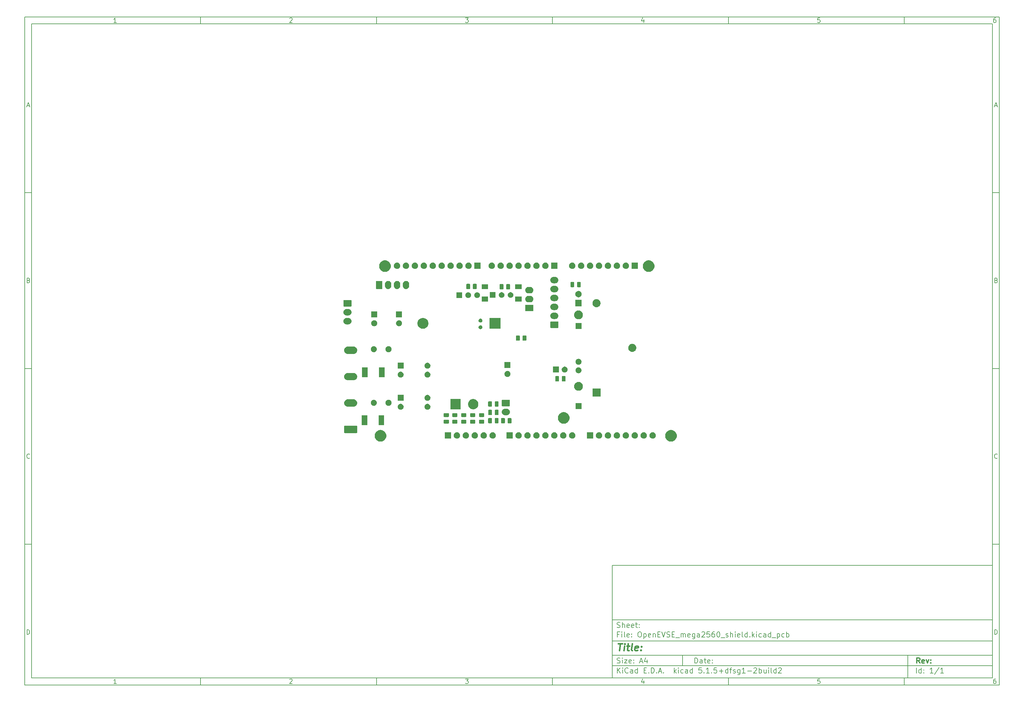
<source format=gbs>
G04 #@! TF.GenerationSoftware,KiCad,Pcbnew,5.1.5+dfsg1-2build2*
G04 #@! TF.CreationDate,2023-01-29T23:08:56+01:00*
G04 #@! TF.ProjectId,OpenEVSE_mega2560_shield,4f70656e-4556-4534-955f-6d6567613235,rev?*
G04 #@! TF.SameCoordinates,Original*
G04 #@! TF.FileFunction,Soldermask,Bot*
G04 #@! TF.FilePolarity,Negative*
%FSLAX46Y46*%
G04 Gerber Fmt 4.6, Leading zero omitted, Abs format (unit mm)*
G04 Created by KiCad (PCBNEW 5.1.5+dfsg1-2build2) date 2023-01-29 23:08:56*
%MOMM*%
%LPD*%
G04 APERTURE LIST*
%ADD10C,0.100000*%
%ADD11C,0.150000*%
%ADD12C,0.300000*%
%ADD13C,0.400000*%
G04 APERTURE END LIST*
D10*
D11*
X177002200Y-166007200D02*
X177002200Y-198007200D01*
X285002200Y-198007200D01*
X285002200Y-166007200D01*
X177002200Y-166007200D01*
D10*
D11*
X10000000Y-10000000D02*
X10000000Y-200007200D01*
X287002200Y-200007200D01*
X287002200Y-10000000D01*
X10000000Y-10000000D01*
D10*
D11*
X12000000Y-12000000D02*
X12000000Y-198007200D01*
X285002200Y-198007200D01*
X285002200Y-12000000D01*
X12000000Y-12000000D01*
D10*
D11*
X60000000Y-12000000D02*
X60000000Y-10000000D01*
D10*
D11*
X110000000Y-12000000D02*
X110000000Y-10000000D01*
D10*
D11*
X160000000Y-12000000D02*
X160000000Y-10000000D01*
D10*
D11*
X210000000Y-12000000D02*
X210000000Y-10000000D01*
D10*
D11*
X260000000Y-12000000D02*
X260000000Y-10000000D01*
D10*
D11*
X36065476Y-11588095D02*
X35322619Y-11588095D01*
X35694047Y-11588095D02*
X35694047Y-10288095D01*
X35570238Y-10473809D01*
X35446428Y-10597619D01*
X35322619Y-10659523D01*
D10*
D11*
X85322619Y-10411904D02*
X85384523Y-10350000D01*
X85508333Y-10288095D01*
X85817857Y-10288095D01*
X85941666Y-10350000D01*
X86003571Y-10411904D01*
X86065476Y-10535714D01*
X86065476Y-10659523D01*
X86003571Y-10845238D01*
X85260714Y-11588095D01*
X86065476Y-11588095D01*
D10*
D11*
X135260714Y-10288095D02*
X136065476Y-10288095D01*
X135632142Y-10783333D01*
X135817857Y-10783333D01*
X135941666Y-10845238D01*
X136003571Y-10907142D01*
X136065476Y-11030952D01*
X136065476Y-11340476D01*
X136003571Y-11464285D01*
X135941666Y-11526190D01*
X135817857Y-11588095D01*
X135446428Y-11588095D01*
X135322619Y-11526190D01*
X135260714Y-11464285D01*
D10*
D11*
X185941666Y-10721428D02*
X185941666Y-11588095D01*
X185632142Y-10226190D02*
X185322619Y-11154761D01*
X186127380Y-11154761D01*
D10*
D11*
X236003571Y-10288095D02*
X235384523Y-10288095D01*
X235322619Y-10907142D01*
X235384523Y-10845238D01*
X235508333Y-10783333D01*
X235817857Y-10783333D01*
X235941666Y-10845238D01*
X236003571Y-10907142D01*
X236065476Y-11030952D01*
X236065476Y-11340476D01*
X236003571Y-11464285D01*
X235941666Y-11526190D01*
X235817857Y-11588095D01*
X235508333Y-11588095D01*
X235384523Y-11526190D01*
X235322619Y-11464285D01*
D10*
D11*
X285941666Y-10288095D02*
X285694047Y-10288095D01*
X285570238Y-10350000D01*
X285508333Y-10411904D01*
X285384523Y-10597619D01*
X285322619Y-10845238D01*
X285322619Y-11340476D01*
X285384523Y-11464285D01*
X285446428Y-11526190D01*
X285570238Y-11588095D01*
X285817857Y-11588095D01*
X285941666Y-11526190D01*
X286003571Y-11464285D01*
X286065476Y-11340476D01*
X286065476Y-11030952D01*
X286003571Y-10907142D01*
X285941666Y-10845238D01*
X285817857Y-10783333D01*
X285570238Y-10783333D01*
X285446428Y-10845238D01*
X285384523Y-10907142D01*
X285322619Y-11030952D01*
D10*
D11*
X60000000Y-198007200D02*
X60000000Y-200007200D01*
D10*
D11*
X110000000Y-198007200D02*
X110000000Y-200007200D01*
D10*
D11*
X160000000Y-198007200D02*
X160000000Y-200007200D01*
D10*
D11*
X210000000Y-198007200D02*
X210000000Y-200007200D01*
D10*
D11*
X260000000Y-198007200D02*
X260000000Y-200007200D01*
D10*
D11*
X36065476Y-199595295D02*
X35322619Y-199595295D01*
X35694047Y-199595295D02*
X35694047Y-198295295D01*
X35570238Y-198481009D01*
X35446428Y-198604819D01*
X35322619Y-198666723D01*
D10*
D11*
X85322619Y-198419104D02*
X85384523Y-198357200D01*
X85508333Y-198295295D01*
X85817857Y-198295295D01*
X85941666Y-198357200D01*
X86003571Y-198419104D01*
X86065476Y-198542914D01*
X86065476Y-198666723D01*
X86003571Y-198852438D01*
X85260714Y-199595295D01*
X86065476Y-199595295D01*
D10*
D11*
X135260714Y-198295295D02*
X136065476Y-198295295D01*
X135632142Y-198790533D01*
X135817857Y-198790533D01*
X135941666Y-198852438D01*
X136003571Y-198914342D01*
X136065476Y-199038152D01*
X136065476Y-199347676D01*
X136003571Y-199471485D01*
X135941666Y-199533390D01*
X135817857Y-199595295D01*
X135446428Y-199595295D01*
X135322619Y-199533390D01*
X135260714Y-199471485D01*
D10*
D11*
X185941666Y-198728628D02*
X185941666Y-199595295D01*
X185632142Y-198233390D02*
X185322619Y-199161961D01*
X186127380Y-199161961D01*
D10*
D11*
X236003571Y-198295295D02*
X235384523Y-198295295D01*
X235322619Y-198914342D01*
X235384523Y-198852438D01*
X235508333Y-198790533D01*
X235817857Y-198790533D01*
X235941666Y-198852438D01*
X236003571Y-198914342D01*
X236065476Y-199038152D01*
X236065476Y-199347676D01*
X236003571Y-199471485D01*
X235941666Y-199533390D01*
X235817857Y-199595295D01*
X235508333Y-199595295D01*
X235384523Y-199533390D01*
X235322619Y-199471485D01*
D10*
D11*
X285941666Y-198295295D02*
X285694047Y-198295295D01*
X285570238Y-198357200D01*
X285508333Y-198419104D01*
X285384523Y-198604819D01*
X285322619Y-198852438D01*
X285322619Y-199347676D01*
X285384523Y-199471485D01*
X285446428Y-199533390D01*
X285570238Y-199595295D01*
X285817857Y-199595295D01*
X285941666Y-199533390D01*
X286003571Y-199471485D01*
X286065476Y-199347676D01*
X286065476Y-199038152D01*
X286003571Y-198914342D01*
X285941666Y-198852438D01*
X285817857Y-198790533D01*
X285570238Y-198790533D01*
X285446428Y-198852438D01*
X285384523Y-198914342D01*
X285322619Y-199038152D01*
D10*
D11*
X10000000Y-60000000D02*
X12000000Y-60000000D01*
D10*
D11*
X10000000Y-110000000D02*
X12000000Y-110000000D01*
D10*
D11*
X10000000Y-160000000D02*
X12000000Y-160000000D01*
D10*
D11*
X10690476Y-35216666D02*
X11309523Y-35216666D01*
X10566666Y-35588095D02*
X11000000Y-34288095D01*
X11433333Y-35588095D01*
D10*
D11*
X11092857Y-84907142D02*
X11278571Y-84969047D01*
X11340476Y-85030952D01*
X11402380Y-85154761D01*
X11402380Y-85340476D01*
X11340476Y-85464285D01*
X11278571Y-85526190D01*
X11154761Y-85588095D01*
X10659523Y-85588095D01*
X10659523Y-84288095D01*
X11092857Y-84288095D01*
X11216666Y-84350000D01*
X11278571Y-84411904D01*
X11340476Y-84535714D01*
X11340476Y-84659523D01*
X11278571Y-84783333D01*
X11216666Y-84845238D01*
X11092857Y-84907142D01*
X10659523Y-84907142D01*
D10*
D11*
X11402380Y-135464285D02*
X11340476Y-135526190D01*
X11154761Y-135588095D01*
X11030952Y-135588095D01*
X10845238Y-135526190D01*
X10721428Y-135402380D01*
X10659523Y-135278571D01*
X10597619Y-135030952D01*
X10597619Y-134845238D01*
X10659523Y-134597619D01*
X10721428Y-134473809D01*
X10845238Y-134350000D01*
X11030952Y-134288095D01*
X11154761Y-134288095D01*
X11340476Y-134350000D01*
X11402380Y-134411904D01*
D10*
D11*
X10659523Y-185588095D02*
X10659523Y-184288095D01*
X10969047Y-184288095D01*
X11154761Y-184350000D01*
X11278571Y-184473809D01*
X11340476Y-184597619D01*
X11402380Y-184845238D01*
X11402380Y-185030952D01*
X11340476Y-185278571D01*
X11278571Y-185402380D01*
X11154761Y-185526190D01*
X10969047Y-185588095D01*
X10659523Y-185588095D01*
D10*
D11*
X287002200Y-60000000D02*
X285002200Y-60000000D01*
D10*
D11*
X287002200Y-110000000D02*
X285002200Y-110000000D01*
D10*
D11*
X287002200Y-160000000D02*
X285002200Y-160000000D01*
D10*
D11*
X285692676Y-35216666D02*
X286311723Y-35216666D01*
X285568866Y-35588095D02*
X286002200Y-34288095D01*
X286435533Y-35588095D01*
D10*
D11*
X286095057Y-84907142D02*
X286280771Y-84969047D01*
X286342676Y-85030952D01*
X286404580Y-85154761D01*
X286404580Y-85340476D01*
X286342676Y-85464285D01*
X286280771Y-85526190D01*
X286156961Y-85588095D01*
X285661723Y-85588095D01*
X285661723Y-84288095D01*
X286095057Y-84288095D01*
X286218866Y-84350000D01*
X286280771Y-84411904D01*
X286342676Y-84535714D01*
X286342676Y-84659523D01*
X286280771Y-84783333D01*
X286218866Y-84845238D01*
X286095057Y-84907142D01*
X285661723Y-84907142D01*
D10*
D11*
X286404580Y-135464285D02*
X286342676Y-135526190D01*
X286156961Y-135588095D01*
X286033152Y-135588095D01*
X285847438Y-135526190D01*
X285723628Y-135402380D01*
X285661723Y-135278571D01*
X285599819Y-135030952D01*
X285599819Y-134845238D01*
X285661723Y-134597619D01*
X285723628Y-134473809D01*
X285847438Y-134350000D01*
X286033152Y-134288095D01*
X286156961Y-134288095D01*
X286342676Y-134350000D01*
X286404580Y-134411904D01*
D10*
D11*
X285661723Y-185588095D02*
X285661723Y-184288095D01*
X285971247Y-184288095D01*
X286156961Y-184350000D01*
X286280771Y-184473809D01*
X286342676Y-184597619D01*
X286404580Y-184845238D01*
X286404580Y-185030952D01*
X286342676Y-185278571D01*
X286280771Y-185402380D01*
X286156961Y-185526190D01*
X285971247Y-185588095D01*
X285661723Y-185588095D01*
D10*
D11*
X200434342Y-193785771D02*
X200434342Y-192285771D01*
X200791485Y-192285771D01*
X201005771Y-192357200D01*
X201148628Y-192500057D01*
X201220057Y-192642914D01*
X201291485Y-192928628D01*
X201291485Y-193142914D01*
X201220057Y-193428628D01*
X201148628Y-193571485D01*
X201005771Y-193714342D01*
X200791485Y-193785771D01*
X200434342Y-193785771D01*
X202577200Y-193785771D02*
X202577200Y-193000057D01*
X202505771Y-192857200D01*
X202362914Y-192785771D01*
X202077200Y-192785771D01*
X201934342Y-192857200D01*
X202577200Y-193714342D02*
X202434342Y-193785771D01*
X202077200Y-193785771D01*
X201934342Y-193714342D01*
X201862914Y-193571485D01*
X201862914Y-193428628D01*
X201934342Y-193285771D01*
X202077200Y-193214342D01*
X202434342Y-193214342D01*
X202577200Y-193142914D01*
X203077200Y-192785771D02*
X203648628Y-192785771D01*
X203291485Y-192285771D02*
X203291485Y-193571485D01*
X203362914Y-193714342D01*
X203505771Y-193785771D01*
X203648628Y-193785771D01*
X204720057Y-193714342D02*
X204577200Y-193785771D01*
X204291485Y-193785771D01*
X204148628Y-193714342D01*
X204077200Y-193571485D01*
X204077200Y-193000057D01*
X204148628Y-192857200D01*
X204291485Y-192785771D01*
X204577200Y-192785771D01*
X204720057Y-192857200D01*
X204791485Y-193000057D01*
X204791485Y-193142914D01*
X204077200Y-193285771D01*
X205434342Y-193642914D02*
X205505771Y-193714342D01*
X205434342Y-193785771D01*
X205362914Y-193714342D01*
X205434342Y-193642914D01*
X205434342Y-193785771D01*
X205434342Y-192857200D02*
X205505771Y-192928628D01*
X205434342Y-193000057D01*
X205362914Y-192928628D01*
X205434342Y-192857200D01*
X205434342Y-193000057D01*
D10*
D11*
X177002200Y-194507200D02*
X285002200Y-194507200D01*
D10*
D11*
X178434342Y-196585771D02*
X178434342Y-195085771D01*
X179291485Y-196585771D02*
X178648628Y-195728628D01*
X179291485Y-195085771D02*
X178434342Y-195942914D01*
X179934342Y-196585771D02*
X179934342Y-195585771D01*
X179934342Y-195085771D02*
X179862914Y-195157200D01*
X179934342Y-195228628D01*
X180005771Y-195157200D01*
X179934342Y-195085771D01*
X179934342Y-195228628D01*
X181505771Y-196442914D02*
X181434342Y-196514342D01*
X181220057Y-196585771D01*
X181077200Y-196585771D01*
X180862914Y-196514342D01*
X180720057Y-196371485D01*
X180648628Y-196228628D01*
X180577200Y-195942914D01*
X180577200Y-195728628D01*
X180648628Y-195442914D01*
X180720057Y-195300057D01*
X180862914Y-195157200D01*
X181077200Y-195085771D01*
X181220057Y-195085771D01*
X181434342Y-195157200D01*
X181505771Y-195228628D01*
X182791485Y-196585771D02*
X182791485Y-195800057D01*
X182720057Y-195657200D01*
X182577200Y-195585771D01*
X182291485Y-195585771D01*
X182148628Y-195657200D01*
X182791485Y-196514342D02*
X182648628Y-196585771D01*
X182291485Y-196585771D01*
X182148628Y-196514342D01*
X182077200Y-196371485D01*
X182077200Y-196228628D01*
X182148628Y-196085771D01*
X182291485Y-196014342D01*
X182648628Y-196014342D01*
X182791485Y-195942914D01*
X184148628Y-196585771D02*
X184148628Y-195085771D01*
X184148628Y-196514342D02*
X184005771Y-196585771D01*
X183720057Y-196585771D01*
X183577200Y-196514342D01*
X183505771Y-196442914D01*
X183434342Y-196300057D01*
X183434342Y-195871485D01*
X183505771Y-195728628D01*
X183577200Y-195657200D01*
X183720057Y-195585771D01*
X184005771Y-195585771D01*
X184148628Y-195657200D01*
X186005771Y-195800057D02*
X186505771Y-195800057D01*
X186720057Y-196585771D02*
X186005771Y-196585771D01*
X186005771Y-195085771D01*
X186720057Y-195085771D01*
X187362914Y-196442914D02*
X187434342Y-196514342D01*
X187362914Y-196585771D01*
X187291485Y-196514342D01*
X187362914Y-196442914D01*
X187362914Y-196585771D01*
X188077200Y-196585771D02*
X188077200Y-195085771D01*
X188434342Y-195085771D01*
X188648628Y-195157200D01*
X188791485Y-195300057D01*
X188862914Y-195442914D01*
X188934342Y-195728628D01*
X188934342Y-195942914D01*
X188862914Y-196228628D01*
X188791485Y-196371485D01*
X188648628Y-196514342D01*
X188434342Y-196585771D01*
X188077200Y-196585771D01*
X189577200Y-196442914D02*
X189648628Y-196514342D01*
X189577200Y-196585771D01*
X189505771Y-196514342D01*
X189577200Y-196442914D01*
X189577200Y-196585771D01*
X190220057Y-196157200D02*
X190934342Y-196157200D01*
X190077200Y-196585771D02*
X190577200Y-195085771D01*
X191077200Y-196585771D01*
X191577200Y-196442914D02*
X191648628Y-196514342D01*
X191577200Y-196585771D01*
X191505771Y-196514342D01*
X191577200Y-196442914D01*
X191577200Y-196585771D01*
X194577200Y-196585771D02*
X194577200Y-195085771D01*
X194720057Y-196014342D02*
X195148628Y-196585771D01*
X195148628Y-195585771D02*
X194577200Y-196157200D01*
X195791485Y-196585771D02*
X195791485Y-195585771D01*
X195791485Y-195085771D02*
X195720057Y-195157200D01*
X195791485Y-195228628D01*
X195862914Y-195157200D01*
X195791485Y-195085771D01*
X195791485Y-195228628D01*
X197148628Y-196514342D02*
X197005771Y-196585771D01*
X196720057Y-196585771D01*
X196577200Y-196514342D01*
X196505771Y-196442914D01*
X196434342Y-196300057D01*
X196434342Y-195871485D01*
X196505771Y-195728628D01*
X196577200Y-195657200D01*
X196720057Y-195585771D01*
X197005771Y-195585771D01*
X197148628Y-195657200D01*
X198434342Y-196585771D02*
X198434342Y-195800057D01*
X198362914Y-195657200D01*
X198220057Y-195585771D01*
X197934342Y-195585771D01*
X197791485Y-195657200D01*
X198434342Y-196514342D02*
X198291485Y-196585771D01*
X197934342Y-196585771D01*
X197791485Y-196514342D01*
X197720057Y-196371485D01*
X197720057Y-196228628D01*
X197791485Y-196085771D01*
X197934342Y-196014342D01*
X198291485Y-196014342D01*
X198434342Y-195942914D01*
X199791485Y-196585771D02*
X199791485Y-195085771D01*
X199791485Y-196514342D02*
X199648628Y-196585771D01*
X199362914Y-196585771D01*
X199220057Y-196514342D01*
X199148628Y-196442914D01*
X199077200Y-196300057D01*
X199077200Y-195871485D01*
X199148628Y-195728628D01*
X199220057Y-195657200D01*
X199362914Y-195585771D01*
X199648628Y-195585771D01*
X199791485Y-195657200D01*
X202362914Y-195085771D02*
X201648628Y-195085771D01*
X201577200Y-195800057D01*
X201648628Y-195728628D01*
X201791485Y-195657200D01*
X202148628Y-195657200D01*
X202291485Y-195728628D01*
X202362914Y-195800057D01*
X202434342Y-195942914D01*
X202434342Y-196300057D01*
X202362914Y-196442914D01*
X202291485Y-196514342D01*
X202148628Y-196585771D01*
X201791485Y-196585771D01*
X201648628Y-196514342D01*
X201577200Y-196442914D01*
X203077200Y-196442914D02*
X203148628Y-196514342D01*
X203077200Y-196585771D01*
X203005771Y-196514342D01*
X203077200Y-196442914D01*
X203077200Y-196585771D01*
X204577200Y-196585771D02*
X203720057Y-196585771D01*
X204148628Y-196585771D02*
X204148628Y-195085771D01*
X204005771Y-195300057D01*
X203862914Y-195442914D01*
X203720057Y-195514342D01*
X205220057Y-196442914D02*
X205291485Y-196514342D01*
X205220057Y-196585771D01*
X205148628Y-196514342D01*
X205220057Y-196442914D01*
X205220057Y-196585771D01*
X206648628Y-195085771D02*
X205934342Y-195085771D01*
X205862914Y-195800057D01*
X205934342Y-195728628D01*
X206077200Y-195657200D01*
X206434342Y-195657200D01*
X206577200Y-195728628D01*
X206648628Y-195800057D01*
X206720057Y-195942914D01*
X206720057Y-196300057D01*
X206648628Y-196442914D01*
X206577200Y-196514342D01*
X206434342Y-196585771D01*
X206077200Y-196585771D01*
X205934342Y-196514342D01*
X205862914Y-196442914D01*
X207362914Y-196014342D02*
X208505771Y-196014342D01*
X207934342Y-196585771D02*
X207934342Y-195442914D01*
X209862914Y-196585771D02*
X209862914Y-195085771D01*
X209862914Y-196514342D02*
X209720057Y-196585771D01*
X209434342Y-196585771D01*
X209291485Y-196514342D01*
X209220057Y-196442914D01*
X209148628Y-196300057D01*
X209148628Y-195871485D01*
X209220057Y-195728628D01*
X209291485Y-195657200D01*
X209434342Y-195585771D01*
X209720057Y-195585771D01*
X209862914Y-195657200D01*
X210362914Y-195585771D02*
X210934342Y-195585771D01*
X210577200Y-196585771D02*
X210577200Y-195300057D01*
X210648628Y-195157200D01*
X210791485Y-195085771D01*
X210934342Y-195085771D01*
X211362914Y-196514342D02*
X211505771Y-196585771D01*
X211791485Y-196585771D01*
X211934342Y-196514342D01*
X212005771Y-196371485D01*
X212005771Y-196300057D01*
X211934342Y-196157200D01*
X211791485Y-196085771D01*
X211577200Y-196085771D01*
X211434342Y-196014342D01*
X211362914Y-195871485D01*
X211362914Y-195800057D01*
X211434342Y-195657200D01*
X211577200Y-195585771D01*
X211791485Y-195585771D01*
X211934342Y-195657200D01*
X213291485Y-195585771D02*
X213291485Y-196800057D01*
X213220057Y-196942914D01*
X213148628Y-197014342D01*
X213005771Y-197085771D01*
X212791485Y-197085771D01*
X212648628Y-197014342D01*
X213291485Y-196514342D02*
X213148628Y-196585771D01*
X212862914Y-196585771D01*
X212720057Y-196514342D01*
X212648628Y-196442914D01*
X212577200Y-196300057D01*
X212577200Y-195871485D01*
X212648628Y-195728628D01*
X212720057Y-195657200D01*
X212862914Y-195585771D01*
X213148628Y-195585771D01*
X213291485Y-195657200D01*
X214791485Y-196585771D02*
X213934342Y-196585771D01*
X214362914Y-196585771D02*
X214362914Y-195085771D01*
X214220057Y-195300057D01*
X214077200Y-195442914D01*
X213934342Y-195514342D01*
X215434342Y-196014342D02*
X216577200Y-196014342D01*
X217220057Y-195228628D02*
X217291485Y-195157200D01*
X217434342Y-195085771D01*
X217791485Y-195085771D01*
X217934342Y-195157200D01*
X218005771Y-195228628D01*
X218077200Y-195371485D01*
X218077200Y-195514342D01*
X218005771Y-195728628D01*
X217148628Y-196585771D01*
X218077200Y-196585771D01*
X218720057Y-196585771D02*
X218720057Y-195085771D01*
X218720057Y-195657200D02*
X218862914Y-195585771D01*
X219148628Y-195585771D01*
X219291485Y-195657200D01*
X219362914Y-195728628D01*
X219434342Y-195871485D01*
X219434342Y-196300057D01*
X219362914Y-196442914D01*
X219291485Y-196514342D01*
X219148628Y-196585771D01*
X218862914Y-196585771D01*
X218720057Y-196514342D01*
X220720057Y-195585771D02*
X220720057Y-196585771D01*
X220077200Y-195585771D02*
X220077200Y-196371485D01*
X220148628Y-196514342D01*
X220291485Y-196585771D01*
X220505771Y-196585771D01*
X220648628Y-196514342D01*
X220720057Y-196442914D01*
X221434342Y-196585771D02*
X221434342Y-195585771D01*
X221434342Y-195085771D02*
X221362914Y-195157200D01*
X221434342Y-195228628D01*
X221505771Y-195157200D01*
X221434342Y-195085771D01*
X221434342Y-195228628D01*
X222362914Y-196585771D02*
X222220057Y-196514342D01*
X222148628Y-196371485D01*
X222148628Y-195085771D01*
X223577200Y-196585771D02*
X223577200Y-195085771D01*
X223577200Y-196514342D02*
X223434342Y-196585771D01*
X223148628Y-196585771D01*
X223005771Y-196514342D01*
X222934342Y-196442914D01*
X222862914Y-196300057D01*
X222862914Y-195871485D01*
X222934342Y-195728628D01*
X223005771Y-195657200D01*
X223148628Y-195585771D01*
X223434342Y-195585771D01*
X223577200Y-195657200D01*
X224220057Y-195228628D02*
X224291485Y-195157200D01*
X224434342Y-195085771D01*
X224791485Y-195085771D01*
X224934342Y-195157200D01*
X225005771Y-195228628D01*
X225077200Y-195371485D01*
X225077200Y-195514342D01*
X225005771Y-195728628D01*
X224148628Y-196585771D01*
X225077200Y-196585771D01*
D10*
D11*
X177002200Y-191507200D02*
X285002200Y-191507200D01*
D10*
D12*
X264411485Y-193785771D02*
X263911485Y-193071485D01*
X263554342Y-193785771D02*
X263554342Y-192285771D01*
X264125771Y-192285771D01*
X264268628Y-192357200D01*
X264340057Y-192428628D01*
X264411485Y-192571485D01*
X264411485Y-192785771D01*
X264340057Y-192928628D01*
X264268628Y-193000057D01*
X264125771Y-193071485D01*
X263554342Y-193071485D01*
X265625771Y-193714342D02*
X265482914Y-193785771D01*
X265197200Y-193785771D01*
X265054342Y-193714342D01*
X264982914Y-193571485D01*
X264982914Y-193000057D01*
X265054342Y-192857200D01*
X265197200Y-192785771D01*
X265482914Y-192785771D01*
X265625771Y-192857200D01*
X265697200Y-193000057D01*
X265697200Y-193142914D01*
X264982914Y-193285771D01*
X266197200Y-192785771D02*
X266554342Y-193785771D01*
X266911485Y-192785771D01*
X267482914Y-193642914D02*
X267554342Y-193714342D01*
X267482914Y-193785771D01*
X267411485Y-193714342D01*
X267482914Y-193642914D01*
X267482914Y-193785771D01*
X267482914Y-192857200D02*
X267554342Y-192928628D01*
X267482914Y-193000057D01*
X267411485Y-192928628D01*
X267482914Y-192857200D01*
X267482914Y-193000057D01*
D10*
D11*
X178362914Y-193714342D02*
X178577200Y-193785771D01*
X178934342Y-193785771D01*
X179077200Y-193714342D01*
X179148628Y-193642914D01*
X179220057Y-193500057D01*
X179220057Y-193357200D01*
X179148628Y-193214342D01*
X179077200Y-193142914D01*
X178934342Y-193071485D01*
X178648628Y-193000057D01*
X178505771Y-192928628D01*
X178434342Y-192857200D01*
X178362914Y-192714342D01*
X178362914Y-192571485D01*
X178434342Y-192428628D01*
X178505771Y-192357200D01*
X178648628Y-192285771D01*
X179005771Y-192285771D01*
X179220057Y-192357200D01*
X179862914Y-193785771D02*
X179862914Y-192785771D01*
X179862914Y-192285771D02*
X179791485Y-192357200D01*
X179862914Y-192428628D01*
X179934342Y-192357200D01*
X179862914Y-192285771D01*
X179862914Y-192428628D01*
X180434342Y-192785771D02*
X181220057Y-192785771D01*
X180434342Y-193785771D01*
X181220057Y-193785771D01*
X182362914Y-193714342D02*
X182220057Y-193785771D01*
X181934342Y-193785771D01*
X181791485Y-193714342D01*
X181720057Y-193571485D01*
X181720057Y-193000057D01*
X181791485Y-192857200D01*
X181934342Y-192785771D01*
X182220057Y-192785771D01*
X182362914Y-192857200D01*
X182434342Y-193000057D01*
X182434342Y-193142914D01*
X181720057Y-193285771D01*
X183077200Y-193642914D02*
X183148628Y-193714342D01*
X183077200Y-193785771D01*
X183005771Y-193714342D01*
X183077200Y-193642914D01*
X183077200Y-193785771D01*
X183077200Y-192857200D02*
X183148628Y-192928628D01*
X183077200Y-193000057D01*
X183005771Y-192928628D01*
X183077200Y-192857200D01*
X183077200Y-193000057D01*
X184862914Y-193357200D02*
X185577200Y-193357200D01*
X184720057Y-193785771D02*
X185220057Y-192285771D01*
X185720057Y-193785771D01*
X186862914Y-192785771D02*
X186862914Y-193785771D01*
X186505771Y-192214342D02*
X186148628Y-193285771D01*
X187077200Y-193285771D01*
D10*
D11*
X263434342Y-196585771D02*
X263434342Y-195085771D01*
X264791485Y-196585771D02*
X264791485Y-195085771D01*
X264791485Y-196514342D02*
X264648628Y-196585771D01*
X264362914Y-196585771D01*
X264220057Y-196514342D01*
X264148628Y-196442914D01*
X264077200Y-196300057D01*
X264077200Y-195871485D01*
X264148628Y-195728628D01*
X264220057Y-195657200D01*
X264362914Y-195585771D01*
X264648628Y-195585771D01*
X264791485Y-195657200D01*
X265505771Y-196442914D02*
X265577200Y-196514342D01*
X265505771Y-196585771D01*
X265434342Y-196514342D01*
X265505771Y-196442914D01*
X265505771Y-196585771D01*
X265505771Y-195657200D02*
X265577200Y-195728628D01*
X265505771Y-195800057D01*
X265434342Y-195728628D01*
X265505771Y-195657200D01*
X265505771Y-195800057D01*
X268148628Y-196585771D02*
X267291485Y-196585771D01*
X267720057Y-196585771D02*
X267720057Y-195085771D01*
X267577200Y-195300057D01*
X267434342Y-195442914D01*
X267291485Y-195514342D01*
X269862914Y-195014342D02*
X268577200Y-196942914D01*
X271148628Y-196585771D02*
X270291485Y-196585771D01*
X270720057Y-196585771D02*
X270720057Y-195085771D01*
X270577200Y-195300057D01*
X270434342Y-195442914D01*
X270291485Y-195514342D01*
D10*
D11*
X177002200Y-187507200D02*
X285002200Y-187507200D01*
D10*
D13*
X178714580Y-188211961D02*
X179857438Y-188211961D01*
X179036009Y-190211961D02*
X179286009Y-188211961D01*
X180274104Y-190211961D02*
X180440771Y-188878628D01*
X180524104Y-188211961D02*
X180416961Y-188307200D01*
X180500295Y-188402438D01*
X180607438Y-188307200D01*
X180524104Y-188211961D01*
X180500295Y-188402438D01*
X181107438Y-188878628D02*
X181869342Y-188878628D01*
X181476485Y-188211961D02*
X181262200Y-189926247D01*
X181333628Y-190116723D01*
X181512200Y-190211961D01*
X181702676Y-190211961D01*
X182655057Y-190211961D02*
X182476485Y-190116723D01*
X182405057Y-189926247D01*
X182619342Y-188211961D01*
X184190771Y-190116723D02*
X183988390Y-190211961D01*
X183607438Y-190211961D01*
X183428866Y-190116723D01*
X183357438Y-189926247D01*
X183452676Y-189164342D01*
X183571723Y-188973866D01*
X183774104Y-188878628D01*
X184155057Y-188878628D01*
X184333628Y-188973866D01*
X184405057Y-189164342D01*
X184381247Y-189354819D01*
X183405057Y-189545295D01*
X185155057Y-190021485D02*
X185238390Y-190116723D01*
X185131247Y-190211961D01*
X185047914Y-190116723D01*
X185155057Y-190021485D01*
X185131247Y-190211961D01*
X185286009Y-188973866D02*
X185369342Y-189069104D01*
X185262200Y-189164342D01*
X185178866Y-189069104D01*
X185286009Y-188973866D01*
X185262200Y-189164342D01*
D10*
D11*
X178934342Y-185600057D02*
X178434342Y-185600057D01*
X178434342Y-186385771D02*
X178434342Y-184885771D01*
X179148628Y-184885771D01*
X179720057Y-186385771D02*
X179720057Y-185385771D01*
X179720057Y-184885771D02*
X179648628Y-184957200D01*
X179720057Y-185028628D01*
X179791485Y-184957200D01*
X179720057Y-184885771D01*
X179720057Y-185028628D01*
X180648628Y-186385771D02*
X180505771Y-186314342D01*
X180434342Y-186171485D01*
X180434342Y-184885771D01*
X181791485Y-186314342D02*
X181648628Y-186385771D01*
X181362914Y-186385771D01*
X181220057Y-186314342D01*
X181148628Y-186171485D01*
X181148628Y-185600057D01*
X181220057Y-185457200D01*
X181362914Y-185385771D01*
X181648628Y-185385771D01*
X181791485Y-185457200D01*
X181862914Y-185600057D01*
X181862914Y-185742914D01*
X181148628Y-185885771D01*
X182505771Y-186242914D02*
X182577200Y-186314342D01*
X182505771Y-186385771D01*
X182434342Y-186314342D01*
X182505771Y-186242914D01*
X182505771Y-186385771D01*
X182505771Y-185457200D02*
X182577200Y-185528628D01*
X182505771Y-185600057D01*
X182434342Y-185528628D01*
X182505771Y-185457200D01*
X182505771Y-185600057D01*
X184648628Y-184885771D02*
X184934342Y-184885771D01*
X185077200Y-184957200D01*
X185220057Y-185100057D01*
X185291485Y-185385771D01*
X185291485Y-185885771D01*
X185220057Y-186171485D01*
X185077200Y-186314342D01*
X184934342Y-186385771D01*
X184648628Y-186385771D01*
X184505771Y-186314342D01*
X184362914Y-186171485D01*
X184291485Y-185885771D01*
X184291485Y-185385771D01*
X184362914Y-185100057D01*
X184505771Y-184957200D01*
X184648628Y-184885771D01*
X185934342Y-185385771D02*
X185934342Y-186885771D01*
X185934342Y-185457200D02*
X186077200Y-185385771D01*
X186362914Y-185385771D01*
X186505771Y-185457200D01*
X186577200Y-185528628D01*
X186648628Y-185671485D01*
X186648628Y-186100057D01*
X186577200Y-186242914D01*
X186505771Y-186314342D01*
X186362914Y-186385771D01*
X186077200Y-186385771D01*
X185934342Y-186314342D01*
X187862914Y-186314342D02*
X187720057Y-186385771D01*
X187434342Y-186385771D01*
X187291485Y-186314342D01*
X187220057Y-186171485D01*
X187220057Y-185600057D01*
X187291485Y-185457200D01*
X187434342Y-185385771D01*
X187720057Y-185385771D01*
X187862914Y-185457200D01*
X187934342Y-185600057D01*
X187934342Y-185742914D01*
X187220057Y-185885771D01*
X188577200Y-185385771D02*
X188577200Y-186385771D01*
X188577200Y-185528628D02*
X188648628Y-185457200D01*
X188791485Y-185385771D01*
X189005771Y-185385771D01*
X189148628Y-185457200D01*
X189220057Y-185600057D01*
X189220057Y-186385771D01*
X189934342Y-185600057D02*
X190434342Y-185600057D01*
X190648628Y-186385771D02*
X189934342Y-186385771D01*
X189934342Y-184885771D01*
X190648628Y-184885771D01*
X191077200Y-184885771D02*
X191577200Y-186385771D01*
X192077200Y-184885771D01*
X192505771Y-186314342D02*
X192720057Y-186385771D01*
X193077200Y-186385771D01*
X193220057Y-186314342D01*
X193291485Y-186242914D01*
X193362914Y-186100057D01*
X193362914Y-185957200D01*
X193291485Y-185814342D01*
X193220057Y-185742914D01*
X193077200Y-185671485D01*
X192791485Y-185600057D01*
X192648628Y-185528628D01*
X192577200Y-185457200D01*
X192505771Y-185314342D01*
X192505771Y-185171485D01*
X192577200Y-185028628D01*
X192648628Y-184957200D01*
X192791485Y-184885771D01*
X193148628Y-184885771D01*
X193362914Y-184957200D01*
X194005771Y-185600057D02*
X194505771Y-185600057D01*
X194720057Y-186385771D02*
X194005771Y-186385771D01*
X194005771Y-184885771D01*
X194720057Y-184885771D01*
X195005771Y-186528628D02*
X196148628Y-186528628D01*
X196505771Y-186385771D02*
X196505771Y-185385771D01*
X196505771Y-185528628D02*
X196577200Y-185457200D01*
X196720057Y-185385771D01*
X196934342Y-185385771D01*
X197077200Y-185457200D01*
X197148628Y-185600057D01*
X197148628Y-186385771D01*
X197148628Y-185600057D02*
X197220057Y-185457200D01*
X197362914Y-185385771D01*
X197577200Y-185385771D01*
X197720057Y-185457200D01*
X197791485Y-185600057D01*
X197791485Y-186385771D01*
X199077200Y-186314342D02*
X198934342Y-186385771D01*
X198648628Y-186385771D01*
X198505771Y-186314342D01*
X198434342Y-186171485D01*
X198434342Y-185600057D01*
X198505771Y-185457200D01*
X198648628Y-185385771D01*
X198934342Y-185385771D01*
X199077200Y-185457200D01*
X199148628Y-185600057D01*
X199148628Y-185742914D01*
X198434342Y-185885771D01*
X200434342Y-185385771D02*
X200434342Y-186600057D01*
X200362914Y-186742914D01*
X200291485Y-186814342D01*
X200148628Y-186885771D01*
X199934342Y-186885771D01*
X199791485Y-186814342D01*
X200434342Y-186314342D02*
X200291485Y-186385771D01*
X200005771Y-186385771D01*
X199862914Y-186314342D01*
X199791485Y-186242914D01*
X199720057Y-186100057D01*
X199720057Y-185671485D01*
X199791485Y-185528628D01*
X199862914Y-185457200D01*
X200005771Y-185385771D01*
X200291485Y-185385771D01*
X200434342Y-185457200D01*
X201791485Y-186385771D02*
X201791485Y-185600057D01*
X201720057Y-185457200D01*
X201577200Y-185385771D01*
X201291485Y-185385771D01*
X201148628Y-185457200D01*
X201791485Y-186314342D02*
X201648628Y-186385771D01*
X201291485Y-186385771D01*
X201148628Y-186314342D01*
X201077200Y-186171485D01*
X201077200Y-186028628D01*
X201148628Y-185885771D01*
X201291485Y-185814342D01*
X201648628Y-185814342D01*
X201791485Y-185742914D01*
X202434342Y-185028628D02*
X202505771Y-184957200D01*
X202648628Y-184885771D01*
X203005771Y-184885771D01*
X203148628Y-184957200D01*
X203220057Y-185028628D01*
X203291485Y-185171485D01*
X203291485Y-185314342D01*
X203220057Y-185528628D01*
X202362914Y-186385771D01*
X203291485Y-186385771D01*
X204648628Y-184885771D02*
X203934342Y-184885771D01*
X203862914Y-185600057D01*
X203934342Y-185528628D01*
X204077200Y-185457200D01*
X204434342Y-185457200D01*
X204577200Y-185528628D01*
X204648628Y-185600057D01*
X204720057Y-185742914D01*
X204720057Y-186100057D01*
X204648628Y-186242914D01*
X204577200Y-186314342D01*
X204434342Y-186385771D01*
X204077200Y-186385771D01*
X203934342Y-186314342D01*
X203862914Y-186242914D01*
X206005771Y-184885771D02*
X205720057Y-184885771D01*
X205577200Y-184957200D01*
X205505771Y-185028628D01*
X205362914Y-185242914D01*
X205291485Y-185528628D01*
X205291485Y-186100057D01*
X205362914Y-186242914D01*
X205434342Y-186314342D01*
X205577200Y-186385771D01*
X205862914Y-186385771D01*
X206005771Y-186314342D01*
X206077200Y-186242914D01*
X206148628Y-186100057D01*
X206148628Y-185742914D01*
X206077200Y-185600057D01*
X206005771Y-185528628D01*
X205862914Y-185457200D01*
X205577200Y-185457200D01*
X205434342Y-185528628D01*
X205362914Y-185600057D01*
X205291485Y-185742914D01*
X207077200Y-184885771D02*
X207220057Y-184885771D01*
X207362914Y-184957200D01*
X207434342Y-185028628D01*
X207505771Y-185171485D01*
X207577200Y-185457200D01*
X207577200Y-185814342D01*
X207505771Y-186100057D01*
X207434342Y-186242914D01*
X207362914Y-186314342D01*
X207220057Y-186385771D01*
X207077200Y-186385771D01*
X206934342Y-186314342D01*
X206862914Y-186242914D01*
X206791485Y-186100057D01*
X206720057Y-185814342D01*
X206720057Y-185457200D01*
X206791485Y-185171485D01*
X206862914Y-185028628D01*
X206934342Y-184957200D01*
X207077200Y-184885771D01*
X207862914Y-186528628D02*
X209005771Y-186528628D01*
X209291485Y-186314342D02*
X209434342Y-186385771D01*
X209720057Y-186385771D01*
X209862914Y-186314342D01*
X209934342Y-186171485D01*
X209934342Y-186100057D01*
X209862914Y-185957200D01*
X209720057Y-185885771D01*
X209505771Y-185885771D01*
X209362914Y-185814342D01*
X209291485Y-185671485D01*
X209291485Y-185600057D01*
X209362914Y-185457200D01*
X209505771Y-185385771D01*
X209720057Y-185385771D01*
X209862914Y-185457200D01*
X210577200Y-186385771D02*
X210577200Y-184885771D01*
X211220057Y-186385771D02*
X211220057Y-185600057D01*
X211148628Y-185457200D01*
X211005771Y-185385771D01*
X210791485Y-185385771D01*
X210648628Y-185457200D01*
X210577200Y-185528628D01*
X211934342Y-186385771D02*
X211934342Y-185385771D01*
X211934342Y-184885771D02*
X211862914Y-184957200D01*
X211934342Y-185028628D01*
X212005771Y-184957200D01*
X211934342Y-184885771D01*
X211934342Y-185028628D01*
X213220057Y-186314342D02*
X213077200Y-186385771D01*
X212791485Y-186385771D01*
X212648628Y-186314342D01*
X212577200Y-186171485D01*
X212577200Y-185600057D01*
X212648628Y-185457200D01*
X212791485Y-185385771D01*
X213077200Y-185385771D01*
X213220057Y-185457200D01*
X213291485Y-185600057D01*
X213291485Y-185742914D01*
X212577200Y-185885771D01*
X214148628Y-186385771D02*
X214005771Y-186314342D01*
X213934342Y-186171485D01*
X213934342Y-184885771D01*
X215362914Y-186385771D02*
X215362914Y-184885771D01*
X215362914Y-186314342D02*
X215220057Y-186385771D01*
X214934342Y-186385771D01*
X214791485Y-186314342D01*
X214720057Y-186242914D01*
X214648628Y-186100057D01*
X214648628Y-185671485D01*
X214720057Y-185528628D01*
X214791485Y-185457200D01*
X214934342Y-185385771D01*
X215220057Y-185385771D01*
X215362914Y-185457200D01*
X216077200Y-186242914D02*
X216148628Y-186314342D01*
X216077200Y-186385771D01*
X216005771Y-186314342D01*
X216077200Y-186242914D01*
X216077200Y-186385771D01*
X216791485Y-186385771D02*
X216791485Y-184885771D01*
X216934342Y-185814342D02*
X217362914Y-186385771D01*
X217362914Y-185385771D02*
X216791485Y-185957200D01*
X218005771Y-186385771D02*
X218005771Y-185385771D01*
X218005771Y-184885771D02*
X217934342Y-184957200D01*
X218005771Y-185028628D01*
X218077200Y-184957200D01*
X218005771Y-184885771D01*
X218005771Y-185028628D01*
X219362914Y-186314342D02*
X219220057Y-186385771D01*
X218934342Y-186385771D01*
X218791485Y-186314342D01*
X218720057Y-186242914D01*
X218648628Y-186100057D01*
X218648628Y-185671485D01*
X218720057Y-185528628D01*
X218791485Y-185457200D01*
X218934342Y-185385771D01*
X219220057Y-185385771D01*
X219362914Y-185457200D01*
X220648628Y-186385771D02*
X220648628Y-185600057D01*
X220577200Y-185457200D01*
X220434342Y-185385771D01*
X220148628Y-185385771D01*
X220005771Y-185457200D01*
X220648628Y-186314342D02*
X220505771Y-186385771D01*
X220148628Y-186385771D01*
X220005771Y-186314342D01*
X219934342Y-186171485D01*
X219934342Y-186028628D01*
X220005771Y-185885771D01*
X220148628Y-185814342D01*
X220505771Y-185814342D01*
X220648628Y-185742914D01*
X222005771Y-186385771D02*
X222005771Y-184885771D01*
X222005771Y-186314342D02*
X221862914Y-186385771D01*
X221577200Y-186385771D01*
X221434342Y-186314342D01*
X221362914Y-186242914D01*
X221291485Y-186100057D01*
X221291485Y-185671485D01*
X221362914Y-185528628D01*
X221434342Y-185457200D01*
X221577200Y-185385771D01*
X221862914Y-185385771D01*
X222005771Y-185457200D01*
X222362914Y-186528628D02*
X223505771Y-186528628D01*
X223862914Y-185385771D02*
X223862914Y-186885771D01*
X223862914Y-185457200D02*
X224005771Y-185385771D01*
X224291485Y-185385771D01*
X224434342Y-185457200D01*
X224505771Y-185528628D01*
X224577200Y-185671485D01*
X224577200Y-186100057D01*
X224505771Y-186242914D01*
X224434342Y-186314342D01*
X224291485Y-186385771D01*
X224005771Y-186385771D01*
X223862914Y-186314342D01*
X225862914Y-186314342D02*
X225720057Y-186385771D01*
X225434342Y-186385771D01*
X225291485Y-186314342D01*
X225220057Y-186242914D01*
X225148628Y-186100057D01*
X225148628Y-185671485D01*
X225220057Y-185528628D01*
X225291485Y-185457200D01*
X225434342Y-185385771D01*
X225720057Y-185385771D01*
X225862914Y-185457200D01*
X226505771Y-186385771D02*
X226505771Y-184885771D01*
X226505771Y-185457200D02*
X226648628Y-185385771D01*
X226934342Y-185385771D01*
X227077200Y-185457200D01*
X227148628Y-185528628D01*
X227220057Y-185671485D01*
X227220057Y-186100057D01*
X227148628Y-186242914D01*
X227077200Y-186314342D01*
X226934342Y-186385771D01*
X226648628Y-186385771D01*
X226505771Y-186314342D01*
D10*
D11*
X177002200Y-181507200D02*
X285002200Y-181507200D01*
D10*
D11*
X178362914Y-183614342D02*
X178577200Y-183685771D01*
X178934342Y-183685771D01*
X179077200Y-183614342D01*
X179148628Y-183542914D01*
X179220057Y-183400057D01*
X179220057Y-183257200D01*
X179148628Y-183114342D01*
X179077200Y-183042914D01*
X178934342Y-182971485D01*
X178648628Y-182900057D01*
X178505771Y-182828628D01*
X178434342Y-182757200D01*
X178362914Y-182614342D01*
X178362914Y-182471485D01*
X178434342Y-182328628D01*
X178505771Y-182257200D01*
X178648628Y-182185771D01*
X179005771Y-182185771D01*
X179220057Y-182257200D01*
X179862914Y-183685771D02*
X179862914Y-182185771D01*
X180505771Y-183685771D02*
X180505771Y-182900057D01*
X180434342Y-182757200D01*
X180291485Y-182685771D01*
X180077200Y-182685771D01*
X179934342Y-182757200D01*
X179862914Y-182828628D01*
X181791485Y-183614342D02*
X181648628Y-183685771D01*
X181362914Y-183685771D01*
X181220057Y-183614342D01*
X181148628Y-183471485D01*
X181148628Y-182900057D01*
X181220057Y-182757200D01*
X181362914Y-182685771D01*
X181648628Y-182685771D01*
X181791485Y-182757200D01*
X181862914Y-182900057D01*
X181862914Y-183042914D01*
X181148628Y-183185771D01*
X183077200Y-183614342D02*
X182934342Y-183685771D01*
X182648628Y-183685771D01*
X182505771Y-183614342D01*
X182434342Y-183471485D01*
X182434342Y-182900057D01*
X182505771Y-182757200D01*
X182648628Y-182685771D01*
X182934342Y-182685771D01*
X183077200Y-182757200D01*
X183148628Y-182900057D01*
X183148628Y-183042914D01*
X182434342Y-183185771D01*
X183577200Y-182685771D02*
X184148628Y-182685771D01*
X183791485Y-182185771D02*
X183791485Y-183471485D01*
X183862914Y-183614342D01*
X184005771Y-183685771D01*
X184148628Y-183685771D01*
X184648628Y-183542914D02*
X184720057Y-183614342D01*
X184648628Y-183685771D01*
X184577200Y-183614342D01*
X184648628Y-183542914D01*
X184648628Y-183685771D01*
X184648628Y-182757200D02*
X184720057Y-182828628D01*
X184648628Y-182900057D01*
X184577200Y-182828628D01*
X184648628Y-182757200D01*
X184648628Y-182900057D01*
D10*
D11*
X197002200Y-191507200D02*
X197002200Y-194507200D01*
D10*
D11*
X261002200Y-191507200D02*
X261002200Y-198007200D01*
D10*
G36*
X194050256Y-127524898D02*
G01*
X194156579Y-127546047D01*
X194457042Y-127670503D01*
X194727451Y-127851185D01*
X194957415Y-128081149D01*
X195138097Y-128351558D01*
X195262553Y-128652021D01*
X195326000Y-128970991D01*
X195326000Y-129296209D01*
X195262553Y-129615179D01*
X195138097Y-129915642D01*
X194957415Y-130186051D01*
X194727451Y-130416015D01*
X194457042Y-130596697D01*
X194156579Y-130721153D01*
X194050256Y-130742302D01*
X193837611Y-130784600D01*
X193512389Y-130784600D01*
X193299744Y-130742302D01*
X193193421Y-130721153D01*
X192892958Y-130596697D01*
X192622549Y-130416015D01*
X192392585Y-130186051D01*
X192211903Y-129915642D01*
X192087447Y-129615179D01*
X192024000Y-129296209D01*
X192024000Y-128970991D01*
X192087447Y-128652021D01*
X192211903Y-128351558D01*
X192392585Y-128081149D01*
X192622549Y-127851185D01*
X192892958Y-127670503D01*
X193193421Y-127546047D01*
X193299744Y-127524898D01*
X193512389Y-127482600D01*
X193837611Y-127482600D01*
X194050256Y-127524898D01*
G37*
G36*
X111500256Y-127524898D02*
G01*
X111606579Y-127546047D01*
X111907042Y-127670503D01*
X112177451Y-127851185D01*
X112407415Y-128081149D01*
X112588097Y-128351558D01*
X112712553Y-128652021D01*
X112776000Y-128970991D01*
X112776000Y-129296209D01*
X112712553Y-129615179D01*
X112588097Y-129915642D01*
X112407415Y-130186051D01*
X112177451Y-130416015D01*
X111907042Y-130596697D01*
X111606579Y-130721153D01*
X111500256Y-130742302D01*
X111287611Y-130784600D01*
X110962389Y-130784600D01*
X110749744Y-130742302D01*
X110643421Y-130721153D01*
X110342958Y-130596697D01*
X110072549Y-130416015D01*
X109842585Y-130186051D01*
X109661903Y-129915642D01*
X109537447Y-129615179D01*
X109474000Y-129296209D01*
X109474000Y-128970991D01*
X109537447Y-128652021D01*
X109661903Y-128351558D01*
X109842585Y-128081149D01*
X110072549Y-127851185D01*
X110342958Y-127670503D01*
X110643421Y-127546047D01*
X110749744Y-127524898D01*
X110962389Y-127482600D01*
X111287611Y-127482600D01*
X111500256Y-127524898D01*
G37*
G36*
X158101512Y-128135927D02*
G01*
X158250812Y-128165624D01*
X158414784Y-128233544D01*
X158562354Y-128332147D01*
X158687853Y-128457646D01*
X158786456Y-128605216D01*
X158854376Y-128769188D01*
X158889000Y-128943259D01*
X158889000Y-129120741D01*
X158854376Y-129294812D01*
X158786456Y-129458784D01*
X158687853Y-129606354D01*
X158562354Y-129731853D01*
X158414784Y-129830456D01*
X158250812Y-129898376D01*
X158101512Y-129928073D01*
X158076742Y-129933000D01*
X157899258Y-129933000D01*
X157874488Y-129928073D01*
X157725188Y-129898376D01*
X157561216Y-129830456D01*
X157413646Y-129731853D01*
X157288147Y-129606354D01*
X157189544Y-129458784D01*
X157121624Y-129294812D01*
X157087000Y-129120741D01*
X157087000Y-128943259D01*
X157121624Y-128769188D01*
X157189544Y-128605216D01*
X157288147Y-128457646D01*
X157413646Y-128332147D01*
X157561216Y-128233544D01*
X157725188Y-128165624D01*
X157874488Y-128135927D01*
X157899258Y-128131000D01*
X158076742Y-128131000D01*
X158101512Y-128135927D01*
G37*
G36*
X132955512Y-128135927D02*
G01*
X133104812Y-128165624D01*
X133268784Y-128233544D01*
X133416354Y-128332147D01*
X133541853Y-128457646D01*
X133640456Y-128605216D01*
X133708376Y-128769188D01*
X133743000Y-128943259D01*
X133743000Y-129120741D01*
X133708376Y-129294812D01*
X133640456Y-129458784D01*
X133541853Y-129606354D01*
X133416354Y-129731853D01*
X133268784Y-129830456D01*
X133104812Y-129898376D01*
X132955512Y-129928073D01*
X132930742Y-129933000D01*
X132753258Y-129933000D01*
X132728488Y-129928073D01*
X132579188Y-129898376D01*
X132415216Y-129830456D01*
X132267646Y-129731853D01*
X132142147Y-129606354D01*
X132043544Y-129458784D01*
X131975624Y-129294812D01*
X131941000Y-129120741D01*
X131941000Y-128943259D01*
X131975624Y-128769188D01*
X132043544Y-128605216D01*
X132142147Y-128457646D01*
X132267646Y-128332147D01*
X132415216Y-128233544D01*
X132579188Y-128165624D01*
X132728488Y-128135927D01*
X132753258Y-128131000D01*
X132930742Y-128131000D01*
X132955512Y-128135927D01*
G37*
G36*
X163181512Y-128135927D02*
G01*
X163330812Y-128165624D01*
X163494784Y-128233544D01*
X163642354Y-128332147D01*
X163767853Y-128457646D01*
X163866456Y-128605216D01*
X163934376Y-128769188D01*
X163969000Y-128943259D01*
X163969000Y-129120741D01*
X163934376Y-129294812D01*
X163866456Y-129458784D01*
X163767853Y-129606354D01*
X163642354Y-129731853D01*
X163494784Y-129830456D01*
X163330812Y-129898376D01*
X163181512Y-129928073D01*
X163156742Y-129933000D01*
X162979258Y-129933000D01*
X162954488Y-129928073D01*
X162805188Y-129898376D01*
X162641216Y-129830456D01*
X162493646Y-129731853D01*
X162368147Y-129606354D01*
X162269544Y-129458784D01*
X162201624Y-129294812D01*
X162167000Y-129120741D01*
X162167000Y-128943259D01*
X162201624Y-128769188D01*
X162269544Y-128605216D01*
X162368147Y-128457646D01*
X162493646Y-128332147D01*
X162641216Y-128233544D01*
X162805188Y-128165624D01*
X162954488Y-128135927D01*
X162979258Y-128131000D01*
X163156742Y-128131000D01*
X163181512Y-128135927D01*
G37*
G36*
X160641512Y-128135927D02*
G01*
X160790812Y-128165624D01*
X160954784Y-128233544D01*
X161102354Y-128332147D01*
X161227853Y-128457646D01*
X161326456Y-128605216D01*
X161394376Y-128769188D01*
X161429000Y-128943259D01*
X161429000Y-129120741D01*
X161394376Y-129294812D01*
X161326456Y-129458784D01*
X161227853Y-129606354D01*
X161102354Y-129731853D01*
X160954784Y-129830456D01*
X160790812Y-129898376D01*
X160641512Y-129928073D01*
X160616742Y-129933000D01*
X160439258Y-129933000D01*
X160414488Y-129928073D01*
X160265188Y-129898376D01*
X160101216Y-129830456D01*
X159953646Y-129731853D01*
X159828147Y-129606354D01*
X159729544Y-129458784D01*
X159661624Y-129294812D01*
X159627000Y-129120741D01*
X159627000Y-128943259D01*
X159661624Y-128769188D01*
X159729544Y-128605216D01*
X159828147Y-128457646D01*
X159953646Y-128332147D01*
X160101216Y-128233544D01*
X160265188Y-128165624D01*
X160414488Y-128135927D01*
X160439258Y-128131000D01*
X160616742Y-128131000D01*
X160641512Y-128135927D01*
G37*
G36*
X155561512Y-128135927D02*
G01*
X155710812Y-128165624D01*
X155874784Y-128233544D01*
X156022354Y-128332147D01*
X156147853Y-128457646D01*
X156246456Y-128605216D01*
X156314376Y-128769188D01*
X156349000Y-128943259D01*
X156349000Y-129120741D01*
X156314376Y-129294812D01*
X156246456Y-129458784D01*
X156147853Y-129606354D01*
X156022354Y-129731853D01*
X155874784Y-129830456D01*
X155710812Y-129898376D01*
X155561512Y-129928073D01*
X155536742Y-129933000D01*
X155359258Y-129933000D01*
X155334488Y-129928073D01*
X155185188Y-129898376D01*
X155021216Y-129830456D01*
X154873646Y-129731853D01*
X154748147Y-129606354D01*
X154649544Y-129458784D01*
X154581624Y-129294812D01*
X154547000Y-129120741D01*
X154547000Y-128943259D01*
X154581624Y-128769188D01*
X154649544Y-128605216D01*
X154748147Y-128457646D01*
X154873646Y-128332147D01*
X155021216Y-128233544D01*
X155185188Y-128165624D01*
X155334488Y-128135927D01*
X155359258Y-128131000D01*
X155536742Y-128131000D01*
X155561512Y-128135927D01*
G37*
G36*
X153021512Y-128135927D02*
G01*
X153170812Y-128165624D01*
X153334784Y-128233544D01*
X153482354Y-128332147D01*
X153607853Y-128457646D01*
X153706456Y-128605216D01*
X153774376Y-128769188D01*
X153809000Y-128943259D01*
X153809000Y-129120741D01*
X153774376Y-129294812D01*
X153706456Y-129458784D01*
X153607853Y-129606354D01*
X153482354Y-129731853D01*
X153334784Y-129830456D01*
X153170812Y-129898376D01*
X153021512Y-129928073D01*
X152996742Y-129933000D01*
X152819258Y-129933000D01*
X152794488Y-129928073D01*
X152645188Y-129898376D01*
X152481216Y-129830456D01*
X152333646Y-129731853D01*
X152208147Y-129606354D01*
X152109544Y-129458784D01*
X152041624Y-129294812D01*
X152007000Y-129120741D01*
X152007000Y-128943259D01*
X152041624Y-128769188D01*
X152109544Y-128605216D01*
X152208147Y-128457646D01*
X152333646Y-128332147D01*
X152481216Y-128233544D01*
X152645188Y-128165624D01*
X152794488Y-128135927D01*
X152819258Y-128131000D01*
X152996742Y-128131000D01*
X153021512Y-128135927D01*
G37*
G36*
X150481512Y-128135927D02*
G01*
X150630812Y-128165624D01*
X150794784Y-128233544D01*
X150942354Y-128332147D01*
X151067853Y-128457646D01*
X151166456Y-128605216D01*
X151234376Y-128769188D01*
X151269000Y-128943259D01*
X151269000Y-129120741D01*
X151234376Y-129294812D01*
X151166456Y-129458784D01*
X151067853Y-129606354D01*
X150942354Y-129731853D01*
X150794784Y-129830456D01*
X150630812Y-129898376D01*
X150481512Y-129928073D01*
X150456742Y-129933000D01*
X150279258Y-129933000D01*
X150254488Y-129928073D01*
X150105188Y-129898376D01*
X149941216Y-129830456D01*
X149793646Y-129731853D01*
X149668147Y-129606354D01*
X149569544Y-129458784D01*
X149501624Y-129294812D01*
X149467000Y-129120741D01*
X149467000Y-128943259D01*
X149501624Y-128769188D01*
X149569544Y-128605216D01*
X149668147Y-128457646D01*
X149793646Y-128332147D01*
X149941216Y-128233544D01*
X150105188Y-128165624D01*
X150254488Y-128135927D01*
X150279258Y-128131000D01*
X150456742Y-128131000D01*
X150481512Y-128135927D01*
G37*
G36*
X148729000Y-129933000D02*
G01*
X146927000Y-129933000D01*
X146927000Y-128131000D01*
X148729000Y-128131000D01*
X148729000Y-129933000D01*
G37*
G36*
X143115512Y-128135927D02*
G01*
X143264812Y-128165624D01*
X143428784Y-128233544D01*
X143576354Y-128332147D01*
X143701853Y-128457646D01*
X143800456Y-128605216D01*
X143868376Y-128769188D01*
X143903000Y-128943259D01*
X143903000Y-129120741D01*
X143868376Y-129294812D01*
X143800456Y-129458784D01*
X143701853Y-129606354D01*
X143576354Y-129731853D01*
X143428784Y-129830456D01*
X143264812Y-129898376D01*
X143115512Y-129928073D01*
X143090742Y-129933000D01*
X142913258Y-129933000D01*
X142888488Y-129928073D01*
X142739188Y-129898376D01*
X142575216Y-129830456D01*
X142427646Y-129731853D01*
X142302147Y-129606354D01*
X142203544Y-129458784D01*
X142135624Y-129294812D01*
X142101000Y-129120741D01*
X142101000Y-128943259D01*
X142135624Y-128769188D01*
X142203544Y-128605216D01*
X142302147Y-128457646D01*
X142427646Y-128332147D01*
X142575216Y-128233544D01*
X142739188Y-128165624D01*
X142888488Y-128135927D01*
X142913258Y-128131000D01*
X143090742Y-128131000D01*
X143115512Y-128135927D01*
G37*
G36*
X140575512Y-128135927D02*
G01*
X140724812Y-128165624D01*
X140888784Y-128233544D01*
X141036354Y-128332147D01*
X141161853Y-128457646D01*
X141260456Y-128605216D01*
X141328376Y-128769188D01*
X141363000Y-128943259D01*
X141363000Y-129120741D01*
X141328376Y-129294812D01*
X141260456Y-129458784D01*
X141161853Y-129606354D01*
X141036354Y-129731853D01*
X140888784Y-129830456D01*
X140724812Y-129898376D01*
X140575512Y-129928073D01*
X140550742Y-129933000D01*
X140373258Y-129933000D01*
X140348488Y-129928073D01*
X140199188Y-129898376D01*
X140035216Y-129830456D01*
X139887646Y-129731853D01*
X139762147Y-129606354D01*
X139663544Y-129458784D01*
X139595624Y-129294812D01*
X139561000Y-129120741D01*
X139561000Y-128943259D01*
X139595624Y-128769188D01*
X139663544Y-128605216D01*
X139762147Y-128457646D01*
X139887646Y-128332147D01*
X140035216Y-128233544D01*
X140199188Y-128165624D01*
X140348488Y-128135927D01*
X140373258Y-128131000D01*
X140550742Y-128131000D01*
X140575512Y-128135927D01*
G37*
G36*
X138035512Y-128135927D02*
G01*
X138184812Y-128165624D01*
X138348784Y-128233544D01*
X138496354Y-128332147D01*
X138621853Y-128457646D01*
X138720456Y-128605216D01*
X138788376Y-128769188D01*
X138823000Y-128943259D01*
X138823000Y-129120741D01*
X138788376Y-129294812D01*
X138720456Y-129458784D01*
X138621853Y-129606354D01*
X138496354Y-129731853D01*
X138348784Y-129830456D01*
X138184812Y-129898376D01*
X138035512Y-129928073D01*
X138010742Y-129933000D01*
X137833258Y-129933000D01*
X137808488Y-129928073D01*
X137659188Y-129898376D01*
X137495216Y-129830456D01*
X137347646Y-129731853D01*
X137222147Y-129606354D01*
X137123544Y-129458784D01*
X137055624Y-129294812D01*
X137021000Y-129120741D01*
X137021000Y-128943259D01*
X137055624Y-128769188D01*
X137123544Y-128605216D01*
X137222147Y-128457646D01*
X137347646Y-128332147D01*
X137495216Y-128233544D01*
X137659188Y-128165624D01*
X137808488Y-128135927D01*
X137833258Y-128131000D01*
X138010742Y-128131000D01*
X138035512Y-128135927D01*
G37*
G36*
X131203000Y-129933000D02*
G01*
X129401000Y-129933000D01*
X129401000Y-128131000D01*
X131203000Y-128131000D01*
X131203000Y-129933000D01*
G37*
G36*
X188581512Y-128135927D02*
G01*
X188730812Y-128165624D01*
X188894784Y-128233544D01*
X189042354Y-128332147D01*
X189167853Y-128457646D01*
X189266456Y-128605216D01*
X189334376Y-128769188D01*
X189369000Y-128943259D01*
X189369000Y-129120741D01*
X189334376Y-129294812D01*
X189266456Y-129458784D01*
X189167853Y-129606354D01*
X189042354Y-129731853D01*
X188894784Y-129830456D01*
X188730812Y-129898376D01*
X188581512Y-129928073D01*
X188556742Y-129933000D01*
X188379258Y-129933000D01*
X188354488Y-129928073D01*
X188205188Y-129898376D01*
X188041216Y-129830456D01*
X187893646Y-129731853D01*
X187768147Y-129606354D01*
X187669544Y-129458784D01*
X187601624Y-129294812D01*
X187567000Y-129120741D01*
X187567000Y-128943259D01*
X187601624Y-128769188D01*
X187669544Y-128605216D01*
X187768147Y-128457646D01*
X187893646Y-128332147D01*
X188041216Y-128233544D01*
X188205188Y-128165624D01*
X188354488Y-128135927D01*
X188379258Y-128131000D01*
X188556742Y-128131000D01*
X188581512Y-128135927D01*
G37*
G36*
X186041512Y-128135927D02*
G01*
X186190812Y-128165624D01*
X186354784Y-128233544D01*
X186502354Y-128332147D01*
X186627853Y-128457646D01*
X186726456Y-128605216D01*
X186794376Y-128769188D01*
X186829000Y-128943259D01*
X186829000Y-129120741D01*
X186794376Y-129294812D01*
X186726456Y-129458784D01*
X186627853Y-129606354D01*
X186502354Y-129731853D01*
X186354784Y-129830456D01*
X186190812Y-129898376D01*
X186041512Y-129928073D01*
X186016742Y-129933000D01*
X185839258Y-129933000D01*
X185814488Y-129928073D01*
X185665188Y-129898376D01*
X185501216Y-129830456D01*
X185353646Y-129731853D01*
X185228147Y-129606354D01*
X185129544Y-129458784D01*
X185061624Y-129294812D01*
X185027000Y-129120741D01*
X185027000Y-128943259D01*
X185061624Y-128769188D01*
X185129544Y-128605216D01*
X185228147Y-128457646D01*
X185353646Y-128332147D01*
X185501216Y-128233544D01*
X185665188Y-128165624D01*
X185814488Y-128135927D01*
X185839258Y-128131000D01*
X186016742Y-128131000D01*
X186041512Y-128135927D01*
G37*
G36*
X183501512Y-128135927D02*
G01*
X183650812Y-128165624D01*
X183814784Y-128233544D01*
X183962354Y-128332147D01*
X184087853Y-128457646D01*
X184186456Y-128605216D01*
X184254376Y-128769188D01*
X184289000Y-128943259D01*
X184289000Y-129120741D01*
X184254376Y-129294812D01*
X184186456Y-129458784D01*
X184087853Y-129606354D01*
X183962354Y-129731853D01*
X183814784Y-129830456D01*
X183650812Y-129898376D01*
X183501512Y-129928073D01*
X183476742Y-129933000D01*
X183299258Y-129933000D01*
X183274488Y-129928073D01*
X183125188Y-129898376D01*
X182961216Y-129830456D01*
X182813646Y-129731853D01*
X182688147Y-129606354D01*
X182589544Y-129458784D01*
X182521624Y-129294812D01*
X182487000Y-129120741D01*
X182487000Y-128943259D01*
X182521624Y-128769188D01*
X182589544Y-128605216D01*
X182688147Y-128457646D01*
X182813646Y-128332147D01*
X182961216Y-128233544D01*
X183125188Y-128165624D01*
X183274488Y-128135927D01*
X183299258Y-128131000D01*
X183476742Y-128131000D01*
X183501512Y-128135927D01*
G37*
G36*
X180961512Y-128135927D02*
G01*
X181110812Y-128165624D01*
X181274784Y-128233544D01*
X181422354Y-128332147D01*
X181547853Y-128457646D01*
X181646456Y-128605216D01*
X181714376Y-128769188D01*
X181749000Y-128943259D01*
X181749000Y-129120741D01*
X181714376Y-129294812D01*
X181646456Y-129458784D01*
X181547853Y-129606354D01*
X181422354Y-129731853D01*
X181274784Y-129830456D01*
X181110812Y-129898376D01*
X180961512Y-129928073D01*
X180936742Y-129933000D01*
X180759258Y-129933000D01*
X180734488Y-129928073D01*
X180585188Y-129898376D01*
X180421216Y-129830456D01*
X180273646Y-129731853D01*
X180148147Y-129606354D01*
X180049544Y-129458784D01*
X179981624Y-129294812D01*
X179947000Y-129120741D01*
X179947000Y-128943259D01*
X179981624Y-128769188D01*
X180049544Y-128605216D01*
X180148147Y-128457646D01*
X180273646Y-128332147D01*
X180421216Y-128233544D01*
X180585188Y-128165624D01*
X180734488Y-128135927D01*
X180759258Y-128131000D01*
X180936742Y-128131000D01*
X180961512Y-128135927D01*
G37*
G36*
X178421512Y-128135927D02*
G01*
X178570812Y-128165624D01*
X178734784Y-128233544D01*
X178882354Y-128332147D01*
X179007853Y-128457646D01*
X179106456Y-128605216D01*
X179174376Y-128769188D01*
X179209000Y-128943259D01*
X179209000Y-129120741D01*
X179174376Y-129294812D01*
X179106456Y-129458784D01*
X179007853Y-129606354D01*
X178882354Y-129731853D01*
X178734784Y-129830456D01*
X178570812Y-129898376D01*
X178421512Y-129928073D01*
X178396742Y-129933000D01*
X178219258Y-129933000D01*
X178194488Y-129928073D01*
X178045188Y-129898376D01*
X177881216Y-129830456D01*
X177733646Y-129731853D01*
X177608147Y-129606354D01*
X177509544Y-129458784D01*
X177441624Y-129294812D01*
X177407000Y-129120741D01*
X177407000Y-128943259D01*
X177441624Y-128769188D01*
X177509544Y-128605216D01*
X177608147Y-128457646D01*
X177733646Y-128332147D01*
X177881216Y-128233544D01*
X178045188Y-128165624D01*
X178194488Y-128135927D01*
X178219258Y-128131000D01*
X178396742Y-128131000D01*
X178421512Y-128135927D01*
G37*
G36*
X173341512Y-128135927D02*
G01*
X173490812Y-128165624D01*
X173654784Y-128233544D01*
X173802354Y-128332147D01*
X173927853Y-128457646D01*
X174026456Y-128605216D01*
X174094376Y-128769188D01*
X174129000Y-128943259D01*
X174129000Y-129120741D01*
X174094376Y-129294812D01*
X174026456Y-129458784D01*
X173927853Y-129606354D01*
X173802354Y-129731853D01*
X173654784Y-129830456D01*
X173490812Y-129898376D01*
X173341512Y-129928073D01*
X173316742Y-129933000D01*
X173139258Y-129933000D01*
X173114488Y-129928073D01*
X172965188Y-129898376D01*
X172801216Y-129830456D01*
X172653646Y-129731853D01*
X172528147Y-129606354D01*
X172429544Y-129458784D01*
X172361624Y-129294812D01*
X172327000Y-129120741D01*
X172327000Y-128943259D01*
X172361624Y-128769188D01*
X172429544Y-128605216D01*
X172528147Y-128457646D01*
X172653646Y-128332147D01*
X172801216Y-128233544D01*
X172965188Y-128165624D01*
X173114488Y-128135927D01*
X173139258Y-128131000D01*
X173316742Y-128131000D01*
X173341512Y-128135927D01*
G37*
G36*
X135495512Y-128135927D02*
G01*
X135644812Y-128165624D01*
X135808784Y-128233544D01*
X135956354Y-128332147D01*
X136081853Y-128457646D01*
X136180456Y-128605216D01*
X136248376Y-128769188D01*
X136283000Y-128943259D01*
X136283000Y-129120741D01*
X136248376Y-129294812D01*
X136180456Y-129458784D01*
X136081853Y-129606354D01*
X135956354Y-129731853D01*
X135808784Y-129830456D01*
X135644812Y-129898376D01*
X135495512Y-129928073D01*
X135470742Y-129933000D01*
X135293258Y-129933000D01*
X135268488Y-129928073D01*
X135119188Y-129898376D01*
X134955216Y-129830456D01*
X134807646Y-129731853D01*
X134682147Y-129606354D01*
X134583544Y-129458784D01*
X134515624Y-129294812D01*
X134481000Y-129120741D01*
X134481000Y-128943259D01*
X134515624Y-128769188D01*
X134583544Y-128605216D01*
X134682147Y-128457646D01*
X134807646Y-128332147D01*
X134955216Y-128233544D01*
X135119188Y-128165624D01*
X135268488Y-128135927D01*
X135293258Y-128131000D01*
X135470742Y-128131000D01*
X135495512Y-128135927D01*
G37*
G36*
X165721512Y-128135927D02*
G01*
X165870812Y-128165624D01*
X166034784Y-128233544D01*
X166182354Y-128332147D01*
X166307853Y-128457646D01*
X166406456Y-128605216D01*
X166474376Y-128769188D01*
X166509000Y-128943259D01*
X166509000Y-129120741D01*
X166474376Y-129294812D01*
X166406456Y-129458784D01*
X166307853Y-129606354D01*
X166182354Y-129731853D01*
X166034784Y-129830456D01*
X165870812Y-129898376D01*
X165721512Y-129928073D01*
X165696742Y-129933000D01*
X165519258Y-129933000D01*
X165494488Y-129928073D01*
X165345188Y-129898376D01*
X165181216Y-129830456D01*
X165033646Y-129731853D01*
X164908147Y-129606354D01*
X164809544Y-129458784D01*
X164741624Y-129294812D01*
X164707000Y-129120741D01*
X164707000Y-128943259D01*
X164741624Y-128769188D01*
X164809544Y-128605216D01*
X164908147Y-128457646D01*
X165033646Y-128332147D01*
X165181216Y-128233544D01*
X165345188Y-128165624D01*
X165494488Y-128135927D01*
X165519258Y-128131000D01*
X165696742Y-128131000D01*
X165721512Y-128135927D01*
G37*
G36*
X175881512Y-128135927D02*
G01*
X176030812Y-128165624D01*
X176194784Y-128233544D01*
X176342354Y-128332147D01*
X176467853Y-128457646D01*
X176566456Y-128605216D01*
X176634376Y-128769188D01*
X176669000Y-128943259D01*
X176669000Y-129120741D01*
X176634376Y-129294812D01*
X176566456Y-129458784D01*
X176467853Y-129606354D01*
X176342354Y-129731853D01*
X176194784Y-129830456D01*
X176030812Y-129898376D01*
X175881512Y-129928073D01*
X175856742Y-129933000D01*
X175679258Y-129933000D01*
X175654488Y-129928073D01*
X175505188Y-129898376D01*
X175341216Y-129830456D01*
X175193646Y-129731853D01*
X175068147Y-129606354D01*
X174969544Y-129458784D01*
X174901624Y-129294812D01*
X174867000Y-129120741D01*
X174867000Y-128943259D01*
X174901624Y-128769188D01*
X174969544Y-128605216D01*
X175068147Y-128457646D01*
X175193646Y-128332147D01*
X175341216Y-128233544D01*
X175505188Y-128165624D01*
X175654488Y-128135927D01*
X175679258Y-128131000D01*
X175856742Y-128131000D01*
X175881512Y-128135927D01*
G37*
G36*
X171589000Y-129933000D02*
G01*
X169787000Y-129933000D01*
X169787000Y-128131000D01*
X171589000Y-128131000D01*
X171589000Y-129933000D01*
G37*
G36*
X104356252Y-126244940D02*
G01*
X104387843Y-126254523D01*
X104416957Y-126270085D01*
X104442474Y-126291026D01*
X104463415Y-126316543D01*
X104478977Y-126345657D01*
X104488560Y-126377248D01*
X104492400Y-126416240D01*
X104492400Y-128167960D01*
X104488560Y-128206952D01*
X104478977Y-128238543D01*
X104463415Y-128267657D01*
X104442474Y-128293174D01*
X104416957Y-128314115D01*
X104387843Y-128329677D01*
X104356252Y-128339260D01*
X104317260Y-128343100D01*
X100965540Y-128343100D01*
X100926548Y-128339260D01*
X100894957Y-128329677D01*
X100865843Y-128314115D01*
X100840326Y-128293174D01*
X100819385Y-128267657D01*
X100803823Y-128238543D01*
X100794240Y-128206952D01*
X100790400Y-128167960D01*
X100790400Y-126416240D01*
X100794240Y-126377248D01*
X100803823Y-126345657D01*
X100819385Y-126316543D01*
X100840326Y-126291026D01*
X100865843Y-126270085D01*
X100894957Y-126254523D01*
X100926548Y-126244940D01*
X100965540Y-126241100D01*
X104317260Y-126241100D01*
X104356252Y-126244940D01*
G37*
G36*
X112167000Y-126089600D02*
G01*
X110565000Y-126089600D01*
X110565000Y-123287600D01*
X112167000Y-123287600D01*
X112167000Y-126089600D01*
G37*
G36*
X107367000Y-126089600D02*
G01*
X105765000Y-126089600D01*
X105765000Y-123287600D01*
X107367000Y-123287600D01*
X107367000Y-126089600D01*
G37*
G36*
X163570256Y-122444898D02*
G01*
X163676579Y-122466047D01*
X163977042Y-122590503D01*
X164247451Y-122771185D01*
X164477415Y-123001149D01*
X164658097Y-123271558D01*
X164658098Y-123271560D01*
X164664742Y-123287600D01*
X164775922Y-123556012D01*
X164782553Y-123572022D01*
X164846000Y-123890989D01*
X164846000Y-124216211D01*
X164831285Y-124290188D01*
X164782553Y-124535179D01*
X164658097Y-124835642D01*
X164477415Y-125106051D01*
X164247451Y-125336015D01*
X163977042Y-125516697D01*
X163676579Y-125641153D01*
X163570256Y-125662302D01*
X163357611Y-125704600D01*
X163032389Y-125704600D01*
X162819744Y-125662302D01*
X162713421Y-125641153D01*
X162412958Y-125516697D01*
X162142549Y-125336015D01*
X161912585Y-125106051D01*
X161731903Y-124835642D01*
X161607447Y-124535179D01*
X161558715Y-124290188D01*
X161544000Y-124216211D01*
X161544000Y-123890989D01*
X161607447Y-123572022D01*
X161614079Y-123556012D01*
X161725258Y-123287600D01*
X161731902Y-123271560D01*
X161731903Y-123271558D01*
X161912585Y-123001149D01*
X162142549Y-122771185D01*
X162412958Y-122590503D01*
X162713421Y-122466047D01*
X162819744Y-122444898D01*
X163032389Y-122402600D01*
X163357611Y-122402600D01*
X163570256Y-122444898D01*
G37*
G36*
X132816868Y-124571465D02*
G01*
X132855538Y-124583196D01*
X132891177Y-124602246D01*
X132922417Y-124627883D01*
X132948054Y-124659123D01*
X132967104Y-124694762D01*
X132978835Y-124733432D01*
X132983400Y-124779788D01*
X132983400Y-125431012D01*
X132978835Y-125477368D01*
X132967104Y-125516038D01*
X132948054Y-125551677D01*
X132922417Y-125582917D01*
X132891177Y-125608554D01*
X132855538Y-125627604D01*
X132816868Y-125639335D01*
X132770512Y-125643900D01*
X131694288Y-125643900D01*
X131647932Y-125639335D01*
X131609262Y-125627604D01*
X131573623Y-125608554D01*
X131542383Y-125582917D01*
X131516746Y-125551677D01*
X131497696Y-125516038D01*
X131485965Y-125477368D01*
X131481400Y-125431012D01*
X131481400Y-124779788D01*
X131485965Y-124733432D01*
X131497696Y-124694762D01*
X131516746Y-124659123D01*
X131542383Y-124627883D01*
X131573623Y-124602246D01*
X131609262Y-124583196D01*
X131647932Y-124571465D01*
X131694288Y-124566900D01*
X132770512Y-124566900D01*
X132816868Y-124571465D01*
G37*
G36*
X137896868Y-124571465D02*
G01*
X137935538Y-124583196D01*
X137971177Y-124602246D01*
X138002417Y-124627883D01*
X138028054Y-124659123D01*
X138047104Y-124694762D01*
X138058835Y-124733432D01*
X138063400Y-124779788D01*
X138063400Y-125431012D01*
X138058835Y-125477368D01*
X138047104Y-125516038D01*
X138028054Y-125551677D01*
X138002417Y-125582917D01*
X137971177Y-125608554D01*
X137935538Y-125627604D01*
X137896868Y-125639335D01*
X137850512Y-125643900D01*
X136774288Y-125643900D01*
X136727932Y-125639335D01*
X136689262Y-125627604D01*
X136653623Y-125608554D01*
X136622383Y-125582917D01*
X136596746Y-125551677D01*
X136577696Y-125516038D01*
X136565965Y-125477368D01*
X136561400Y-125431012D01*
X136561400Y-124779788D01*
X136565965Y-124733432D01*
X136577696Y-124694762D01*
X136596746Y-124659123D01*
X136622383Y-124627883D01*
X136653623Y-124602246D01*
X136689262Y-124583196D01*
X136727932Y-124571465D01*
X136774288Y-124566900D01*
X137850512Y-124566900D01*
X137896868Y-124571465D01*
G37*
G36*
X140436868Y-124571465D02*
G01*
X140475538Y-124583196D01*
X140511177Y-124602246D01*
X140542417Y-124627883D01*
X140568054Y-124659123D01*
X140587104Y-124694762D01*
X140598835Y-124733432D01*
X140603400Y-124779788D01*
X140603400Y-125431012D01*
X140598835Y-125477368D01*
X140587104Y-125516038D01*
X140568054Y-125551677D01*
X140542417Y-125582917D01*
X140511177Y-125608554D01*
X140475538Y-125627604D01*
X140436868Y-125639335D01*
X140390512Y-125643900D01*
X139314288Y-125643900D01*
X139267932Y-125639335D01*
X139229262Y-125627604D01*
X139193623Y-125608554D01*
X139162383Y-125582917D01*
X139136746Y-125551677D01*
X139117696Y-125516038D01*
X139105965Y-125477368D01*
X139101400Y-125431012D01*
X139101400Y-124779788D01*
X139105965Y-124733432D01*
X139117696Y-124694762D01*
X139136746Y-124659123D01*
X139162383Y-124627883D01*
X139193623Y-124602246D01*
X139229262Y-124583196D01*
X139267932Y-124571465D01*
X139314288Y-124566900D01*
X140390512Y-124566900D01*
X140436868Y-124571465D01*
G37*
G36*
X135356868Y-124571465D02*
G01*
X135395538Y-124583196D01*
X135431177Y-124602246D01*
X135462417Y-124627883D01*
X135488054Y-124659123D01*
X135507104Y-124694762D01*
X135518835Y-124733432D01*
X135523400Y-124779788D01*
X135523400Y-125431012D01*
X135518835Y-125477368D01*
X135507104Y-125516038D01*
X135488054Y-125551677D01*
X135462417Y-125582917D01*
X135431177Y-125608554D01*
X135395538Y-125627604D01*
X135356868Y-125639335D01*
X135310512Y-125643900D01*
X134234288Y-125643900D01*
X134187932Y-125639335D01*
X134149262Y-125627604D01*
X134113623Y-125608554D01*
X134082383Y-125582917D01*
X134056746Y-125551677D01*
X134037696Y-125516038D01*
X134025965Y-125477368D01*
X134021400Y-125431012D01*
X134021400Y-124779788D01*
X134025965Y-124733432D01*
X134037696Y-124694762D01*
X134056746Y-124659123D01*
X134082383Y-124627883D01*
X134113623Y-124602246D01*
X134149262Y-124583196D01*
X134187932Y-124571465D01*
X134234288Y-124566900D01*
X135310512Y-124566900D01*
X135356868Y-124571465D01*
G37*
G36*
X130403868Y-124571465D02*
G01*
X130442538Y-124583196D01*
X130478177Y-124602246D01*
X130509417Y-124627883D01*
X130535054Y-124659123D01*
X130554104Y-124694762D01*
X130565835Y-124733432D01*
X130570400Y-124779788D01*
X130570400Y-125431012D01*
X130565835Y-125477368D01*
X130554104Y-125516038D01*
X130535054Y-125551677D01*
X130509417Y-125582917D01*
X130478177Y-125608554D01*
X130442538Y-125627604D01*
X130403868Y-125639335D01*
X130357512Y-125643900D01*
X129281288Y-125643900D01*
X129234932Y-125639335D01*
X129196262Y-125627604D01*
X129160623Y-125608554D01*
X129129383Y-125582917D01*
X129103746Y-125551677D01*
X129084696Y-125516038D01*
X129072965Y-125477368D01*
X129068400Y-125431012D01*
X129068400Y-124779788D01*
X129072965Y-124733432D01*
X129084696Y-124694762D01*
X129103746Y-124659123D01*
X129129383Y-124627883D01*
X129160623Y-124602246D01*
X129196262Y-124583196D01*
X129234932Y-124571465D01*
X129281288Y-124566900D01*
X130357512Y-124566900D01*
X130403868Y-124571465D01*
G37*
G36*
X144501968Y-124081865D02*
G01*
X144540638Y-124093596D01*
X144576277Y-124112646D01*
X144607517Y-124138283D01*
X144633154Y-124169523D01*
X144652204Y-124205162D01*
X144663935Y-124243832D01*
X144668500Y-124290188D01*
X144668500Y-125366412D01*
X144663935Y-125412768D01*
X144652204Y-125451438D01*
X144633154Y-125487077D01*
X144607517Y-125518317D01*
X144576277Y-125543954D01*
X144540638Y-125563004D01*
X144501968Y-125574735D01*
X144455612Y-125579300D01*
X143804388Y-125579300D01*
X143758032Y-125574735D01*
X143719362Y-125563004D01*
X143683723Y-125543954D01*
X143652483Y-125518317D01*
X143626846Y-125487077D01*
X143607796Y-125451438D01*
X143596065Y-125412768D01*
X143591500Y-125366412D01*
X143591500Y-124290188D01*
X143596065Y-124243832D01*
X143607796Y-124205162D01*
X143626846Y-124169523D01*
X143652483Y-124138283D01*
X143683723Y-124112646D01*
X143719362Y-124093596D01*
X143758032Y-124081865D01*
X143804388Y-124077300D01*
X144455612Y-124077300D01*
X144501968Y-124081865D01*
G37*
G36*
X142626968Y-124081865D02*
G01*
X142665638Y-124093596D01*
X142701277Y-124112646D01*
X142732517Y-124138283D01*
X142758154Y-124169523D01*
X142777204Y-124205162D01*
X142788935Y-124243832D01*
X142793500Y-124290188D01*
X142793500Y-125366412D01*
X142788935Y-125412768D01*
X142777204Y-125451438D01*
X142758154Y-125487077D01*
X142732517Y-125518317D01*
X142701277Y-125543954D01*
X142665638Y-125563004D01*
X142626968Y-125574735D01*
X142580612Y-125579300D01*
X141929388Y-125579300D01*
X141883032Y-125574735D01*
X141844362Y-125563004D01*
X141808723Y-125543954D01*
X141777483Y-125518317D01*
X141751846Y-125487077D01*
X141732796Y-125451438D01*
X141721065Y-125412768D01*
X141716500Y-125366412D01*
X141716500Y-124290188D01*
X141721065Y-124243832D01*
X141732796Y-124205162D01*
X141751846Y-124169523D01*
X141777483Y-124138283D01*
X141808723Y-124112646D01*
X141844362Y-124093596D01*
X141883032Y-124081865D01*
X141929388Y-124077300D01*
X142580612Y-124077300D01*
X142626968Y-124081865D01*
G37*
G36*
X146309968Y-124081865D02*
G01*
X146348638Y-124093596D01*
X146384277Y-124112646D01*
X146415517Y-124138283D01*
X146441154Y-124169523D01*
X146460204Y-124205162D01*
X146471935Y-124243832D01*
X146476500Y-124290188D01*
X146476500Y-125366412D01*
X146471935Y-125412768D01*
X146460204Y-125451438D01*
X146441154Y-125487077D01*
X146415517Y-125518317D01*
X146384277Y-125543954D01*
X146348638Y-125563004D01*
X146309968Y-125574735D01*
X146263612Y-125579300D01*
X145612388Y-125579300D01*
X145566032Y-125574735D01*
X145527362Y-125563004D01*
X145491723Y-125543954D01*
X145460483Y-125518317D01*
X145434846Y-125487077D01*
X145415796Y-125451438D01*
X145404065Y-125412768D01*
X145399500Y-125366412D01*
X145399500Y-124290188D01*
X145404065Y-124243832D01*
X145415796Y-124205162D01*
X145434846Y-124169523D01*
X145460483Y-124138283D01*
X145491723Y-124112646D01*
X145527362Y-124093596D01*
X145566032Y-124081865D01*
X145612388Y-124077300D01*
X146263612Y-124077300D01*
X146309968Y-124081865D01*
G37*
G36*
X148184968Y-124081865D02*
G01*
X148223638Y-124093596D01*
X148259277Y-124112646D01*
X148290517Y-124138283D01*
X148316154Y-124169523D01*
X148335204Y-124205162D01*
X148346935Y-124243832D01*
X148351500Y-124290188D01*
X148351500Y-125366412D01*
X148346935Y-125412768D01*
X148335204Y-125451438D01*
X148316154Y-125487077D01*
X148290517Y-125518317D01*
X148259277Y-125543954D01*
X148223638Y-125563004D01*
X148184968Y-125574735D01*
X148138612Y-125579300D01*
X147487388Y-125579300D01*
X147441032Y-125574735D01*
X147402362Y-125563004D01*
X147366723Y-125543954D01*
X147335483Y-125518317D01*
X147309846Y-125487077D01*
X147290796Y-125451438D01*
X147279065Y-125412768D01*
X147274500Y-125366412D01*
X147274500Y-124290188D01*
X147279065Y-124243832D01*
X147290796Y-124205162D01*
X147309846Y-124169523D01*
X147335483Y-124138283D01*
X147366723Y-124112646D01*
X147402362Y-124093596D01*
X147441032Y-124081865D01*
X147487388Y-124077300D01*
X148138612Y-124077300D01*
X148184968Y-124081865D01*
G37*
G36*
X137896868Y-122696465D02*
G01*
X137935538Y-122708196D01*
X137971177Y-122727246D01*
X138002417Y-122752883D01*
X138028054Y-122784123D01*
X138047104Y-122819762D01*
X138058835Y-122858432D01*
X138063400Y-122904788D01*
X138063400Y-123556012D01*
X138058835Y-123602368D01*
X138047104Y-123641038D01*
X138028054Y-123676677D01*
X138002417Y-123707917D01*
X137971177Y-123733554D01*
X137935538Y-123752604D01*
X137896868Y-123764335D01*
X137850512Y-123768900D01*
X136774288Y-123768900D01*
X136727932Y-123764335D01*
X136689262Y-123752604D01*
X136653623Y-123733554D01*
X136622383Y-123707917D01*
X136596746Y-123676677D01*
X136577696Y-123641038D01*
X136565965Y-123602368D01*
X136561400Y-123556012D01*
X136561400Y-122904788D01*
X136565965Y-122858432D01*
X136577696Y-122819762D01*
X136596746Y-122784123D01*
X136622383Y-122752883D01*
X136653623Y-122727246D01*
X136689262Y-122708196D01*
X136727932Y-122696465D01*
X136774288Y-122691900D01*
X137850512Y-122691900D01*
X137896868Y-122696465D01*
G37*
G36*
X140436868Y-122696465D02*
G01*
X140475538Y-122708196D01*
X140511177Y-122727246D01*
X140542417Y-122752883D01*
X140568054Y-122784123D01*
X140587104Y-122819762D01*
X140598835Y-122858432D01*
X140603400Y-122904788D01*
X140603400Y-123556012D01*
X140598835Y-123602368D01*
X140587104Y-123641038D01*
X140568054Y-123676677D01*
X140542417Y-123707917D01*
X140511177Y-123733554D01*
X140475538Y-123752604D01*
X140436868Y-123764335D01*
X140390512Y-123768900D01*
X139314288Y-123768900D01*
X139267932Y-123764335D01*
X139229262Y-123752604D01*
X139193623Y-123733554D01*
X139162383Y-123707917D01*
X139136746Y-123676677D01*
X139117696Y-123641038D01*
X139105965Y-123602368D01*
X139101400Y-123556012D01*
X139101400Y-122904788D01*
X139105965Y-122858432D01*
X139117696Y-122819762D01*
X139136746Y-122784123D01*
X139162383Y-122752883D01*
X139193623Y-122727246D01*
X139229262Y-122708196D01*
X139267932Y-122696465D01*
X139314288Y-122691900D01*
X140390512Y-122691900D01*
X140436868Y-122696465D01*
G37*
G36*
X132816868Y-122696465D02*
G01*
X132855538Y-122708196D01*
X132891177Y-122727246D01*
X132922417Y-122752883D01*
X132948054Y-122784123D01*
X132967104Y-122819762D01*
X132978835Y-122858432D01*
X132983400Y-122904788D01*
X132983400Y-123556012D01*
X132978835Y-123602368D01*
X132967104Y-123641038D01*
X132948054Y-123676677D01*
X132922417Y-123707917D01*
X132891177Y-123733554D01*
X132855538Y-123752604D01*
X132816868Y-123764335D01*
X132770512Y-123768900D01*
X131694288Y-123768900D01*
X131647932Y-123764335D01*
X131609262Y-123752604D01*
X131573623Y-123733554D01*
X131542383Y-123707917D01*
X131516746Y-123676677D01*
X131497696Y-123641038D01*
X131485965Y-123602368D01*
X131481400Y-123556012D01*
X131481400Y-122904788D01*
X131485965Y-122858432D01*
X131497696Y-122819762D01*
X131516746Y-122784123D01*
X131542383Y-122752883D01*
X131573623Y-122727246D01*
X131609262Y-122708196D01*
X131647932Y-122696465D01*
X131694288Y-122691900D01*
X132770512Y-122691900D01*
X132816868Y-122696465D01*
G37*
G36*
X130403868Y-122696465D02*
G01*
X130442538Y-122708196D01*
X130478177Y-122727246D01*
X130509417Y-122752883D01*
X130535054Y-122784123D01*
X130554104Y-122819762D01*
X130565835Y-122858432D01*
X130570400Y-122904788D01*
X130570400Y-123556012D01*
X130565835Y-123602368D01*
X130554104Y-123641038D01*
X130535054Y-123676677D01*
X130509417Y-123707917D01*
X130478177Y-123733554D01*
X130442538Y-123752604D01*
X130403868Y-123764335D01*
X130357512Y-123768900D01*
X129281288Y-123768900D01*
X129234932Y-123764335D01*
X129196262Y-123752604D01*
X129160623Y-123733554D01*
X129129383Y-123707917D01*
X129103746Y-123676677D01*
X129084696Y-123641038D01*
X129072965Y-123602368D01*
X129068400Y-123556012D01*
X129068400Y-122904788D01*
X129072965Y-122858432D01*
X129084696Y-122819762D01*
X129103746Y-122784123D01*
X129129383Y-122752883D01*
X129160623Y-122727246D01*
X129196262Y-122708196D01*
X129234932Y-122696465D01*
X129281288Y-122691900D01*
X130357512Y-122691900D01*
X130403868Y-122696465D01*
G37*
G36*
X135356868Y-122696465D02*
G01*
X135395538Y-122708196D01*
X135431177Y-122727246D01*
X135462417Y-122752883D01*
X135488054Y-122784123D01*
X135507104Y-122819762D01*
X135518835Y-122858432D01*
X135523400Y-122904788D01*
X135523400Y-123556012D01*
X135518835Y-123602368D01*
X135507104Y-123641038D01*
X135488054Y-123676677D01*
X135462417Y-123707917D01*
X135431177Y-123733554D01*
X135395538Y-123752604D01*
X135356868Y-123764335D01*
X135310512Y-123768900D01*
X134234288Y-123768900D01*
X134187932Y-123764335D01*
X134149262Y-123752604D01*
X134113623Y-123733554D01*
X134082383Y-123707917D01*
X134056746Y-123676677D01*
X134037696Y-123641038D01*
X134025965Y-123602368D01*
X134021400Y-123556012D01*
X134021400Y-122904788D01*
X134025965Y-122858432D01*
X134037696Y-122819762D01*
X134056746Y-122784123D01*
X134082383Y-122752883D01*
X134113623Y-122727246D01*
X134149262Y-122708196D01*
X134187932Y-122696465D01*
X134234288Y-122691900D01*
X135310512Y-122691900D01*
X135356868Y-122696465D01*
G37*
G36*
X147068845Y-121435242D02*
G01*
X147159048Y-121444126D01*
X147332657Y-121496790D01*
X147492656Y-121582311D01*
X147536229Y-121618071D01*
X147632897Y-121697403D01*
X147712229Y-121794071D01*
X147747989Y-121837644D01*
X147833510Y-121997643D01*
X147886174Y-122171252D01*
X147903956Y-122351800D01*
X147886174Y-122532348D01*
X147833510Y-122705957D01*
X147747989Y-122865956D01*
X147716120Y-122904788D01*
X147632897Y-123006197D01*
X147536229Y-123085529D01*
X147492656Y-123121289D01*
X147332657Y-123206810D01*
X147159048Y-123259474D01*
X147068845Y-123268358D01*
X147023745Y-123272800D01*
X146473255Y-123272800D01*
X146428155Y-123268358D01*
X146337952Y-123259474D01*
X146164343Y-123206810D01*
X146004344Y-123121289D01*
X145960771Y-123085529D01*
X145864103Y-123006197D01*
X145780880Y-122904788D01*
X145749011Y-122865956D01*
X145663490Y-122705957D01*
X145610826Y-122532348D01*
X145593044Y-122351800D01*
X145610826Y-122171252D01*
X145663490Y-121997643D01*
X145749011Y-121837644D01*
X145784771Y-121794071D01*
X145864103Y-121697403D01*
X145960771Y-121618071D01*
X146004344Y-121582311D01*
X146164343Y-121496790D01*
X146337952Y-121444126D01*
X146428155Y-121435242D01*
X146473255Y-121430800D01*
X147023745Y-121430800D01*
X147068845Y-121435242D01*
G37*
G36*
X142641968Y-121732365D02*
G01*
X142680638Y-121744096D01*
X142716277Y-121763146D01*
X142747517Y-121788783D01*
X142773154Y-121820023D01*
X142792204Y-121855662D01*
X142803935Y-121894332D01*
X142808500Y-121940688D01*
X142808500Y-123016912D01*
X142803935Y-123063268D01*
X142792204Y-123101938D01*
X142773154Y-123137577D01*
X142747517Y-123168817D01*
X142716277Y-123194454D01*
X142680638Y-123213504D01*
X142641968Y-123225235D01*
X142595612Y-123229800D01*
X141944388Y-123229800D01*
X141898032Y-123225235D01*
X141859362Y-123213504D01*
X141823723Y-123194454D01*
X141792483Y-123168817D01*
X141766846Y-123137577D01*
X141747796Y-123101938D01*
X141736065Y-123063268D01*
X141731500Y-123016912D01*
X141731500Y-121940688D01*
X141736065Y-121894332D01*
X141747796Y-121855662D01*
X141766846Y-121820023D01*
X141792483Y-121788783D01*
X141823723Y-121763146D01*
X141859362Y-121744096D01*
X141898032Y-121732365D01*
X141944388Y-121727800D01*
X142595612Y-121727800D01*
X142641968Y-121732365D01*
G37*
G36*
X144516968Y-121732365D02*
G01*
X144555638Y-121744096D01*
X144591277Y-121763146D01*
X144622517Y-121788783D01*
X144648154Y-121820023D01*
X144667204Y-121855662D01*
X144678935Y-121894332D01*
X144683500Y-121940688D01*
X144683500Y-123016912D01*
X144678935Y-123063268D01*
X144667204Y-123101938D01*
X144648154Y-123137577D01*
X144622517Y-123168817D01*
X144591277Y-123194454D01*
X144555638Y-123213504D01*
X144516968Y-123225235D01*
X144470612Y-123229800D01*
X143819388Y-123229800D01*
X143773032Y-123225235D01*
X143734362Y-123213504D01*
X143698723Y-123194454D01*
X143667483Y-123168817D01*
X143641846Y-123137577D01*
X143622796Y-123101938D01*
X143611065Y-123063268D01*
X143606500Y-123016912D01*
X143606500Y-121940688D01*
X143611065Y-121894332D01*
X143622796Y-121855662D01*
X143641846Y-121820023D01*
X143667483Y-121788783D01*
X143698723Y-121763146D01*
X143734362Y-121744096D01*
X143773032Y-121732365D01*
X143819388Y-121727800D01*
X144470612Y-121727800D01*
X144516968Y-121732365D01*
G37*
G36*
X117088228Y-120060303D02*
G01*
X117243100Y-120124453D01*
X117382481Y-120217585D01*
X117501015Y-120336119D01*
X117594147Y-120475500D01*
X117658297Y-120630372D01*
X117691000Y-120794784D01*
X117691000Y-120962416D01*
X117658297Y-121126828D01*
X117594147Y-121281700D01*
X117501015Y-121421081D01*
X117382481Y-121539615D01*
X117243100Y-121632747D01*
X117088228Y-121696897D01*
X116923816Y-121729600D01*
X116756184Y-121729600D01*
X116591772Y-121696897D01*
X116436900Y-121632747D01*
X116297519Y-121539615D01*
X116178985Y-121421081D01*
X116085853Y-121281700D01*
X116021703Y-121126828D01*
X115989000Y-120962416D01*
X115989000Y-120794784D01*
X116021703Y-120630372D01*
X116085853Y-120475500D01*
X116178985Y-120336119D01*
X116297519Y-120217585D01*
X116436900Y-120124453D01*
X116591772Y-120060303D01*
X116756184Y-120027600D01*
X116923816Y-120027600D01*
X117088228Y-120060303D01*
G37*
G36*
X124708228Y-120060303D02*
G01*
X124863100Y-120124453D01*
X125002481Y-120217585D01*
X125121015Y-120336119D01*
X125214147Y-120475500D01*
X125278297Y-120630372D01*
X125311000Y-120794784D01*
X125311000Y-120962416D01*
X125278297Y-121126828D01*
X125214147Y-121281700D01*
X125121015Y-121421081D01*
X125002481Y-121539615D01*
X124863100Y-121632747D01*
X124708228Y-121696897D01*
X124543816Y-121729600D01*
X124376184Y-121729600D01*
X124211772Y-121696897D01*
X124056900Y-121632747D01*
X123917519Y-121539615D01*
X123798985Y-121421081D01*
X123705853Y-121281700D01*
X123641703Y-121126828D01*
X123609000Y-120962416D01*
X123609000Y-120794784D01*
X123641703Y-120630372D01*
X123705853Y-120475500D01*
X123798985Y-120336119D01*
X123917519Y-120217585D01*
X124056900Y-120124453D01*
X124211772Y-120060303D01*
X124376184Y-120027600D01*
X124543816Y-120027600D01*
X124708228Y-120060303D01*
G37*
G36*
X137896941Y-118734060D02*
G01*
X138161005Y-118843439D01*
X138398658Y-119002234D01*
X138600766Y-119204342D01*
X138759561Y-119441995D01*
X138868940Y-119706059D01*
X138924700Y-119986388D01*
X138924700Y-120272212D01*
X138868940Y-120552541D01*
X138759561Y-120816605D01*
X138600766Y-121054258D01*
X138398658Y-121256366D01*
X138161005Y-121415161D01*
X137896941Y-121524540D01*
X137616612Y-121580300D01*
X137330788Y-121580300D01*
X137050459Y-121524540D01*
X136786395Y-121415161D01*
X136548742Y-121256366D01*
X136346634Y-121054258D01*
X136187839Y-120816605D01*
X136078460Y-120552541D01*
X136022700Y-120272212D01*
X136022700Y-119986388D01*
X136078460Y-119706059D01*
X136187839Y-119441995D01*
X136346634Y-119204342D01*
X136548742Y-119002234D01*
X136786395Y-118843439D01*
X137050459Y-118734060D01*
X137330788Y-118678300D01*
X137616612Y-118678300D01*
X137896941Y-118734060D01*
G37*
G36*
X133924700Y-121580300D02*
G01*
X131022700Y-121580300D01*
X131022700Y-118678300D01*
X133924700Y-118678300D01*
X133924700Y-121580300D01*
G37*
G36*
X168237000Y-121501000D02*
G01*
X166535000Y-121501000D01*
X166535000Y-119799000D01*
X168237000Y-119799000D01*
X168237000Y-121501000D01*
G37*
G36*
X103544497Y-118746169D02*
G01*
X103647432Y-118756307D01*
X103845546Y-118816405D01*
X103845549Y-118816406D01*
X103942375Y-118868161D01*
X104028129Y-118913997D01*
X104188165Y-119045335D01*
X104319503Y-119205371D01*
X104365339Y-119291125D01*
X104417094Y-119387951D01*
X104417095Y-119387954D01*
X104477193Y-119586068D01*
X104497485Y-119792100D01*
X104477193Y-119998132D01*
X104417095Y-120196246D01*
X104417094Y-120196249D01*
X104376491Y-120272211D01*
X104319503Y-120378829D01*
X104188165Y-120538865D01*
X104028129Y-120670203D01*
X103967316Y-120702708D01*
X103845549Y-120767794D01*
X103845546Y-120767795D01*
X103647432Y-120827893D01*
X103544497Y-120838031D01*
X103493031Y-120843100D01*
X101789769Y-120843100D01*
X101738303Y-120838031D01*
X101635368Y-120827893D01*
X101437254Y-120767795D01*
X101437251Y-120767794D01*
X101315484Y-120702708D01*
X101254671Y-120670203D01*
X101094635Y-120538865D01*
X100963297Y-120378829D01*
X100906309Y-120272211D01*
X100865706Y-120196249D01*
X100865705Y-120196246D01*
X100805607Y-119998132D01*
X100785315Y-119792100D01*
X100805607Y-119586068D01*
X100865705Y-119387954D01*
X100865706Y-119387951D01*
X100917461Y-119291125D01*
X100963297Y-119205371D01*
X101094635Y-119045335D01*
X101254671Y-118913997D01*
X101340425Y-118868161D01*
X101437251Y-118816406D01*
X101437254Y-118816405D01*
X101635368Y-118756307D01*
X101738303Y-118746169D01*
X101789769Y-118741100D01*
X103493031Y-118741100D01*
X103544497Y-118746169D01*
G37*
G36*
X144501968Y-119319365D02*
G01*
X144540638Y-119331096D01*
X144576277Y-119350146D01*
X144607517Y-119375783D01*
X144633154Y-119407023D01*
X144652204Y-119442662D01*
X144663935Y-119481332D01*
X144668500Y-119527688D01*
X144668500Y-120603912D01*
X144663935Y-120650268D01*
X144652204Y-120688938D01*
X144633154Y-120724577D01*
X144607517Y-120755817D01*
X144576277Y-120781454D01*
X144540638Y-120800504D01*
X144501968Y-120812235D01*
X144455612Y-120816800D01*
X143804388Y-120816800D01*
X143758032Y-120812235D01*
X143719362Y-120800504D01*
X143683723Y-120781454D01*
X143652483Y-120755817D01*
X143626846Y-120724577D01*
X143607796Y-120688938D01*
X143596065Y-120650268D01*
X143591500Y-120603912D01*
X143591500Y-119527688D01*
X143596065Y-119481332D01*
X143607796Y-119442662D01*
X143626846Y-119407023D01*
X143652483Y-119375783D01*
X143683723Y-119350146D01*
X143719362Y-119331096D01*
X143758032Y-119319365D01*
X143804388Y-119314800D01*
X144455612Y-119314800D01*
X144501968Y-119319365D01*
G37*
G36*
X142626968Y-119319365D02*
G01*
X142665638Y-119331096D01*
X142701277Y-119350146D01*
X142732517Y-119375783D01*
X142758154Y-119407023D01*
X142777204Y-119442662D01*
X142788935Y-119481332D01*
X142793500Y-119527688D01*
X142793500Y-120603912D01*
X142788935Y-120650268D01*
X142777204Y-120688938D01*
X142758154Y-120724577D01*
X142732517Y-120755817D01*
X142701277Y-120781454D01*
X142665638Y-120800504D01*
X142626968Y-120812235D01*
X142580612Y-120816800D01*
X141929388Y-120816800D01*
X141883032Y-120812235D01*
X141844362Y-120800504D01*
X141808723Y-120781454D01*
X141777483Y-120755817D01*
X141751846Y-120724577D01*
X141732796Y-120688938D01*
X141721065Y-120650268D01*
X141716500Y-120603912D01*
X141716500Y-119527688D01*
X141721065Y-119481332D01*
X141732796Y-119442662D01*
X141751846Y-119407023D01*
X141777483Y-119375783D01*
X141808723Y-119350146D01*
X141844362Y-119331096D01*
X141883032Y-119319365D01*
X141929388Y-119314800D01*
X142580612Y-119314800D01*
X142626968Y-119319365D01*
G37*
G36*
X147758061Y-118894766D02*
G01*
X147790883Y-118904723D01*
X147821132Y-118920892D01*
X147847648Y-118942652D01*
X147869408Y-118969168D01*
X147885577Y-118999417D01*
X147895534Y-119032239D01*
X147899500Y-119072513D01*
X147899500Y-120551087D01*
X147895534Y-120591361D01*
X147885577Y-120624183D01*
X147869408Y-120654432D01*
X147847648Y-120680948D01*
X147821132Y-120702708D01*
X147790883Y-120718877D01*
X147758061Y-120728834D01*
X147717787Y-120732800D01*
X145779213Y-120732800D01*
X145738939Y-120728834D01*
X145706117Y-120718877D01*
X145675868Y-120702708D01*
X145649352Y-120680948D01*
X145627592Y-120654432D01*
X145611423Y-120624183D01*
X145601466Y-120591361D01*
X145597500Y-120551087D01*
X145597500Y-119072513D01*
X145601466Y-119032239D01*
X145611423Y-118999417D01*
X145627592Y-118969168D01*
X145649352Y-118942652D01*
X145675868Y-118920892D01*
X145706117Y-118904723D01*
X145738939Y-118894766D01*
X145779213Y-118890800D01*
X147717787Y-118890800D01*
X147758061Y-118894766D01*
G37*
G36*
X109468228Y-118917303D02*
G01*
X109623100Y-118981453D01*
X109762481Y-119074585D01*
X109881015Y-119193119D01*
X109974147Y-119332500D01*
X110038297Y-119487372D01*
X110071000Y-119651784D01*
X110071000Y-119819416D01*
X110038297Y-119983828D01*
X109974147Y-120138700D01*
X109881015Y-120278081D01*
X109762481Y-120396615D01*
X109623100Y-120489747D01*
X109468228Y-120553897D01*
X109303816Y-120586600D01*
X109136184Y-120586600D01*
X108971772Y-120553897D01*
X108816900Y-120489747D01*
X108677519Y-120396615D01*
X108558985Y-120278081D01*
X108465853Y-120138700D01*
X108401703Y-119983828D01*
X108369000Y-119819416D01*
X108369000Y-119651784D01*
X108401703Y-119487372D01*
X108465853Y-119332500D01*
X108558985Y-119193119D01*
X108677519Y-119074585D01*
X108816900Y-118981453D01*
X108971772Y-118917303D01*
X109136184Y-118884600D01*
X109303816Y-118884600D01*
X109468228Y-118917303D01*
G37*
G36*
X113659228Y-118917303D02*
G01*
X113814100Y-118981453D01*
X113953481Y-119074585D01*
X114072015Y-119193119D01*
X114165147Y-119332500D01*
X114229297Y-119487372D01*
X114262000Y-119651784D01*
X114262000Y-119819416D01*
X114229297Y-119983828D01*
X114165147Y-120138700D01*
X114072015Y-120278081D01*
X113953481Y-120396615D01*
X113814100Y-120489747D01*
X113659228Y-120553897D01*
X113494816Y-120586600D01*
X113327184Y-120586600D01*
X113162772Y-120553897D01*
X113007900Y-120489747D01*
X112868519Y-120396615D01*
X112749985Y-120278081D01*
X112656853Y-120138700D01*
X112592703Y-119983828D01*
X112560000Y-119819416D01*
X112560000Y-119651784D01*
X112592703Y-119487372D01*
X112656853Y-119332500D01*
X112749985Y-119193119D01*
X112868519Y-119074585D01*
X113007900Y-118981453D01*
X113162772Y-118917303D01*
X113327184Y-118884600D01*
X113494816Y-118884600D01*
X113659228Y-118917303D01*
G37*
G36*
X124708228Y-117520303D02*
G01*
X124863100Y-117584453D01*
X125002481Y-117677585D01*
X125121015Y-117796119D01*
X125214147Y-117935500D01*
X125278297Y-118090372D01*
X125311000Y-118254784D01*
X125311000Y-118422416D01*
X125278297Y-118586828D01*
X125214147Y-118741700D01*
X125121015Y-118881081D01*
X125002481Y-118999615D01*
X124863100Y-119092747D01*
X124708228Y-119156897D01*
X124543816Y-119189600D01*
X124376184Y-119189600D01*
X124211772Y-119156897D01*
X124056900Y-119092747D01*
X123917519Y-118999615D01*
X123798985Y-118881081D01*
X123705853Y-118741700D01*
X123641703Y-118586828D01*
X123609000Y-118422416D01*
X123609000Y-118254784D01*
X123641703Y-118090372D01*
X123705853Y-117935500D01*
X123798985Y-117796119D01*
X123917519Y-117677585D01*
X124056900Y-117584453D01*
X124211772Y-117520303D01*
X124376184Y-117487600D01*
X124543816Y-117487600D01*
X124708228Y-117520303D01*
G37*
G36*
X117691000Y-119189600D02*
G01*
X115989000Y-119189600D01*
X115989000Y-117487600D01*
X117691000Y-117487600D01*
X117691000Y-119189600D01*
G37*
G36*
X173647100Y-117957600D02*
G01*
X171361100Y-117957600D01*
X171361100Y-115671600D01*
X173647100Y-115671600D01*
X173647100Y-117957600D01*
G37*
G36*
X167750903Y-113859075D02*
G01*
X167978571Y-113953378D01*
X168183466Y-114090285D01*
X168357715Y-114264534D01*
X168494622Y-114469429D01*
X168588925Y-114697097D01*
X168637000Y-114938787D01*
X168637000Y-115185213D01*
X168588925Y-115426903D01*
X168494622Y-115654571D01*
X168357715Y-115859466D01*
X168183466Y-116033715D01*
X167978571Y-116170622D01*
X167978570Y-116170623D01*
X167978569Y-116170623D01*
X167750903Y-116264925D01*
X167509214Y-116313000D01*
X167262786Y-116313000D01*
X167021097Y-116264925D01*
X166793431Y-116170623D01*
X166793430Y-116170623D01*
X166793429Y-116170622D01*
X166588534Y-116033715D01*
X166414285Y-115859466D01*
X166277378Y-115654571D01*
X166183075Y-115426903D01*
X166135000Y-115185213D01*
X166135000Y-114938787D01*
X166183075Y-114697097D01*
X166277378Y-114469429D01*
X166414285Y-114264534D01*
X166588534Y-114090285D01*
X166793429Y-113953378D01*
X167021097Y-113859075D01*
X167262786Y-113811000D01*
X167509214Y-113811000D01*
X167750903Y-113859075D01*
G37*
G36*
X161689668Y-112156565D02*
G01*
X161728338Y-112168296D01*
X161763977Y-112187346D01*
X161795217Y-112212983D01*
X161820854Y-112244223D01*
X161839904Y-112279862D01*
X161851635Y-112318532D01*
X161856200Y-112364888D01*
X161856200Y-113441112D01*
X161851635Y-113487468D01*
X161839904Y-113526138D01*
X161820854Y-113561777D01*
X161795217Y-113593017D01*
X161763977Y-113618654D01*
X161728338Y-113637704D01*
X161689668Y-113649435D01*
X161643312Y-113654000D01*
X160992088Y-113654000D01*
X160945732Y-113649435D01*
X160907062Y-113637704D01*
X160871423Y-113618654D01*
X160840183Y-113593017D01*
X160814546Y-113561777D01*
X160795496Y-113526138D01*
X160783765Y-113487468D01*
X160779200Y-113441112D01*
X160779200Y-112364888D01*
X160783765Y-112318532D01*
X160795496Y-112279862D01*
X160814546Y-112244223D01*
X160840183Y-112212983D01*
X160871423Y-112187346D01*
X160907062Y-112168296D01*
X160945732Y-112156565D01*
X160992088Y-112152000D01*
X161643312Y-112152000D01*
X161689668Y-112156565D01*
G37*
G36*
X163564668Y-112156565D02*
G01*
X163603338Y-112168296D01*
X163638977Y-112187346D01*
X163670217Y-112212983D01*
X163695854Y-112244223D01*
X163714904Y-112279862D01*
X163726635Y-112318532D01*
X163731200Y-112364888D01*
X163731200Y-113441112D01*
X163726635Y-113487468D01*
X163714904Y-113526138D01*
X163695854Y-113561777D01*
X163670217Y-113593017D01*
X163638977Y-113618654D01*
X163603338Y-113637704D01*
X163564668Y-113649435D01*
X163518312Y-113654000D01*
X162867088Y-113654000D01*
X162820732Y-113649435D01*
X162782062Y-113637704D01*
X162746423Y-113618654D01*
X162715183Y-113593017D01*
X162689546Y-113561777D01*
X162670496Y-113526138D01*
X162658765Y-113487468D01*
X162654200Y-113441112D01*
X162654200Y-112364888D01*
X162658765Y-112318532D01*
X162670496Y-112279862D01*
X162689546Y-112244223D01*
X162715183Y-112212983D01*
X162746423Y-112187346D01*
X162782062Y-112168296D01*
X162820732Y-112156565D01*
X162867088Y-112152000D01*
X163518312Y-112152000D01*
X163564668Y-112156565D01*
G37*
G36*
X103544497Y-111246169D02*
G01*
X103647432Y-111256307D01*
X103845546Y-111316405D01*
X103845549Y-111316406D01*
X103942375Y-111368161D01*
X104028129Y-111413997D01*
X104188165Y-111545335D01*
X104319503Y-111705371D01*
X104358178Y-111777728D01*
X104417094Y-111887951D01*
X104417095Y-111887954D01*
X104477193Y-112086068D01*
X104497485Y-112292100D01*
X104477193Y-112498132D01*
X104417095Y-112696246D01*
X104417094Y-112696249D01*
X104365339Y-112793075D01*
X104319503Y-112878829D01*
X104188165Y-113038865D01*
X104028129Y-113170203D01*
X103942375Y-113216039D01*
X103845549Y-113267794D01*
X103845546Y-113267795D01*
X103647432Y-113327893D01*
X103544497Y-113338031D01*
X103493031Y-113343100D01*
X101789769Y-113343100D01*
X101738303Y-113338031D01*
X101635368Y-113327893D01*
X101437254Y-113267795D01*
X101437251Y-113267794D01*
X101340425Y-113216039D01*
X101254671Y-113170203D01*
X101094635Y-113038865D01*
X100963297Y-112878829D01*
X100917461Y-112793075D01*
X100865706Y-112696249D01*
X100865705Y-112696246D01*
X100805607Y-112498132D01*
X100785315Y-112292100D01*
X100805607Y-112086068D01*
X100865705Y-111887954D01*
X100865706Y-111887951D01*
X100924622Y-111777728D01*
X100963297Y-111705371D01*
X101094635Y-111545335D01*
X101254671Y-111413997D01*
X101340425Y-111368161D01*
X101437251Y-111316406D01*
X101437254Y-111316405D01*
X101635368Y-111256307D01*
X101738303Y-111246169D01*
X101789769Y-111241100D01*
X103493031Y-111241100D01*
X103544497Y-111246169D01*
G37*
G36*
X124708228Y-110916303D02*
G01*
X124863100Y-110980453D01*
X125002481Y-111073585D01*
X125121015Y-111192119D01*
X125214147Y-111331500D01*
X125278297Y-111486372D01*
X125311000Y-111650784D01*
X125311000Y-111818416D01*
X125278297Y-111982828D01*
X125214147Y-112137700D01*
X125121015Y-112277081D01*
X125002481Y-112395615D01*
X124863100Y-112488747D01*
X124708228Y-112552897D01*
X124543816Y-112585600D01*
X124376184Y-112585600D01*
X124211772Y-112552897D01*
X124056900Y-112488747D01*
X123917519Y-112395615D01*
X123798985Y-112277081D01*
X123705853Y-112137700D01*
X123641703Y-111982828D01*
X123609000Y-111818416D01*
X123609000Y-111650784D01*
X123641703Y-111486372D01*
X123705853Y-111331500D01*
X123798985Y-111192119D01*
X123917519Y-111073585D01*
X124056900Y-110980453D01*
X124211772Y-110916303D01*
X124376184Y-110883600D01*
X124543816Y-110883600D01*
X124708228Y-110916303D01*
G37*
G36*
X117088228Y-110916303D02*
G01*
X117243100Y-110980453D01*
X117382481Y-111073585D01*
X117501015Y-111192119D01*
X117594147Y-111331500D01*
X117658297Y-111486372D01*
X117691000Y-111650784D01*
X117691000Y-111818416D01*
X117658297Y-111982828D01*
X117594147Y-112137700D01*
X117501015Y-112277081D01*
X117382481Y-112395615D01*
X117243100Y-112488747D01*
X117088228Y-112552897D01*
X116923816Y-112585600D01*
X116756184Y-112585600D01*
X116591772Y-112552897D01*
X116436900Y-112488747D01*
X116297519Y-112395615D01*
X116178985Y-112277081D01*
X116085853Y-112137700D01*
X116021703Y-111982828D01*
X115989000Y-111818416D01*
X115989000Y-111650784D01*
X116021703Y-111486372D01*
X116085853Y-111331500D01*
X116178985Y-111192119D01*
X116297519Y-111073585D01*
X116436900Y-110980453D01*
X116591772Y-110916303D01*
X116756184Y-110883600D01*
X116923816Y-110883600D01*
X117088228Y-110916303D01*
G37*
G36*
X107494000Y-112500600D02*
G01*
X105892000Y-112500600D01*
X105892000Y-109698600D01*
X107494000Y-109698600D01*
X107494000Y-112500600D01*
G37*
G36*
X112294000Y-112500600D02*
G01*
X110692000Y-112500600D01*
X110692000Y-109698600D01*
X112294000Y-109698600D01*
X112294000Y-112500600D01*
G37*
G36*
X147453928Y-110711203D02*
G01*
X147608800Y-110775353D01*
X147748181Y-110868485D01*
X147866715Y-110987019D01*
X147959847Y-111126400D01*
X148023997Y-111281272D01*
X148056700Y-111445684D01*
X148056700Y-111613316D01*
X148023997Y-111777728D01*
X147959847Y-111932600D01*
X147866715Y-112071981D01*
X147748181Y-112190515D01*
X147608800Y-112283647D01*
X147453928Y-112347797D01*
X147289516Y-112380500D01*
X147121884Y-112380500D01*
X146957472Y-112347797D01*
X146802600Y-112283647D01*
X146663219Y-112190515D01*
X146544685Y-112071981D01*
X146451553Y-111932600D01*
X146387403Y-111777728D01*
X146354700Y-111613316D01*
X146354700Y-111445684D01*
X146387403Y-111281272D01*
X146451553Y-111126400D01*
X146544685Y-110987019D01*
X146663219Y-110868485D01*
X146802600Y-110775353D01*
X146957472Y-110711203D01*
X147121884Y-110678500D01*
X147289516Y-110678500D01*
X147453928Y-110711203D01*
G37*
G36*
X167634228Y-109671703D02*
G01*
X167789100Y-109735853D01*
X167928481Y-109828985D01*
X168047015Y-109947519D01*
X168140147Y-110086900D01*
X168204297Y-110241772D01*
X168237000Y-110406184D01*
X168237000Y-110573816D01*
X168204297Y-110738228D01*
X168140147Y-110893100D01*
X168047015Y-111032481D01*
X167928481Y-111151015D01*
X167789100Y-111244147D01*
X167634228Y-111308297D01*
X167469816Y-111341000D01*
X167302184Y-111341000D01*
X167137772Y-111308297D01*
X166982900Y-111244147D01*
X166843519Y-111151015D01*
X166724985Y-111032481D01*
X166631853Y-110893100D01*
X166567703Y-110738228D01*
X166535000Y-110573816D01*
X166535000Y-110406184D01*
X166567703Y-110241772D01*
X166631853Y-110086900D01*
X166724985Y-109947519D01*
X166843519Y-109828985D01*
X166982900Y-109735853D01*
X167137772Y-109671703D01*
X167302184Y-109639000D01*
X167469816Y-109639000D01*
X167634228Y-109671703D01*
G37*
G36*
X163720728Y-109481203D02*
G01*
X163875600Y-109545353D01*
X164014981Y-109638485D01*
X164133515Y-109757019D01*
X164226647Y-109896400D01*
X164290797Y-110051272D01*
X164323500Y-110215684D01*
X164323500Y-110383316D01*
X164290797Y-110547728D01*
X164226647Y-110702600D01*
X164133515Y-110841981D01*
X164014981Y-110960515D01*
X163875600Y-111053647D01*
X163720728Y-111117797D01*
X163556316Y-111150500D01*
X163388684Y-111150500D01*
X163224272Y-111117797D01*
X163069400Y-111053647D01*
X162930019Y-110960515D01*
X162811485Y-110841981D01*
X162718353Y-110702600D01*
X162654203Y-110547728D01*
X162621500Y-110383316D01*
X162621500Y-110215684D01*
X162654203Y-110051272D01*
X162718353Y-109896400D01*
X162811485Y-109757019D01*
X162930019Y-109638485D01*
X163069400Y-109545353D01*
X163224272Y-109481203D01*
X163388684Y-109448500D01*
X163556316Y-109448500D01*
X163720728Y-109481203D01*
G37*
G36*
X161823500Y-111150500D02*
G01*
X160121500Y-111150500D01*
X160121500Y-109448500D01*
X161823500Y-109448500D01*
X161823500Y-111150500D01*
G37*
G36*
X124708228Y-108376303D02*
G01*
X124863100Y-108440453D01*
X125002481Y-108533585D01*
X125121015Y-108652119D01*
X125214147Y-108791500D01*
X125278297Y-108946372D01*
X125311000Y-109110784D01*
X125311000Y-109278416D01*
X125278297Y-109442828D01*
X125214147Y-109597700D01*
X125121015Y-109737081D01*
X125002481Y-109855615D01*
X124863100Y-109948747D01*
X124708228Y-110012897D01*
X124543816Y-110045600D01*
X124376184Y-110045600D01*
X124211772Y-110012897D01*
X124056900Y-109948747D01*
X123917519Y-109855615D01*
X123798985Y-109737081D01*
X123705853Y-109597700D01*
X123641703Y-109442828D01*
X123609000Y-109278416D01*
X123609000Y-109110784D01*
X123641703Y-108946372D01*
X123705853Y-108791500D01*
X123798985Y-108652119D01*
X123917519Y-108533585D01*
X124056900Y-108440453D01*
X124211772Y-108376303D01*
X124376184Y-108343600D01*
X124543816Y-108343600D01*
X124708228Y-108376303D01*
G37*
G36*
X117691000Y-110045600D02*
G01*
X115989000Y-110045600D01*
X115989000Y-108343600D01*
X117691000Y-108343600D01*
X117691000Y-110045600D01*
G37*
G36*
X148056700Y-109880500D02*
G01*
X146354700Y-109880500D01*
X146354700Y-108178500D01*
X148056700Y-108178500D01*
X148056700Y-109880500D01*
G37*
G36*
X167634228Y-107258703D02*
G01*
X167789100Y-107322853D01*
X167928481Y-107415985D01*
X168047015Y-107534519D01*
X168140147Y-107673900D01*
X168204297Y-107828772D01*
X168237000Y-107993184D01*
X168237000Y-108160816D01*
X168204297Y-108325228D01*
X168140147Y-108480100D01*
X168047015Y-108619481D01*
X167928481Y-108738015D01*
X167789100Y-108831147D01*
X167634228Y-108895297D01*
X167469816Y-108928000D01*
X167302184Y-108928000D01*
X167137772Y-108895297D01*
X166982900Y-108831147D01*
X166843519Y-108738015D01*
X166724985Y-108619481D01*
X166631853Y-108480100D01*
X166567703Y-108325228D01*
X166535000Y-108160816D01*
X166535000Y-107993184D01*
X166567703Y-107828772D01*
X166631853Y-107673900D01*
X166724985Y-107534519D01*
X166843519Y-107415985D01*
X166982900Y-107322853D01*
X167137772Y-107258703D01*
X167302184Y-107226000D01*
X167469816Y-107226000D01*
X167634228Y-107258703D01*
G37*
G36*
X103544497Y-103746169D02*
G01*
X103647432Y-103756307D01*
X103845546Y-103816405D01*
X103845549Y-103816406D01*
X103879559Y-103834585D01*
X104028129Y-103913997D01*
X104188165Y-104045335D01*
X104319503Y-104205371D01*
X104331158Y-104227176D01*
X104417094Y-104387951D01*
X104417095Y-104387954D01*
X104477193Y-104586068D01*
X104497485Y-104792100D01*
X104477193Y-104998132D01*
X104465074Y-105038081D01*
X104417094Y-105196249D01*
X104388498Y-105249748D01*
X104319503Y-105378829D01*
X104188165Y-105538865D01*
X104028129Y-105670203D01*
X103942375Y-105716039D01*
X103845549Y-105767794D01*
X103845546Y-105767795D01*
X103647432Y-105827893D01*
X103544497Y-105838031D01*
X103493031Y-105843100D01*
X101789769Y-105843100D01*
X101738303Y-105838031D01*
X101635368Y-105827893D01*
X101437254Y-105767795D01*
X101437251Y-105767794D01*
X101340425Y-105716039D01*
X101254671Y-105670203D01*
X101094635Y-105538865D01*
X100963297Y-105378829D01*
X100894302Y-105249748D01*
X100865706Y-105196249D01*
X100817726Y-105038081D01*
X100805607Y-104998132D01*
X100785315Y-104792100D01*
X100805607Y-104586068D01*
X100865705Y-104387954D01*
X100865706Y-104387951D01*
X100951642Y-104227176D01*
X100963297Y-104205371D01*
X101094635Y-104045335D01*
X101254671Y-103913997D01*
X101403241Y-103834585D01*
X101437251Y-103816406D01*
X101437254Y-103816405D01*
X101635368Y-103756307D01*
X101738303Y-103746169D01*
X101789769Y-103741100D01*
X103493031Y-103741100D01*
X103544497Y-103746169D01*
G37*
G36*
X109468228Y-103677303D02*
G01*
X109623100Y-103741453D01*
X109762481Y-103834585D01*
X109881015Y-103953119D01*
X109974147Y-104092500D01*
X110038297Y-104247372D01*
X110071000Y-104411784D01*
X110071000Y-104579416D01*
X110038297Y-104743828D01*
X109974147Y-104898700D01*
X109881015Y-105038081D01*
X109762481Y-105156615D01*
X109623100Y-105249747D01*
X109468228Y-105313897D01*
X109303816Y-105346600D01*
X109136184Y-105346600D01*
X108971772Y-105313897D01*
X108816900Y-105249747D01*
X108677519Y-105156615D01*
X108558985Y-105038081D01*
X108465853Y-104898700D01*
X108401703Y-104743828D01*
X108369000Y-104579416D01*
X108369000Y-104411784D01*
X108401703Y-104247372D01*
X108465853Y-104092500D01*
X108558985Y-103953119D01*
X108677519Y-103834585D01*
X108816900Y-103741453D01*
X108971772Y-103677303D01*
X109136184Y-103644600D01*
X109303816Y-103644600D01*
X109468228Y-103677303D01*
G37*
G36*
X113659228Y-103677303D02*
G01*
X113814100Y-103741453D01*
X113953481Y-103834585D01*
X114072015Y-103953119D01*
X114165147Y-104092500D01*
X114229297Y-104247372D01*
X114262000Y-104411784D01*
X114262000Y-104579416D01*
X114229297Y-104743828D01*
X114165147Y-104898700D01*
X114072015Y-105038081D01*
X113953481Y-105156615D01*
X113814100Y-105249747D01*
X113659228Y-105313897D01*
X113494816Y-105346600D01*
X113327184Y-105346600D01*
X113162772Y-105313897D01*
X113007900Y-105249747D01*
X112868519Y-105156615D01*
X112749985Y-105038081D01*
X112656853Y-104898700D01*
X112592703Y-104743828D01*
X112560000Y-104579416D01*
X112560000Y-104411784D01*
X112592703Y-104247372D01*
X112656853Y-104092500D01*
X112749985Y-103953119D01*
X112868519Y-103834585D01*
X113007900Y-103741453D01*
X113162772Y-103677303D01*
X113327184Y-103644600D01*
X113494816Y-103644600D01*
X113659228Y-103677303D01*
G37*
G36*
X182887088Y-102993562D02*
G01*
X182997501Y-103015525D01*
X183083662Y-103051214D01*
X183205512Y-103101686D01*
X183205513Y-103101687D01*
X183392720Y-103226774D01*
X183551926Y-103385980D01*
X183635507Y-103511068D01*
X183677014Y-103573188D01*
X183720140Y-103677303D01*
X183746712Y-103741453D01*
X183763175Y-103781200D01*
X183807100Y-104002023D01*
X183807100Y-104227177D01*
X183763175Y-104448000D01*
X183677014Y-104656012D01*
X183677013Y-104656013D01*
X183551926Y-104843220D01*
X183392720Y-105002426D01*
X183339358Y-105038081D01*
X183205512Y-105127514D01*
X183083662Y-105177986D01*
X182997501Y-105213675D01*
X182887089Y-105235637D01*
X182776677Y-105257600D01*
X182551523Y-105257600D01*
X182441111Y-105235637D01*
X182330699Y-105213675D01*
X182244538Y-105177986D01*
X182122688Y-105127514D01*
X181988842Y-105038081D01*
X181935480Y-105002426D01*
X181776274Y-104843220D01*
X181651187Y-104656013D01*
X181651186Y-104656012D01*
X181565025Y-104448000D01*
X181521100Y-104227177D01*
X181521100Y-104002023D01*
X181565025Y-103781200D01*
X181581489Y-103741453D01*
X181608060Y-103677303D01*
X181651186Y-103573188D01*
X181692693Y-103511068D01*
X181776274Y-103385980D01*
X181935480Y-103226774D01*
X182122687Y-103101687D01*
X182122688Y-103101686D01*
X182244538Y-103051214D01*
X182330699Y-103015525D01*
X182441112Y-102993562D01*
X182551523Y-102971600D01*
X182776677Y-102971600D01*
X182887088Y-102993562D01*
G37*
G36*
X152411768Y-100586865D02*
G01*
X152450438Y-100598596D01*
X152486077Y-100617646D01*
X152517317Y-100643283D01*
X152542954Y-100674523D01*
X152562004Y-100710162D01*
X152573735Y-100748832D01*
X152578300Y-100795188D01*
X152578300Y-101871412D01*
X152573735Y-101917768D01*
X152562004Y-101956438D01*
X152542954Y-101992077D01*
X152517317Y-102023317D01*
X152486077Y-102048954D01*
X152450438Y-102068004D01*
X152411768Y-102079735D01*
X152365412Y-102084300D01*
X151714188Y-102084300D01*
X151667832Y-102079735D01*
X151629162Y-102068004D01*
X151593523Y-102048954D01*
X151562283Y-102023317D01*
X151536646Y-101992077D01*
X151517596Y-101956438D01*
X151505865Y-101917768D01*
X151501300Y-101871412D01*
X151501300Y-100795188D01*
X151505865Y-100748832D01*
X151517596Y-100710162D01*
X151536646Y-100674523D01*
X151562283Y-100643283D01*
X151593523Y-100617646D01*
X151629162Y-100598596D01*
X151667832Y-100586865D01*
X151714188Y-100582300D01*
X152365412Y-100582300D01*
X152411768Y-100586865D01*
G37*
G36*
X150536768Y-100586865D02*
G01*
X150575438Y-100598596D01*
X150611077Y-100617646D01*
X150642317Y-100643283D01*
X150667954Y-100674523D01*
X150687004Y-100710162D01*
X150698735Y-100748832D01*
X150703300Y-100795188D01*
X150703300Y-101871412D01*
X150698735Y-101917768D01*
X150687004Y-101956438D01*
X150667954Y-101992077D01*
X150642317Y-102023317D01*
X150611077Y-102048954D01*
X150575438Y-102068004D01*
X150536768Y-102079735D01*
X150490412Y-102084300D01*
X149839188Y-102084300D01*
X149792832Y-102079735D01*
X149754162Y-102068004D01*
X149718523Y-102048954D01*
X149687283Y-102023317D01*
X149661646Y-101992077D01*
X149642596Y-101956438D01*
X149630865Y-101917768D01*
X149626300Y-101871412D01*
X149626300Y-100795188D01*
X149630865Y-100748832D01*
X149642596Y-100710162D01*
X149661646Y-100674523D01*
X149687283Y-100643283D01*
X149718523Y-100617646D01*
X149754162Y-100598596D01*
X149792832Y-100586865D01*
X149839188Y-100582300D01*
X150490412Y-100582300D01*
X150536768Y-100586865D01*
G37*
G36*
X139695621Y-97717374D02*
G01*
X139795895Y-97758909D01*
X139795896Y-97758910D01*
X139886142Y-97819210D01*
X139962890Y-97895958D01*
X139962891Y-97895960D01*
X140023191Y-97986205D01*
X140064726Y-98086479D01*
X140085900Y-98192930D01*
X140085900Y-98301470D01*
X140064726Y-98407921D01*
X140023191Y-98508195D01*
X140023190Y-98508196D01*
X139962890Y-98598442D01*
X139886142Y-98675190D01*
X139840712Y-98705545D01*
X139795895Y-98735491D01*
X139695621Y-98777026D01*
X139589170Y-98798200D01*
X139480630Y-98798200D01*
X139374179Y-98777026D01*
X139273905Y-98735491D01*
X139229088Y-98705545D01*
X139183658Y-98675190D01*
X139106910Y-98598442D01*
X139046610Y-98508196D01*
X139046609Y-98508195D01*
X139005074Y-98407921D01*
X138983900Y-98301470D01*
X138983900Y-98192930D01*
X139005074Y-98086479D01*
X139046609Y-97986205D01*
X139106909Y-97895960D01*
X139106910Y-97895958D01*
X139183658Y-97819210D01*
X139273904Y-97758910D01*
X139273905Y-97758909D01*
X139374179Y-97717374D01*
X139480630Y-97696200D01*
X139589170Y-97696200D01*
X139695621Y-97717374D01*
G37*
G36*
X168237000Y-98768000D02*
G01*
X166535000Y-98768000D01*
X166535000Y-97066000D01*
X168237000Y-97066000D01*
X168237000Y-98768000D01*
G37*
G36*
X145238800Y-98706000D02*
G01*
X142136800Y-98706000D01*
X142136800Y-95604000D01*
X145238800Y-95604000D01*
X145238800Y-98706000D01*
G37*
G36*
X123392418Y-95612326D02*
G01*
X123650210Y-95663604D01*
X123932474Y-95780521D01*
X124186505Y-95950259D01*
X124402541Y-96166295D01*
X124572279Y-96420326D01*
X124689196Y-96702590D01*
X124748800Y-97002240D01*
X124748800Y-97307760D01*
X124689196Y-97607410D01*
X124572279Y-97889674D01*
X124402541Y-98143705D01*
X124186505Y-98359741D01*
X123932474Y-98529479D01*
X123650210Y-98646396D01*
X123505453Y-98675190D01*
X123350561Y-98706000D01*
X123045039Y-98706000D01*
X122890147Y-98675190D01*
X122745390Y-98646396D01*
X122463126Y-98529479D01*
X122209095Y-98359741D01*
X121993059Y-98143705D01*
X121823321Y-97889674D01*
X121706404Y-97607410D01*
X121646800Y-97307760D01*
X121646800Y-97002240D01*
X121706404Y-96702590D01*
X121823321Y-96420326D01*
X121993059Y-96166295D01*
X122209095Y-95950259D01*
X122463126Y-95780521D01*
X122745390Y-95663604D01*
X123003182Y-95612326D01*
X123045039Y-95604000D01*
X123350561Y-95604000D01*
X123392418Y-95612326D01*
G37*
G36*
X161537561Y-96618966D02*
G01*
X161570383Y-96628923D01*
X161600632Y-96645092D01*
X161627148Y-96666852D01*
X161648908Y-96693368D01*
X161665077Y-96723617D01*
X161675034Y-96756439D01*
X161679000Y-96796713D01*
X161679000Y-98275287D01*
X161675034Y-98315561D01*
X161665077Y-98348383D01*
X161648908Y-98378632D01*
X161627148Y-98405148D01*
X161600632Y-98426908D01*
X161570383Y-98443077D01*
X161537561Y-98453034D01*
X161497287Y-98457000D01*
X159558713Y-98457000D01*
X159518439Y-98453034D01*
X159485617Y-98443077D01*
X159455368Y-98426908D01*
X159428852Y-98405148D01*
X159407092Y-98378632D01*
X159390923Y-98348383D01*
X159380966Y-98315561D01*
X159377000Y-98275287D01*
X159377000Y-96796713D01*
X159380966Y-96756439D01*
X159390923Y-96723617D01*
X159407092Y-96693368D01*
X159428852Y-96666852D01*
X159455368Y-96645092D01*
X159485617Y-96628923D01*
X159518439Y-96618966D01*
X159558713Y-96615000D01*
X161497287Y-96615000D01*
X161537561Y-96618966D01*
G37*
G36*
X116643728Y-96296703D02*
G01*
X116798600Y-96360853D01*
X116937981Y-96453985D01*
X117056515Y-96572519D01*
X117149647Y-96711900D01*
X117213797Y-96866772D01*
X117246500Y-97031184D01*
X117246500Y-97198816D01*
X117213797Y-97363228D01*
X117149647Y-97518100D01*
X117056515Y-97657481D01*
X116937981Y-97776015D01*
X116798600Y-97869147D01*
X116643728Y-97933297D01*
X116479316Y-97966000D01*
X116311684Y-97966000D01*
X116147272Y-97933297D01*
X115992400Y-97869147D01*
X115853019Y-97776015D01*
X115734485Y-97657481D01*
X115641353Y-97518100D01*
X115577203Y-97363228D01*
X115544500Y-97198816D01*
X115544500Y-97031184D01*
X115577203Y-96866772D01*
X115641353Y-96711900D01*
X115734485Y-96572519D01*
X115853019Y-96453985D01*
X115992400Y-96360853D01*
X116147272Y-96296703D01*
X116311684Y-96264000D01*
X116479316Y-96264000D01*
X116643728Y-96296703D01*
G37*
G36*
X109595228Y-96296703D02*
G01*
X109750100Y-96360853D01*
X109889481Y-96453985D01*
X110008015Y-96572519D01*
X110101147Y-96711900D01*
X110165297Y-96866772D01*
X110198000Y-97031184D01*
X110198000Y-97198816D01*
X110165297Y-97363228D01*
X110101147Y-97518100D01*
X110008015Y-97657481D01*
X109889481Y-97776015D01*
X109750100Y-97869147D01*
X109595228Y-97933297D01*
X109430816Y-97966000D01*
X109263184Y-97966000D01*
X109098772Y-97933297D01*
X108943900Y-97869147D01*
X108804519Y-97776015D01*
X108685985Y-97657481D01*
X108592853Y-97518100D01*
X108528703Y-97363228D01*
X108496000Y-97198816D01*
X108496000Y-97031184D01*
X108528703Y-96866772D01*
X108592853Y-96711900D01*
X108685985Y-96572519D01*
X108804519Y-96453985D01*
X108943900Y-96360853D01*
X109098772Y-96296703D01*
X109263184Y-96264000D01*
X109430816Y-96264000D01*
X109595228Y-96296703D01*
G37*
G36*
X102047345Y-95603442D02*
G01*
X102137548Y-95612326D01*
X102311157Y-95664990D01*
X102471156Y-95750511D01*
X102507723Y-95780521D01*
X102611397Y-95865603D01*
X102676494Y-95944925D01*
X102726489Y-96005844D01*
X102812010Y-96165843D01*
X102864674Y-96339452D01*
X102882456Y-96520000D01*
X102864674Y-96700548D01*
X102814250Y-96866772D01*
X102812009Y-96874159D01*
X102809072Y-96879654D01*
X102726489Y-97034156D01*
X102700355Y-97066000D01*
X102611397Y-97174397D01*
X102514729Y-97253729D01*
X102471156Y-97289489D01*
X102311157Y-97375010D01*
X102137548Y-97427674D01*
X102047345Y-97436558D01*
X102002245Y-97441000D01*
X101451755Y-97441000D01*
X101406655Y-97436558D01*
X101316452Y-97427674D01*
X101142843Y-97375010D01*
X100982844Y-97289489D01*
X100939271Y-97253729D01*
X100842603Y-97174397D01*
X100753645Y-97066000D01*
X100727511Y-97034156D01*
X100644928Y-96879654D01*
X100641991Y-96874159D01*
X100639750Y-96866772D01*
X100589326Y-96700548D01*
X100571544Y-96520000D01*
X100589326Y-96339452D01*
X100641990Y-96165843D01*
X100727511Y-96005844D01*
X100777506Y-95944925D01*
X100842603Y-95865603D01*
X100946277Y-95780521D01*
X100982844Y-95750511D01*
X101142843Y-95664990D01*
X101316452Y-95612326D01*
X101406655Y-95603442D01*
X101451755Y-95599000D01*
X102002245Y-95599000D01*
X102047345Y-95603442D01*
G37*
G36*
X139695621Y-95817374D02*
G01*
X139795895Y-95858909D01*
X139840712Y-95888855D01*
X139886142Y-95919210D01*
X139962890Y-95995958D01*
X139969496Y-96005845D01*
X140023191Y-96086205D01*
X140064726Y-96186479D01*
X140085900Y-96292930D01*
X140085900Y-96401470D01*
X140064726Y-96507921D01*
X140023191Y-96608195D01*
X140023190Y-96608196D01*
X139962890Y-96698442D01*
X139886142Y-96775190D01*
X139881375Y-96778375D01*
X139795895Y-96835491D01*
X139695621Y-96877026D01*
X139589170Y-96898200D01*
X139480630Y-96898200D01*
X139374179Y-96877026D01*
X139273905Y-96835491D01*
X139188425Y-96778375D01*
X139183658Y-96775190D01*
X139106910Y-96698442D01*
X139046610Y-96608196D01*
X139046609Y-96608195D01*
X139005074Y-96507921D01*
X138983900Y-96401470D01*
X138983900Y-96292930D01*
X139005074Y-96186479D01*
X139046609Y-96086205D01*
X139100304Y-96005845D01*
X139106910Y-95995958D01*
X139183658Y-95919210D01*
X139229088Y-95888855D01*
X139273905Y-95858909D01*
X139374179Y-95817374D01*
X139480630Y-95796200D01*
X139589170Y-95796200D01*
X139695621Y-95817374D01*
G37*
G36*
X167750903Y-93539075D02*
G01*
X167936936Y-93616132D01*
X167978571Y-93633378D01*
X168183466Y-93770285D01*
X168357715Y-93944534D01*
X168444890Y-94075000D01*
X168494623Y-94149431D01*
X168588925Y-94377097D01*
X168612210Y-94494156D01*
X168637000Y-94618787D01*
X168637000Y-94865213D01*
X168588925Y-95106903D01*
X168494622Y-95334571D01*
X168357715Y-95539466D01*
X168183466Y-95713715D01*
X167978571Y-95850622D01*
X167978570Y-95850623D01*
X167978569Y-95850623D01*
X167750903Y-95944925D01*
X167509214Y-95993000D01*
X167262786Y-95993000D01*
X167021097Y-95944925D01*
X166793431Y-95850623D01*
X166793430Y-95850623D01*
X166793429Y-95850622D01*
X166588534Y-95713715D01*
X166414285Y-95539466D01*
X166277378Y-95334571D01*
X166183075Y-95106903D01*
X166135000Y-94865213D01*
X166135000Y-94618787D01*
X166159791Y-94494156D01*
X166183075Y-94377097D01*
X166277377Y-94149431D01*
X166327110Y-94075000D01*
X166414285Y-93944534D01*
X166588534Y-93770285D01*
X166793429Y-93633378D01*
X166835065Y-93616132D01*
X167021097Y-93539075D01*
X167262786Y-93491000D01*
X167509214Y-93491000D01*
X167750903Y-93539075D01*
G37*
G36*
X160848345Y-94079442D02*
G01*
X160938548Y-94088326D01*
X161112157Y-94140990D01*
X161272156Y-94226511D01*
X161315729Y-94262271D01*
X161412397Y-94341603D01*
X161491729Y-94438271D01*
X161527489Y-94481844D01*
X161613010Y-94641843D01*
X161665674Y-94815452D01*
X161683456Y-94996000D01*
X161665674Y-95176548D01*
X161613010Y-95350157D01*
X161527489Y-95510156D01*
X161491729Y-95553729D01*
X161412397Y-95650397D01*
X161335241Y-95713716D01*
X161272156Y-95765489D01*
X161112157Y-95851010D01*
X160938548Y-95903674D01*
X160848345Y-95912558D01*
X160803245Y-95917000D01*
X160252755Y-95917000D01*
X160207655Y-95912558D01*
X160117452Y-95903674D01*
X159943843Y-95851010D01*
X159783844Y-95765489D01*
X159720759Y-95713716D01*
X159643603Y-95650397D01*
X159564271Y-95553729D01*
X159528511Y-95510156D01*
X159442990Y-95350157D01*
X159390326Y-95176548D01*
X159372544Y-94996000D01*
X159390326Y-94815452D01*
X159442990Y-94641843D01*
X159528511Y-94481844D01*
X159564271Y-94438271D01*
X159643603Y-94341603D01*
X159740271Y-94262271D01*
X159783844Y-94226511D01*
X159943843Y-94140990D01*
X160117452Y-94088326D01*
X160207655Y-94079442D01*
X160252755Y-94075000D01*
X160803245Y-94075000D01*
X160848345Y-94079442D01*
G37*
G36*
X110198000Y-95466000D02*
G01*
X108496000Y-95466000D01*
X108496000Y-93764000D01*
X110198000Y-93764000D01*
X110198000Y-95466000D01*
G37*
G36*
X117246500Y-95466000D02*
G01*
X115544500Y-95466000D01*
X115544500Y-93764000D01*
X117246500Y-93764000D01*
X117246500Y-95466000D01*
G37*
G36*
X102047345Y-93063442D02*
G01*
X102137548Y-93072326D01*
X102311157Y-93124990D01*
X102471156Y-93210511D01*
X102514729Y-93246271D01*
X102611397Y-93325603D01*
X102690729Y-93422271D01*
X102726489Y-93465844D01*
X102812010Y-93625843D01*
X102864674Y-93799452D01*
X102882456Y-93980000D01*
X102864674Y-94160548D01*
X102812010Y-94334157D01*
X102726489Y-94494156D01*
X102690729Y-94537729D01*
X102611397Y-94634397D01*
X102514729Y-94713729D01*
X102471156Y-94749489D01*
X102311157Y-94835010D01*
X102137548Y-94887674D01*
X102047345Y-94896558D01*
X102002245Y-94901000D01*
X101451755Y-94901000D01*
X101406655Y-94896558D01*
X101316452Y-94887674D01*
X101142843Y-94835010D01*
X100982844Y-94749489D01*
X100939271Y-94713729D01*
X100842603Y-94634397D01*
X100763271Y-94537729D01*
X100727511Y-94494156D01*
X100641990Y-94334157D01*
X100589326Y-94160548D01*
X100571544Y-93980000D01*
X100589326Y-93799452D01*
X100641990Y-93625843D01*
X100727511Y-93465844D01*
X100763271Y-93422271D01*
X100842603Y-93325603D01*
X100939271Y-93246271D01*
X100982844Y-93210511D01*
X101142843Y-93124990D01*
X101316452Y-93072326D01*
X101406655Y-93063442D01*
X101451755Y-93059000D01*
X102002245Y-93059000D01*
X102047345Y-93063442D01*
G37*
G36*
X154425561Y-91856466D02*
G01*
X154458383Y-91866423D01*
X154488632Y-91882592D01*
X154515148Y-91904352D01*
X154536908Y-91930868D01*
X154553077Y-91961117D01*
X154563034Y-91993939D01*
X154567000Y-92034213D01*
X154567000Y-93512787D01*
X154563034Y-93553061D01*
X154553077Y-93585883D01*
X154536908Y-93616132D01*
X154515148Y-93642648D01*
X154488632Y-93664408D01*
X154458383Y-93680577D01*
X154425561Y-93690534D01*
X154385287Y-93694500D01*
X152446713Y-93694500D01*
X152406439Y-93690534D01*
X152373617Y-93680577D01*
X152343368Y-93664408D01*
X152316852Y-93642648D01*
X152295092Y-93616132D01*
X152278923Y-93585883D01*
X152268966Y-93553061D01*
X152265000Y-93512787D01*
X152265000Y-92034213D01*
X152268966Y-91993939D01*
X152278923Y-91961117D01*
X152295092Y-91930868D01*
X152316852Y-91904352D01*
X152343368Y-91882592D01*
X152373617Y-91866423D01*
X152406439Y-91856466D01*
X152446713Y-91852500D01*
X154385287Y-91852500D01*
X154425561Y-91856466D01*
G37*
G36*
X160848345Y-91539442D02*
G01*
X160938548Y-91548326D01*
X161112157Y-91600990D01*
X161272156Y-91686511D01*
X161315729Y-91722271D01*
X161412397Y-91801603D01*
X161478862Y-91882592D01*
X161527489Y-91941844D01*
X161613010Y-92101843D01*
X161665674Y-92275452D01*
X161683456Y-92456000D01*
X161665674Y-92636548D01*
X161613010Y-92810157D01*
X161527489Y-92970156D01*
X161491729Y-93013729D01*
X161412397Y-93110397D01*
X161315729Y-93189729D01*
X161272156Y-93225489D01*
X161112157Y-93311010D01*
X160938548Y-93363674D01*
X160848345Y-93372558D01*
X160803245Y-93377000D01*
X160252755Y-93377000D01*
X160207655Y-93372558D01*
X160117452Y-93363674D01*
X159943843Y-93311010D01*
X159783844Y-93225489D01*
X159740271Y-93189729D01*
X159643603Y-93110397D01*
X159564271Y-93013729D01*
X159528511Y-92970156D01*
X159442990Y-92810157D01*
X159390326Y-92636548D01*
X159372544Y-92456000D01*
X159390326Y-92275452D01*
X159442990Y-92101843D01*
X159528511Y-91941844D01*
X159577138Y-91882592D01*
X159643603Y-91801603D01*
X159740271Y-91722271D01*
X159783844Y-91686511D01*
X159943843Y-91600990D01*
X160117452Y-91548326D01*
X160207655Y-91539442D01*
X160252755Y-91535000D01*
X160803245Y-91535000D01*
X160848345Y-91539442D01*
G37*
G36*
X172727088Y-90293562D02*
G01*
X172837501Y-90315525D01*
X172923662Y-90351214D01*
X173045512Y-90401686D01*
X173045513Y-90401687D01*
X173232720Y-90526774D01*
X173391926Y-90685980D01*
X173433136Y-90747656D01*
X173517014Y-90873188D01*
X173567486Y-90995038D01*
X173603175Y-91081199D01*
X173625137Y-91191611D01*
X173647100Y-91302023D01*
X173647100Y-91527177D01*
X173603175Y-91748000D01*
X173517014Y-91956012D01*
X173517013Y-91956013D01*
X173391926Y-92143220D01*
X173232720Y-92302426D01*
X173150993Y-92357034D01*
X173045512Y-92427514D01*
X172976740Y-92456000D01*
X172837501Y-92513675D01*
X172727088Y-92535638D01*
X172616677Y-92557600D01*
X172391523Y-92557600D01*
X172281112Y-92535638D01*
X172170699Y-92513675D01*
X172031460Y-92456000D01*
X171962688Y-92427514D01*
X171857207Y-92357034D01*
X171775480Y-92302426D01*
X171616274Y-92143220D01*
X171491187Y-91956013D01*
X171491186Y-91956012D01*
X171405025Y-91748000D01*
X171361100Y-91527177D01*
X171361100Y-91302023D01*
X171383063Y-91191611D01*
X171405025Y-91081199D01*
X171440714Y-90995038D01*
X171491186Y-90873188D01*
X171575064Y-90747656D01*
X171616274Y-90685980D01*
X171775480Y-90526774D01*
X171962687Y-90401687D01*
X171962688Y-90401686D01*
X172084538Y-90351214D01*
X172170699Y-90315525D01*
X172281111Y-90293563D01*
X172391523Y-90271600D01*
X172616677Y-90271600D01*
X172727088Y-90293562D01*
G37*
G36*
X102736561Y-90522966D02*
G01*
X102769383Y-90532923D01*
X102799632Y-90549092D01*
X102826148Y-90570852D01*
X102847908Y-90597368D01*
X102864077Y-90627617D01*
X102874034Y-90660439D01*
X102878000Y-90700713D01*
X102878000Y-92179287D01*
X102874034Y-92219561D01*
X102864077Y-92252383D01*
X102847908Y-92282632D01*
X102826148Y-92309148D01*
X102799632Y-92330908D01*
X102769383Y-92347077D01*
X102736561Y-92357034D01*
X102696287Y-92361000D01*
X100757713Y-92361000D01*
X100717439Y-92357034D01*
X100684617Y-92347077D01*
X100654368Y-92330908D01*
X100627852Y-92309148D01*
X100606092Y-92282632D01*
X100589923Y-92252383D01*
X100579966Y-92219561D01*
X100576000Y-92179287D01*
X100576000Y-90700713D01*
X100579966Y-90660439D01*
X100589923Y-90627617D01*
X100606092Y-90597368D01*
X100627852Y-90570852D01*
X100654368Y-90549092D01*
X100684617Y-90532923D01*
X100717439Y-90522966D01*
X100757713Y-90519000D01*
X102696287Y-90519000D01*
X102736561Y-90522966D01*
G37*
G36*
X168287000Y-92277500D02*
G01*
X166485000Y-92277500D01*
X166485000Y-90475500D01*
X168287000Y-90475500D01*
X168287000Y-92277500D01*
G37*
G36*
X153736345Y-89316942D02*
G01*
X153826548Y-89325826D01*
X154000157Y-89378490D01*
X154160156Y-89464011D01*
X154203729Y-89499771D01*
X154300397Y-89579103D01*
X154349722Y-89639207D01*
X154415489Y-89719344D01*
X154501010Y-89879343D01*
X154553674Y-90052952D01*
X154571456Y-90233500D01*
X154553674Y-90414048D01*
X154501010Y-90587657D01*
X154415489Y-90747656D01*
X154385946Y-90783654D01*
X154300397Y-90887897D01*
X154231303Y-90944600D01*
X154160156Y-91002989D01*
X154000157Y-91088510D01*
X153826548Y-91141174D01*
X153736345Y-91150058D01*
X153691245Y-91154500D01*
X153140755Y-91154500D01*
X153095655Y-91150058D01*
X153005452Y-91141174D01*
X152831843Y-91088510D01*
X152671844Y-91002989D01*
X152600697Y-90944600D01*
X152531603Y-90887897D01*
X152446054Y-90783654D01*
X152416511Y-90747656D01*
X152330990Y-90587657D01*
X152278326Y-90414048D01*
X152260544Y-90233500D01*
X152278326Y-90052952D01*
X152330990Y-89879343D01*
X152416511Y-89719344D01*
X152482278Y-89639207D01*
X152531603Y-89579103D01*
X152628271Y-89499771D01*
X152671844Y-89464011D01*
X152831843Y-89378490D01*
X153005452Y-89325826D01*
X153095655Y-89316942D01*
X153140755Y-89312500D01*
X153691245Y-89312500D01*
X153736345Y-89316942D01*
G37*
G36*
X141693200Y-90944600D02*
G01*
X139891200Y-90944600D01*
X139891200Y-89542600D01*
X141693200Y-89542600D01*
X141693200Y-90944600D01*
G37*
G36*
X151205500Y-90934500D02*
G01*
X149403500Y-90934500D01*
X149403500Y-89532500D01*
X151205500Y-89532500D01*
X151205500Y-90934500D01*
G37*
G36*
X160848345Y-88999442D02*
G01*
X160938548Y-89008326D01*
X161112157Y-89060990D01*
X161272156Y-89146511D01*
X161315729Y-89182271D01*
X161412397Y-89261603D01*
X161491729Y-89358271D01*
X161527489Y-89401844D01*
X161613010Y-89561843D01*
X161665674Y-89735452D01*
X161683456Y-89916000D01*
X161665674Y-90096548D01*
X161613010Y-90270157D01*
X161527489Y-90430156D01*
X161491729Y-90473729D01*
X161412397Y-90570397D01*
X161342673Y-90627617D01*
X161272156Y-90685489D01*
X161112157Y-90771010D01*
X160938548Y-90823674D01*
X160848345Y-90832558D01*
X160803245Y-90837000D01*
X160252755Y-90837000D01*
X160207655Y-90832558D01*
X160117452Y-90823674D01*
X159943843Y-90771010D01*
X159783844Y-90685489D01*
X159713327Y-90627617D01*
X159643603Y-90570397D01*
X159564271Y-90473729D01*
X159528511Y-90430156D01*
X159442990Y-90270157D01*
X159390326Y-90096548D01*
X159372544Y-89916000D01*
X159390326Y-89735452D01*
X159442990Y-89561843D01*
X159528511Y-89401844D01*
X159564271Y-89358271D01*
X159643603Y-89261603D01*
X159740271Y-89182271D01*
X159783844Y-89146511D01*
X159943843Y-89060990D01*
X160117452Y-89008326D01*
X160207655Y-88999442D01*
X160252755Y-88995000D01*
X160803245Y-88995000D01*
X160848345Y-88999442D01*
G37*
G36*
X134303400Y-89929600D02*
G01*
X132701400Y-89929600D01*
X132701400Y-88327600D01*
X134303400Y-88327600D01*
X134303400Y-89929600D01*
G37*
G36*
X138816042Y-88358381D02*
G01*
X138961814Y-88418762D01*
X138961816Y-88418763D01*
X139093008Y-88506422D01*
X139204578Y-88617992D01*
X139291284Y-88747758D01*
X139292238Y-88749186D01*
X139352619Y-88894958D01*
X139383400Y-89049707D01*
X139383400Y-89207493D01*
X139352619Y-89362242D01*
X139292238Y-89508014D01*
X139292237Y-89508016D01*
X139204578Y-89639208D01*
X139093008Y-89750778D01*
X138961816Y-89838437D01*
X138961815Y-89838438D01*
X138961814Y-89838438D01*
X138816042Y-89898819D01*
X138661293Y-89929600D01*
X138503507Y-89929600D01*
X138348758Y-89898819D01*
X138202986Y-89838438D01*
X138202985Y-89838438D01*
X138202984Y-89838437D01*
X138071792Y-89750778D01*
X137960222Y-89639208D01*
X137872563Y-89508016D01*
X137872562Y-89508014D01*
X137812181Y-89362242D01*
X137781400Y-89207493D01*
X137781400Y-89049707D01*
X137812181Y-88894958D01*
X137872562Y-88749186D01*
X137873516Y-88747758D01*
X137960222Y-88617992D01*
X138071792Y-88506422D01*
X138202984Y-88418763D01*
X138202986Y-88418762D01*
X138348758Y-88358381D01*
X138503507Y-88327600D01*
X138661293Y-88327600D01*
X138816042Y-88358381D01*
G37*
G36*
X136276042Y-88358381D02*
G01*
X136421814Y-88418762D01*
X136421816Y-88418763D01*
X136553008Y-88506422D01*
X136664578Y-88617992D01*
X136751284Y-88747758D01*
X136752238Y-88749186D01*
X136812619Y-88894958D01*
X136843400Y-89049707D01*
X136843400Y-89207493D01*
X136812619Y-89362242D01*
X136752238Y-89508014D01*
X136752237Y-89508016D01*
X136664578Y-89639208D01*
X136553008Y-89750778D01*
X136421816Y-89838437D01*
X136421815Y-89838438D01*
X136421814Y-89838438D01*
X136276042Y-89898819D01*
X136121293Y-89929600D01*
X135963507Y-89929600D01*
X135808758Y-89898819D01*
X135662986Y-89838438D01*
X135662985Y-89838438D01*
X135662984Y-89838437D01*
X135531792Y-89750778D01*
X135420222Y-89639208D01*
X135332563Y-89508016D01*
X135332562Y-89508014D01*
X135272181Y-89362242D01*
X135241400Y-89207493D01*
X135241400Y-89049707D01*
X135272181Y-88894958D01*
X135332562Y-88749186D01*
X135333516Y-88747758D01*
X135420222Y-88617992D01*
X135531792Y-88506422D01*
X135662984Y-88418763D01*
X135662986Y-88418762D01*
X135808758Y-88358381D01*
X135963507Y-88327600D01*
X136121293Y-88327600D01*
X136276042Y-88358381D01*
G37*
G36*
X145775642Y-88320281D02*
G01*
X145921414Y-88380662D01*
X145921416Y-88380663D01*
X146052608Y-88468322D01*
X146164178Y-88579892D01*
X146187302Y-88614500D01*
X146251838Y-88711086D01*
X146312219Y-88856858D01*
X146343000Y-89011607D01*
X146343000Y-89169393D01*
X146312219Y-89324142D01*
X146254283Y-89464011D01*
X146251837Y-89469916D01*
X146164178Y-89601108D01*
X146052608Y-89712678D01*
X145921416Y-89800337D01*
X145921415Y-89800338D01*
X145921414Y-89800338D01*
X145775642Y-89860719D01*
X145620893Y-89891500D01*
X145463107Y-89891500D01*
X145308358Y-89860719D01*
X145162586Y-89800338D01*
X145162585Y-89800338D01*
X145162584Y-89800337D01*
X145031392Y-89712678D01*
X144919822Y-89601108D01*
X144832163Y-89469916D01*
X144829717Y-89464011D01*
X144771781Y-89324142D01*
X144741000Y-89169393D01*
X144741000Y-89011607D01*
X144771781Y-88856858D01*
X144832162Y-88711086D01*
X144896698Y-88614500D01*
X144919822Y-88579892D01*
X145031392Y-88468322D01*
X145162584Y-88380663D01*
X145162586Y-88380662D01*
X145308358Y-88320281D01*
X145463107Y-88289500D01*
X145620893Y-88289500D01*
X145775642Y-88320281D01*
G37*
G36*
X148315642Y-88320281D02*
G01*
X148461414Y-88380662D01*
X148461416Y-88380663D01*
X148592608Y-88468322D01*
X148704178Y-88579892D01*
X148727302Y-88614500D01*
X148791838Y-88711086D01*
X148852219Y-88856858D01*
X148883000Y-89011607D01*
X148883000Y-89169393D01*
X148852219Y-89324142D01*
X148794283Y-89464011D01*
X148791837Y-89469916D01*
X148704178Y-89601108D01*
X148592608Y-89712678D01*
X148461416Y-89800337D01*
X148461415Y-89800338D01*
X148461414Y-89800338D01*
X148315642Y-89860719D01*
X148160893Y-89891500D01*
X148003107Y-89891500D01*
X147848358Y-89860719D01*
X147702586Y-89800338D01*
X147702585Y-89800338D01*
X147702584Y-89800337D01*
X147571392Y-89712678D01*
X147459822Y-89601108D01*
X147372163Y-89469916D01*
X147369717Y-89464011D01*
X147311781Y-89324142D01*
X147281000Y-89169393D01*
X147281000Y-89011607D01*
X147311781Y-88856858D01*
X147372162Y-88711086D01*
X147436698Y-88614500D01*
X147459822Y-88579892D01*
X147571392Y-88468322D01*
X147702584Y-88380663D01*
X147702586Y-88380662D01*
X147848358Y-88320281D01*
X148003107Y-88289500D01*
X148160893Y-88289500D01*
X148315642Y-88320281D01*
G37*
G36*
X143803000Y-89891500D02*
G01*
X142201000Y-89891500D01*
X142201000Y-88289500D01*
X143803000Y-88289500D01*
X143803000Y-89891500D01*
G37*
G36*
X167499512Y-87940427D02*
G01*
X167648812Y-87970124D01*
X167812784Y-88038044D01*
X167960354Y-88136647D01*
X168085853Y-88262146D01*
X168184456Y-88409716D01*
X168252376Y-88573688D01*
X168287000Y-88747759D01*
X168287000Y-88925241D01*
X168252376Y-89099312D01*
X168184456Y-89263284D01*
X168085853Y-89410854D01*
X167960354Y-89536353D01*
X167812784Y-89634956D01*
X167648812Y-89702876D01*
X167499512Y-89732573D01*
X167474742Y-89737500D01*
X167297258Y-89737500D01*
X167272488Y-89732573D01*
X167123188Y-89702876D01*
X166959216Y-89634956D01*
X166811646Y-89536353D01*
X166686147Y-89410854D01*
X166587544Y-89263284D01*
X166519624Y-89099312D01*
X166485000Y-88925241D01*
X166485000Y-88747759D01*
X166519624Y-88573688D01*
X166587544Y-88409716D01*
X166686147Y-88262146D01*
X166811646Y-88136647D01*
X166959216Y-88038044D01*
X167123188Y-87970124D01*
X167272488Y-87940427D01*
X167297258Y-87935500D01*
X167474742Y-87935500D01*
X167499512Y-87940427D01*
G37*
G36*
X153736345Y-86776942D02*
G01*
X153826548Y-86785826D01*
X154000157Y-86838490D01*
X154160156Y-86924011D01*
X154203729Y-86959771D01*
X154300397Y-87039103D01*
X154379729Y-87135771D01*
X154415489Y-87179344D01*
X154501010Y-87339343D01*
X154553674Y-87512952D01*
X154571456Y-87693500D01*
X154553674Y-87874048D01*
X154501010Y-88047657D01*
X154415489Y-88207656D01*
X154379729Y-88251229D01*
X154300397Y-88347897D01*
X154214045Y-88418763D01*
X154160156Y-88462989D01*
X154000157Y-88548510D01*
X153826548Y-88601174D01*
X153736345Y-88610058D01*
X153691245Y-88614500D01*
X153140755Y-88614500D01*
X153095655Y-88610058D01*
X153005452Y-88601174D01*
X152831843Y-88548510D01*
X152671844Y-88462989D01*
X152617955Y-88418763D01*
X152531603Y-88347897D01*
X152452271Y-88251229D01*
X152416511Y-88207656D01*
X152330990Y-88047657D01*
X152278326Y-87874048D01*
X152260544Y-87693500D01*
X152278326Y-87512952D01*
X152330990Y-87339343D01*
X152416511Y-87179344D01*
X152452271Y-87135771D01*
X152531603Y-87039103D01*
X152628271Y-86959771D01*
X152671844Y-86924011D01*
X152831843Y-86838490D01*
X153005452Y-86785826D01*
X153095655Y-86776942D01*
X153140755Y-86772500D01*
X153691245Y-86772500D01*
X153736345Y-86776942D01*
G37*
G36*
X160848345Y-86459442D02*
G01*
X160938548Y-86468326D01*
X161112157Y-86520990D01*
X161272156Y-86606511D01*
X161313301Y-86640278D01*
X161412397Y-86721603D01*
X161473466Y-86796017D01*
X161527489Y-86861844D01*
X161613010Y-87021843D01*
X161665674Y-87195452D01*
X161683456Y-87376000D01*
X161665674Y-87556548D01*
X161613010Y-87730157D01*
X161527489Y-87890156D01*
X161491729Y-87933729D01*
X161412397Y-88030397D01*
X161315729Y-88109729D01*
X161272156Y-88145489D01*
X161112157Y-88231010D01*
X160938548Y-88283674D01*
X160879394Y-88289500D01*
X160803245Y-88297000D01*
X160252755Y-88297000D01*
X160176606Y-88289500D01*
X160117452Y-88283674D01*
X159943843Y-88231010D01*
X159783844Y-88145489D01*
X159740271Y-88109729D01*
X159643603Y-88030397D01*
X159564271Y-87933729D01*
X159528511Y-87890156D01*
X159442990Y-87730157D01*
X159390326Y-87556548D01*
X159372544Y-87376000D01*
X159390326Y-87195452D01*
X159442990Y-87021843D01*
X159528511Y-86861844D01*
X159582534Y-86796017D01*
X159643603Y-86721603D01*
X159742699Y-86640278D01*
X159783844Y-86606511D01*
X159943843Y-86520990D01*
X160117452Y-86468326D01*
X160207655Y-86459442D01*
X160252755Y-86455000D01*
X160803245Y-86455000D01*
X160848345Y-86459442D01*
G37*
G36*
X145893168Y-85969165D02*
G01*
X145931838Y-85980896D01*
X145967477Y-85999946D01*
X145998717Y-86025583D01*
X146024354Y-86056823D01*
X146043404Y-86092462D01*
X146055135Y-86131132D01*
X146059700Y-86177488D01*
X146059700Y-87253712D01*
X146055135Y-87300068D01*
X146043404Y-87338738D01*
X146024354Y-87374377D01*
X145998717Y-87405617D01*
X145967477Y-87431254D01*
X145931838Y-87450304D01*
X145893168Y-87462035D01*
X145846812Y-87466600D01*
X145195588Y-87466600D01*
X145149232Y-87462035D01*
X145110562Y-87450304D01*
X145074923Y-87431254D01*
X145043683Y-87405617D01*
X145018046Y-87374377D01*
X144998996Y-87338738D01*
X144987265Y-87300068D01*
X144982700Y-87253712D01*
X144982700Y-86177488D01*
X144987265Y-86131132D01*
X144998996Y-86092462D01*
X145018046Y-86056823D01*
X145043683Y-86025583D01*
X145074923Y-85999946D01*
X145110562Y-85980896D01*
X145149232Y-85969165D01*
X145195588Y-85964600D01*
X145846812Y-85964600D01*
X145893168Y-85969165D01*
G37*
G36*
X147768168Y-85969165D02*
G01*
X147806838Y-85980896D01*
X147842477Y-85999946D01*
X147873717Y-86025583D01*
X147899354Y-86056823D01*
X147918404Y-86092462D01*
X147930135Y-86131132D01*
X147934700Y-86177488D01*
X147934700Y-87253712D01*
X147930135Y-87300068D01*
X147918404Y-87338738D01*
X147899354Y-87374377D01*
X147873717Y-87405617D01*
X147842477Y-87431254D01*
X147806838Y-87450304D01*
X147768168Y-87462035D01*
X147721812Y-87466600D01*
X147070588Y-87466600D01*
X147024232Y-87462035D01*
X146985562Y-87450304D01*
X146949923Y-87431254D01*
X146918683Y-87405617D01*
X146893046Y-87374377D01*
X146873996Y-87338738D01*
X146862265Y-87300068D01*
X146857700Y-87253712D01*
X146857700Y-86177488D01*
X146862265Y-86131132D01*
X146873996Y-86092462D01*
X146893046Y-86056823D01*
X146918683Y-86025583D01*
X146949923Y-85999946D01*
X146985562Y-85980896D01*
X147024232Y-85969165D01*
X147070588Y-85964600D01*
X147721812Y-85964600D01*
X147768168Y-85969165D01*
G37*
G36*
X141693200Y-87444600D02*
G01*
X139891200Y-87444600D01*
X139891200Y-86042600D01*
X141693200Y-86042600D01*
X141693200Y-87444600D01*
G37*
G36*
X151205500Y-87434500D02*
G01*
X149403500Y-87434500D01*
X149403500Y-86032500D01*
X151205500Y-86032500D01*
X151205500Y-87434500D01*
G37*
G36*
X136418968Y-85918365D02*
G01*
X136457638Y-85930096D01*
X136493277Y-85949146D01*
X136524517Y-85974783D01*
X136550154Y-86006023D01*
X136569204Y-86041662D01*
X136580935Y-86080332D01*
X136585500Y-86126688D01*
X136585500Y-87202912D01*
X136580935Y-87249268D01*
X136569204Y-87287938D01*
X136550154Y-87323577D01*
X136524517Y-87354817D01*
X136493277Y-87380454D01*
X136457638Y-87399504D01*
X136418968Y-87411235D01*
X136372612Y-87415800D01*
X135721388Y-87415800D01*
X135675032Y-87411235D01*
X135636362Y-87399504D01*
X135600723Y-87380454D01*
X135569483Y-87354817D01*
X135543846Y-87323577D01*
X135524796Y-87287938D01*
X135513065Y-87249268D01*
X135508500Y-87202912D01*
X135508500Y-86126688D01*
X135513065Y-86080332D01*
X135524796Y-86041662D01*
X135543846Y-86006023D01*
X135569483Y-85974783D01*
X135600723Y-85949146D01*
X135636362Y-85930096D01*
X135675032Y-85918365D01*
X135721388Y-85913800D01*
X136372612Y-85913800D01*
X136418968Y-85918365D01*
G37*
G36*
X138293968Y-85918365D02*
G01*
X138332638Y-85930096D01*
X138368277Y-85949146D01*
X138399517Y-85974783D01*
X138425154Y-86006023D01*
X138444204Y-86041662D01*
X138455935Y-86080332D01*
X138460500Y-86126688D01*
X138460500Y-87202912D01*
X138455935Y-87249268D01*
X138444204Y-87287938D01*
X138425154Y-87323577D01*
X138399517Y-87354817D01*
X138368277Y-87380454D01*
X138332638Y-87399504D01*
X138293968Y-87411235D01*
X138247612Y-87415800D01*
X137596388Y-87415800D01*
X137550032Y-87411235D01*
X137511362Y-87399504D01*
X137475723Y-87380454D01*
X137444483Y-87354817D01*
X137418846Y-87323577D01*
X137399796Y-87287938D01*
X137388065Y-87249268D01*
X137383500Y-87202912D01*
X137383500Y-86126688D01*
X137388065Y-86080332D01*
X137399796Y-86041662D01*
X137418846Y-86006023D01*
X137444483Y-85974783D01*
X137475723Y-85949146D01*
X137511362Y-85930096D01*
X137550032Y-85918365D01*
X137596388Y-85913800D01*
X138247612Y-85913800D01*
X138293968Y-85918365D01*
G37*
G36*
X116004547Y-85095326D02*
G01*
X116178156Y-85147990D01*
X116178158Y-85147991D01*
X116338155Y-85233511D01*
X116478397Y-85348603D01*
X116548365Y-85433861D01*
X116593489Y-85488844D01*
X116679010Y-85648843D01*
X116731674Y-85822452D01*
X116731674Y-85822454D01*
X116745000Y-85957755D01*
X116745000Y-86508244D01*
X116741669Y-86542069D01*
X116731674Y-86643548D01*
X116679010Y-86817157D01*
X116593489Y-86977156D01*
X116557729Y-87020729D01*
X116478397Y-87117397D01*
X116402913Y-87179344D01*
X116338156Y-87232489D01*
X116178157Y-87318010D01*
X116004548Y-87370674D01*
X115824000Y-87388456D01*
X115643453Y-87370674D01*
X115469844Y-87318010D01*
X115309845Y-87232489D01*
X115245088Y-87179344D01*
X115169604Y-87117397D01*
X115054513Y-86977157D01*
X115054512Y-86977155D01*
X114968990Y-86817157D01*
X114916326Y-86643548D01*
X114903000Y-86508244D01*
X114903000Y-85957757D01*
X114916326Y-85822453D01*
X114968990Y-85648844D01*
X115054511Y-85488845D01*
X115099635Y-85433861D01*
X115169603Y-85348603D01*
X115295388Y-85245375D01*
X115309844Y-85233511D01*
X115469843Y-85147990D01*
X115643452Y-85095326D01*
X115824000Y-85077544D01*
X116004547Y-85095326D01*
G37*
G36*
X113464547Y-85095326D02*
G01*
X113638156Y-85147990D01*
X113638158Y-85147991D01*
X113798155Y-85233511D01*
X113938397Y-85348603D01*
X114008365Y-85433861D01*
X114053489Y-85488844D01*
X114139010Y-85648843D01*
X114191674Y-85822452D01*
X114191674Y-85822454D01*
X114205000Y-85957755D01*
X114205000Y-86508244D01*
X114201669Y-86542069D01*
X114191674Y-86643548D01*
X114139010Y-86817157D01*
X114053489Y-86977156D01*
X114017729Y-87020729D01*
X113938397Y-87117397D01*
X113862913Y-87179344D01*
X113798156Y-87232489D01*
X113638157Y-87318010D01*
X113464548Y-87370674D01*
X113284000Y-87388456D01*
X113103453Y-87370674D01*
X112929844Y-87318010D01*
X112769845Y-87232489D01*
X112705088Y-87179344D01*
X112629604Y-87117397D01*
X112514513Y-86977157D01*
X112514512Y-86977155D01*
X112428990Y-86817157D01*
X112376326Y-86643548D01*
X112363000Y-86508244D01*
X112363000Y-85957757D01*
X112376326Y-85822453D01*
X112428990Y-85648844D01*
X112514511Y-85488845D01*
X112559635Y-85433861D01*
X112629603Y-85348603D01*
X112755388Y-85245375D01*
X112769844Y-85233511D01*
X112929843Y-85147990D01*
X113103452Y-85095326D01*
X113284000Y-85077544D01*
X113464547Y-85095326D01*
G37*
G36*
X118544547Y-85095326D02*
G01*
X118718156Y-85147990D01*
X118718158Y-85147991D01*
X118878155Y-85233511D01*
X119018397Y-85348603D01*
X119088365Y-85433861D01*
X119133489Y-85488844D01*
X119219010Y-85648843D01*
X119271674Y-85822452D01*
X119271674Y-85822454D01*
X119285000Y-85957755D01*
X119285000Y-86508244D01*
X119281669Y-86542069D01*
X119271674Y-86643548D01*
X119219010Y-86817157D01*
X119133489Y-86977156D01*
X119097729Y-87020729D01*
X119018397Y-87117397D01*
X118942913Y-87179344D01*
X118878156Y-87232489D01*
X118718157Y-87318010D01*
X118544548Y-87370674D01*
X118364000Y-87388456D01*
X118183453Y-87370674D01*
X118009844Y-87318010D01*
X117849845Y-87232489D01*
X117785088Y-87179344D01*
X117709604Y-87117397D01*
X117594513Y-86977157D01*
X117594512Y-86977155D01*
X117508990Y-86817157D01*
X117456326Y-86643548D01*
X117443000Y-86508244D01*
X117443000Y-85957757D01*
X117456326Y-85822453D01*
X117508990Y-85648844D01*
X117594511Y-85488845D01*
X117639635Y-85433861D01*
X117709603Y-85348603D01*
X117835388Y-85245375D01*
X117849844Y-85233511D01*
X118009843Y-85147990D01*
X118183452Y-85095326D01*
X118364000Y-85077544D01*
X118544547Y-85095326D01*
G37*
G36*
X111523561Y-85085966D02*
G01*
X111556383Y-85095923D01*
X111586632Y-85112092D01*
X111613148Y-85133852D01*
X111634908Y-85160368D01*
X111651077Y-85190617D01*
X111661034Y-85223439D01*
X111665000Y-85263713D01*
X111665000Y-87202287D01*
X111661034Y-87242561D01*
X111651077Y-87275383D01*
X111634908Y-87305632D01*
X111613148Y-87332148D01*
X111586632Y-87353908D01*
X111556383Y-87370077D01*
X111523561Y-87380034D01*
X111483287Y-87384000D01*
X110004713Y-87384000D01*
X109964439Y-87380034D01*
X109931617Y-87370077D01*
X109901368Y-87353908D01*
X109874852Y-87332148D01*
X109853092Y-87305632D01*
X109836923Y-87275383D01*
X109826966Y-87242561D01*
X109823000Y-87202287D01*
X109823000Y-85263713D01*
X109826966Y-85223439D01*
X109836923Y-85190617D01*
X109853092Y-85160368D01*
X109874852Y-85133852D01*
X109901368Y-85112092D01*
X109931617Y-85095923D01*
X109964439Y-85085966D01*
X110004713Y-85082000D01*
X111483287Y-85082000D01*
X111523561Y-85085966D01*
G37*
G36*
X167884968Y-85359565D02*
G01*
X167923638Y-85371296D01*
X167959277Y-85390346D01*
X167990517Y-85415983D01*
X168016154Y-85447223D01*
X168035204Y-85482862D01*
X168046935Y-85521532D01*
X168051500Y-85567888D01*
X168051500Y-86644112D01*
X168046935Y-86690468D01*
X168035204Y-86729138D01*
X168016154Y-86764777D01*
X167990517Y-86796017D01*
X167959277Y-86821654D01*
X167923638Y-86840704D01*
X167884968Y-86852435D01*
X167838612Y-86857000D01*
X167187388Y-86857000D01*
X167141032Y-86852435D01*
X167102362Y-86840704D01*
X167066723Y-86821654D01*
X167035483Y-86796017D01*
X167009846Y-86764777D01*
X166990796Y-86729138D01*
X166979065Y-86690468D01*
X166974500Y-86644112D01*
X166974500Y-85567888D01*
X166979065Y-85521532D01*
X166990796Y-85482862D01*
X167009846Y-85447223D01*
X167035483Y-85415983D01*
X167066723Y-85390346D01*
X167102362Y-85371296D01*
X167141032Y-85359565D01*
X167187388Y-85355000D01*
X167838612Y-85355000D01*
X167884968Y-85359565D01*
G37*
G36*
X166009968Y-85359565D02*
G01*
X166048638Y-85371296D01*
X166084277Y-85390346D01*
X166115517Y-85415983D01*
X166141154Y-85447223D01*
X166160204Y-85482862D01*
X166171935Y-85521532D01*
X166176500Y-85567888D01*
X166176500Y-86644112D01*
X166171935Y-86690468D01*
X166160204Y-86729138D01*
X166141154Y-86764777D01*
X166115517Y-86796017D01*
X166084277Y-86821654D01*
X166048638Y-86840704D01*
X166009968Y-86852435D01*
X165963612Y-86857000D01*
X165312388Y-86857000D01*
X165266032Y-86852435D01*
X165227362Y-86840704D01*
X165191723Y-86821654D01*
X165160483Y-86796017D01*
X165134846Y-86764777D01*
X165115796Y-86729138D01*
X165104065Y-86690468D01*
X165099500Y-86644112D01*
X165099500Y-85567888D01*
X165104065Y-85521532D01*
X165115796Y-85482862D01*
X165134846Y-85447223D01*
X165160483Y-85415983D01*
X165191723Y-85390346D01*
X165227362Y-85371296D01*
X165266032Y-85359565D01*
X165312388Y-85355000D01*
X165963612Y-85355000D01*
X166009968Y-85359565D01*
G37*
G36*
X160848345Y-83919442D02*
G01*
X160938548Y-83928326D01*
X161112157Y-83980990D01*
X161272156Y-84066511D01*
X161315729Y-84102271D01*
X161412397Y-84181603D01*
X161491729Y-84278271D01*
X161527489Y-84321844D01*
X161613010Y-84481843D01*
X161665674Y-84655452D01*
X161683456Y-84836000D01*
X161665674Y-85016548D01*
X161613010Y-85190157D01*
X161527489Y-85350156D01*
X161494506Y-85390346D01*
X161412397Y-85490397D01*
X161317973Y-85567888D01*
X161272156Y-85605489D01*
X161112157Y-85691010D01*
X160938548Y-85743674D01*
X160848345Y-85752558D01*
X160803245Y-85757000D01*
X160252755Y-85757000D01*
X160207655Y-85752558D01*
X160117452Y-85743674D01*
X159943843Y-85691010D01*
X159783844Y-85605489D01*
X159738027Y-85567888D01*
X159643603Y-85490397D01*
X159561494Y-85390346D01*
X159528511Y-85350156D01*
X159442990Y-85190157D01*
X159390326Y-85016548D01*
X159372544Y-84836000D01*
X159390326Y-84655452D01*
X159442990Y-84481843D01*
X159528511Y-84321844D01*
X159564271Y-84278271D01*
X159643603Y-84181603D01*
X159740271Y-84102271D01*
X159783844Y-84066511D01*
X159943843Y-83980990D01*
X160117452Y-83928326D01*
X160207655Y-83919442D01*
X160252755Y-83915000D01*
X160803245Y-83915000D01*
X160848345Y-83919442D01*
G37*
G36*
X187700256Y-79264898D02*
G01*
X187806579Y-79286047D01*
X188107042Y-79410503D01*
X188377451Y-79591185D01*
X188607415Y-79821149D01*
X188788097Y-80091558D01*
X188912553Y-80392021D01*
X188976000Y-80710991D01*
X188976000Y-81036209D01*
X188912553Y-81355179D01*
X188788097Y-81655642D01*
X188607415Y-81926051D01*
X188377451Y-82156015D01*
X188107042Y-82336697D01*
X187806579Y-82461153D01*
X187700256Y-82482302D01*
X187487611Y-82524600D01*
X187162389Y-82524600D01*
X186949744Y-82482302D01*
X186843421Y-82461153D01*
X186542958Y-82336697D01*
X186272549Y-82156015D01*
X186042585Y-81926051D01*
X185861903Y-81655642D01*
X185737447Y-81355179D01*
X185674000Y-81036209D01*
X185674000Y-80710991D01*
X185737447Y-80392021D01*
X185861903Y-80091558D01*
X186042585Y-79821149D01*
X186272549Y-79591185D01*
X186542958Y-79410503D01*
X186843421Y-79286047D01*
X186949744Y-79264898D01*
X187162389Y-79222600D01*
X187487611Y-79222600D01*
X187700256Y-79264898D01*
G37*
G36*
X112770256Y-79264898D02*
G01*
X112876579Y-79286047D01*
X113177042Y-79410503D01*
X113447451Y-79591185D01*
X113677415Y-79821149D01*
X113858097Y-80091558D01*
X113982553Y-80392021D01*
X114046000Y-80710991D01*
X114046000Y-81036209D01*
X113982553Y-81355179D01*
X113858097Y-81655642D01*
X113677415Y-81926051D01*
X113447451Y-82156015D01*
X113177042Y-82336697D01*
X112876579Y-82461153D01*
X112770256Y-82482302D01*
X112557611Y-82524600D01*
X112232389Y-82524600D01*
X112019744Y-82482302D01*
X111913421Y-82461153D01*
X111612958Y-82336697D01*
X111342549Y-82156015D01*
X111112585Y-81926051D01*
X110931903Y-81655642D01*
X110807447Y-81355179D01*
X110744000Y-81036209D01*
X110744000Y-80710991D01*
X110807447Y-80392021D01*
X110931903Y-80091558D01*
X111112585Y-79821149D01*
X111342549Y-79591185D01*
X111612958Y-79410503D01*
X111913421Y-79286047D01*
X112019744Y-79264898D01*
X112232389Y-79222600D01*
X112557611Y-79222600D01*
X112770256Y-79264898D01*
G37*
G36*
X115937512Y-79875927D02*
G01*
X116086812Y-79905624D01*
X116250784Y-79973544D01*
X116398354Y-80072147D01*
X116523853Y-80197646D01*
X116622456Y-80345216D01*
X116690376Y-80509188D01*
X116725000Y-80683259D01*
X116725000Y-80860741D01*
X116690376Y-81034812D01*
X116622456Y-81198784D01*
X116523853Y-81346354D01*
X116398354Y-81471853D01*
X116250784Y-81570456D01*
X116086812Y-81638376D01*
X115937512Y-81668073D01*
X115912742Y-81673000D01*
X115735258Y-81673000D01*
X115710488Y-81668073D01*
X115561188Y-81638376D01*
X115397216Y-81570456D01*
X115249646Y-81471853D01*
X115124147Y-81346354D01*
X115025544Y-81198784D01*
X114957624Y-81034812D01*
X114923000Y-80860741D01*
X114923000Y-80683259D01*
X114957624Y-80509188D01*
X115025544Y-80345216D01*
X115124147Y-80197646D01*
X115249646Y-80072147D01*
X115397216Y-79973544D01*
X115561188Y-79905624D01*
X115710488Y-79875927D01*
X115735258Y-79871000D01*
X115912742Y-79871000D01*
X115937512Y-79875927D01*
G37*
G36*
X145401512Y-79875927D02*
G01*
X145550812Y-79905624D01*
X145714784Y-79973544D01*
X145862354Y-80072147D01*
X145987853Y-80197646D01*
X146086456Y-80345216D01*
X146154376Y-80509188D01*
X146189000Y-80683259D01*
X146189000Y-80860741D01*
X146154376Y-81034812D01*
X146086456Y-81198784D01*
X145987853Y-81346354D01*
X145862354Y-81471853D01*
X145714784Y-81570456D01*
X145550812Y-81638376D01*
X145401512Y-81668073D01*
X145376742Y-81673000D01*
X145199258Y-81673000D01*
X145174488Y-81668073D01*
X145025188Y-81638376D01*
X144861216Y-81570456D01*
X144713646Y-81471853D01*
X144588147Y-81346354D01*
X144489544Y-81198784D01*
X144421624Y-81034812D01*
X144387000Y-80860741D01*
X144387000Y-80683259D01*
X144421624Y-80509188D01*
X144489544Y-80345216D01*
X144588147Y-80197646D01*
X144713646Y-80072147D01*
X144861216Y-79973544D01*
X145025188Y-79905624D01*
X145174488Y-79875927D01*
X145199258Y-79871000D01*
X145376742Y-79871000D01*
X145401512Y-79875927D01*
G37*
G36*
X142861512Y-79875927D02*
G01*
X143010812Y-79905624D01*
X143174784Y-79973544D01*
X143322354Y-80072147D01*
X143447853Y-80197646D01*
X143546456Y-80345216D01*
X143614376Y-80509188D01*
X143649000Y-80683259D01*
X143649000Y-80860741D01*
X143614376Y-81034812D01*
X143546456Y-81198784D01*
X143447853Y-81346354D01*
X143322354Y-81471853D01*
X143174784Y-81570456D01*
X143010812Y-81638376D01*
X142861512Y-81668073D01*
X142836742Y-81673000D01*
X142659258Y-81673000D01*
X142634488Y-81668073D01*
X142485188Y-81638376D01*
X142321216Y-81570456D01*
X142173646Y-81471853D01*
X142048147Y-81346354D01*
X141949544Y-81198784D01*
X141881624Y-81034812D01*
X141847000Y-80860741D01*
X141847000Y-80683259D01*
X141881624Y-80509188D01*
X141949544Y-80345216D01*
X142048147Y-80197646D01*
X142173646Y-80072147D01*
X142321216Y-79973544D01*
X142485188Y-79905624D01*
X142634488Y-79875927D01*
X142659258Y-79871000D01*
X142836742Y-79871000D01*
X142861512Y-79875927D01*
G37*
G36*
X147941512Y-79875927D02*
G01*
X148090812Y-79905624D01*
X148254784Y-79973544D01*
X148402354Y-80072147D01*
X148527853Y-80197646D01*
X148626456Y-80345216D01*
X148694376Y-80509188D01*
X148729000Y-80683259D01*
X148729000Y-80860741D01*
X148694376Y-81034812D01*
X148626456Y-81198784D01*
X148527853Y-81346354D01*
X148402354Y-81471853D01*
X148254784Y-81570456D01*
X148090812Y-81638376D01*
X147941512Y-81668073D01*
X147916742Y-81673000D01*
X147739258Y-81673000D01*
X147714488Y-81668073D01*
X147565188Y-81638376D01*
X147401216Y-81570456D01*
X147253646Y-81471853D01*
X147128147Y-81346354D01*
X147029544Y-81198784D01*
X146961624Y-81034812D01*
X146927000Y-80860741D01*
X146927000Y-80683259D01*
X146961624Y-80509188D01*
X147029544Y-80345216D01*
X147128147Y-80197646D01*
X147253646Y-80072147D01*
X147401216Y-79973544D01*
X147565188Y-79905624D01*
X147714488Y-79875927D01*
X147739258Y-79871000D01*
X147916742Y-79871000D01*
X147941512Y-79875927D01*
G37*
G36*
X150481512Y-79875927D02*
G01*
X150630812Y-79905624D01*
X150794784Y-79973544D01*
X150942354Y-80072147D01*
X151067853Y-80197646D01*
X151166456Y-80345216D01*
X151234376Y-80509188D01*
X151269000Y-80683259D01*
X151269000Y-80860741D01*
X151234376Y-81034812D01*
X151166456Y-81198784D01*
X151067853Y-81346354D01*
X150942354Y-81471853D01*
X150794784Y-81570456D01*
X150630812Y-81638376D01*
X150481512Y-81668073D01*
X150456742Y-81673000D01*
X150279258Y-81673000D01*
X150254488Y-81668073D01*
X150105188Y-81638376D01*
X149941216Y-81570456D01*
X149793646Y-81471853D01*
X149668147Y-81346354D01*
X149569544Y-81198784D01*
X149501624Y-81034812D01*
X149467000Y-80860741D01*
X149467000Y-80683259D01*
X149501624Y-80509188D01*
X149569544Y-80345216D01*
X149668147Y-80197646D01*
X149793646Y-80072147D01*
X149941216Y-79973544D01*
X150105188Y-79905624D01*
X150254488Y-79875927D01*
X150279258Y-79871000D01*
X150456742Y-79871000D01*
X150481512Y-79875927D01*
G37*
G36*
X153021512Y-79875927D02*
G01*
X153170812Y-79905624D01*
X153334784Y-79973544D01*
X153482354Y-80072147D01*
X153607853Y-80197646D01*
X153706456Y-80345216D01*
X153774376Y-80509188D01*
X153809000Y-80683259D01*
X153809000Y-80860741D01*
X153774376Y-81034812D01*
X153706456Y-81198784D01*
X153607853Y-81346354D01*
X153482354Y-81471853D01*
X153334784Y-81570456D01*
X153170812Y-81638376D01*
X153021512Y-81668073D01*
X152996742Y-81673000D01*
X152819258Y-81673000D01*
X152794488Y-81668073D01*
X152645188Y-81638376D01*
X152481216Y-81570456D01*
X152333646Y-81471853D01*
X152208147Y-81346354D01*
X152109544Y-81198784D01*
X152041624Y-81034812D01*
X152007000Y-80860741D01*
X152007000Y-80683259D01*
X152041624Y-80509188D01*
X152109544Y-80345216D01*
X152208147Y-80197646D01*
X152333646Y-80072147D01*
X152481216Y-79973544D01*
X152645188Y-79905624D01*
X152794488Y-79875927D01*
X152819258Y-79871000D01*
X152996742Y-79871000D01*
X153021512Y-79875927D01*
G37*
G36*
X155561512Y-79875927D02*
G01*
X155710812Y-79905624D01*
X155874784Y-79973544D01*
X156022354Y-80072147D01*
X156147853Y-80197646D01*
X156246456Y-80345216D01*
X156314376Y-80509188D01*
X156349000Y-80683259D01*
X156349000Y-80860741D01*
X156314376Y-81034812D01*
X156246456Y-81198784D01*
X156147853Y-81346354D01*
X156022354Y-81471853D01*
X155874784Y-81570456D01*
X155710812Y-81638376D01*
X155561512Y-81668073D01*
X155536742Y-81673000D01*
X155359258Y-81673000D01*
X155334488Y-81668073D01*
X155185188Y-81638376D01*
X155021216Y-81570456D01*
X154873646Y-81471853D01*
X154748147Y-81346354D01*
X154649544Y-81198784D01*
X154581624Y-81034812D01*
X154547000Y-80860741D01*
X154547000Y-80683259D01*
X154581624Y-80509188D01*
X154649544Y-80345216D01*
X154748147Y-80197646D01*
X154873646Y-80072147D01*
X155021216Y-79973544D01*
X155185188Y-79905624D01*
X155334488Y-79875927D01*
X155359258Y-79871000D01*
X155536742Y-79871000D01*
X155561512Y-79875927D01*
G37*
G36*
X158101512Y-79875927D02*
G01*
X158250812Y-79905624D01*
X158414784Y-79973544D01*
X158562354Y-80072147D01*
X158687853Y-80197646D01*
X158786456Y-80345216D01*
X158854376Y-80509188D01*
X158889000Y-80683259D01*
X158889000Y-80860741D01*
X158854376Y-81034812D01*
X158786456Y-81198784D01*
X158687853Y-81346354D01*
X158562354Y-81471853D01*
X158414784Y-81570456D01*
X158250812Y-81638376D01*
X158101512Y-81668073D01*
X158076742Y-81673000D01*
X157899258Y-81673000D01*
X157874488Y-81668073D01*
X157725188Y-81638376D01*
X157561216Y-81570456D01*
X157413646Y-81471853D01*
X157288147Y-81346354D01*
X157189544Y-81198784D01*
X157121624Y-81034812D01*
X157087000Y-80860741D01*
X157087000Y-80683259D01*
X157121624Y-80509188D01*
X157189544Y-80345216D01*
X157288147Y-80197646D01*
X157413646Y-80072147D01*
X157561216Y-79973544D01*
X157725188Y-79905624D01*
X157874488Y-79875927D01*
X157899258Y-79871000D01*
X158076742Y-79871000D01*
X158101512Y-79875927D01*
G37*
G36*
X161429000Y-81673000D02*
G01*
X159627000Y-81673000D01*
X159627000Y-79871000D01*
X161429000Y-79871000D01*
X161429000Y-81673000D01*
G37*
G36*
X175881512Y-79875927D02*
G01*
X176030812Y-79905624D01*
X176194784Y-79973544D01*
X176342354Y-80072147D01*
X176467853Y-80197646D01*
X176566456Y-80345216D01*
X176634376Y-80509188D01*
X176669000Y-80683259D01*
X176669000Y-80860741D01*
X176634376Y-81034812D01*
X176566456Y-81198784D01*
X176467853Y-81346354D01*
X176342354Y-81471853D01*
X176194784Y-81570456D01*
X176030812Y-81638376D01*
X175881512Y-81668073D01*
X175856742Y-81673000D01*
X175679258Y-81673000D01*
X175654488Y-81668073D01*
X175505188Y-81638376D01*
X175341216Y-81570456D01*
X175193646Y-81471853D01*
X175068147Y-81346354D01*
X174969544Y-81198784D01*
X174901624Y-81034812D01*
X174867000Y-80860741D01*
X174867000Y-80683259D01*
X174901624Y-80509188D01*
X174969544Y-80345216D01*
X175068147Y-80197646D01*
X175193646Y-80072147D01*
X175341216Y-79973544D01*
X175505188Y-79905624D01*
X175654488Y-79875927D01*
X175679258Y-79871000D01*
X175856742Y-79871000D01*
X175881512Y-79875927D01*
G37*
G36*
X178421512Y-79875927D02*
G01*
X178570812Y-79905624D01*
X178734784Y-79973544D01*
X178882354Y-80072147D01*
X179007853Y-80197646D01*
X179106456Y-80345216D01*
X179174376Y-80509188D01*
X179209000Y-80683259D01*
X179209000Y-80860741D01*
X179174376Y-81034812D01*
X179106456Y-81198784D01*
X179007853Y-81346354D01*
X178882354Y-81471853D01*
X178734784Y-81570456D01*
X178570812Y-81638376D01*
X178421512Y-81668073D01*
X178396742Y-81673000D01*
X178219258Y-81673000D01*
X178194488Y-81668073D01*
X178045188Y-81638376D01*
X177881216Y-81570456D01*
X177733646Y-81471853D01*
X177608147Y-81346354D01*
X177509544Y-81198784D01*
X177441624Y-81034812D01*
X177407000Y-80860741D01*
X177407000Y-80683259D01*
X177441624Y-80509188D01*
X177509544Y-80345216D01*
X177608147Y-80197646D01*
X177733646Y-80072147D01*
X177881216Y-79973544D01*
X178045188Y-79905624D01*
X178194488Y-79875927D01*
X178219258Y-79871000D01*
X178396742Y-79871000D01*
X178421512Y-79875927D01*
G37*
G36*
X180961512Y-79875927D02*
G01*
X181110812Y-79905624D01*
X181274784Y-79973544D01*
X181422354Y-80072147D01*
X181547853Y-80197646D01*
X181646456Y-80345216D01*
X181714376Y-80509188D01*
X181749000Y-80683259D01*
X181749000Y-80860741D01*
X181714376Y-81034812D01*
X181646456Y-81198784D01*
X181547853Y-81346354D01*
X181422354Y-81471853D01*
X181274784Y-81570456D01*
X181110812Y-81638376D01*
X180961512Y-81668073D01*
X180936742Y-81673000D01*
X180759258Y-81673000D01*
X180734488Y-81668073D01*
X180585188Y-81638376D01*
X180421216Y-81570456D01*
X180273646Y-81471853D01*
X180148147Y-81346354D01*
X180049544Y-81198784D01*
X179981624Y-81034812D01*
X179947000Y-80860741D01*
X179947000Y-80683259D01*
X179981624Y-80509188D01*
X180049544Y-80345216D01*
X180148147Y-80197646D01*
X180273646Y-80072147D01*
X180421216Y-79973544D01*
X180585188Y-79905624D01*
X180734488Y-79875927D01*
X180759258Y-79871000D01*
X180936742Y-79871000D01*
X180961512Y-79875927D01*
G37*
G36*
X184289000Y-81673000D02*
G01*
X182487000Y-81673000D01*
X182487000Y-79871000D01*
X184289000Y-79871000D01*
X184289000Y-81673000D01*
G37*
G36*
X118477512Y-79875927D02*
G01*
X118626812Y-79905624D01*
X118790784Y-79973544D01*
X118938354Y-80072147D01*
X119063853Y-80197646D01*
X119162456Y-80345216D01*
X119230376Y-80509188D01*
X119265000Y-80683259D01*
X119265000Y-80860741D01*
X119230376Y-81034812D01*
X119162456Y-81198784D01*
X119063853Y-81346354D01*
X118938354Y-81471853D01*
X118790784Y-81570456D01*
X118626812Y-81638376D01*
X118477512Y-81668073D01*
X118452742Y-81673000D01*
X118275258Y-81673000D01*
X118250488Y-81668073D01*
X118101188Y-81638376D01*
X117937216Y-81570456D01*
X117789646Y-81471853D01*
X117664147Y-81346354D01*
X117565544Y-81198784D01*
X117497624Y-81034812D01*
X117463000Y-80860741D01*
X117463000Y-80683259D01*
X117497624Y-80509188D01*
X117565544Y-80345216D01*
X117664147Y-80197646D01*
X117789646Y-80072147D01*
X117937216Y-79973544D01*
X118101188Y-79905624D01*
X118250488Y-79875927D01*
X118275258Y-79871000D01*
X118452742Y-79871000D01*
X118477512Y-79875927D01*
G37*
G36*
X121017512Y-79875927D02*
G01*
X121166812Y-79905624D01*
X121330784Y-79973544D01*
X121478354Y-80072147D01*
X121603853Y-80197646D01*
X121702456Y-80345216D01*
X121770376Y-80509188D01*
X121805000Y-80683259D01*
X121805000Y-80860741D01*
X121770376Y-81034812D01*
X121702456Y-81198784D01*
X121603853Y-81346354D01*
X121478354Y-81471853D01*
X121330784Y-81570456D01*
X121166812Y-81638376D01*
X121017512Y-81668073D01*
X120992742Y-81673000D01*
X120815258Y-81673000D01*
X120790488Y-81668073D01*
X120641188Y-81638376D01*
X120477216Y-81570456D01*
X120329646Y-81471853D01*
X120204147Y-81346354D01*
X120105544Y-81198784D01*
X120037624Y-81034812D01*
X120003000Y-80860741D01*
X120003000Y-80683259D01*
X120037624Y-80509188D01*
X120105544Y-80345216D01*
X120204147Y-80197646D01*
X120329646Y-80072147D01*
X120477216Y-79973544D01*
X120641188Y-79905624D01*
X120790488Y-79875927D01*
X120815258Y-79871000D01*
X120992742Y-79871000D01*
X121017512Y-79875927D01*
G37*
G36*
X123557512Y-79875927D02*
G01*
X123706812Y-79905624D01*
X123870784Y-79973544D01*
X124018354Y-80072147D01*
X124143853Y-80197646D01*
X124242456Y-80345216D01*
X124310376Y-80509188D01*
X124345000Y-80683259D01*
X124345000Y-80860741D01*
X124310376Y-81034812D01*
X124242456Y-81198784D01*
X124143853Y-81346354D01*
X124018354Y-81471853D01*
X123870784Y-81570456D01*
X123706812Y-81638376D01*
X123557512Y-81668073D01*
X123532742Y-81673000D01*
X123355258Y-81673000D01*
X123330488Y-81668073D01*
X123181188Y-81638376D01*
X123017216Y-81570456D01*
X122869646Y-81471853D01*
X122744147Y-81346354D01*
X122645544Y-81198784D01*
X122577624Y-81034812D01*
X122543000Y-80860741D01*
X122543000Y-80683259D01*
X122577624Y-80509188D01*
X122645544Y-80345216D01*
X122744147Y-80197646D01*
X122869646Y-80072147D01*
X123017216Y-79973544D01*
X123181188Y-79905624D01*
X123330488Y-79875927D01*
X123355258Y-79871000D01*
X123532742Y-79871000D01*
X123557512Y-79875927D01*
G37*
G36*
X126097512Y-79875927D02*
G01*
X126246812Y-79905624D01*
X126410784Y-79973544D01*
X126558354Y-80072147D01*
X126683853Y-80197646D01*
X126782456Y-80345216D01*
X126850376Y-80509188D01*
X126885000Y-80683259D01*
X126885000Y-80860741D01*
X126850376Y-81034812D01*
X126782456Y-81198784D01*
X126683853Y-81346354D01*
X126558354Y-81471853D01*
X126410784Y-81570456D01*
X126246812Y-81638376D01*
X126097512Y-81668073D01*
X126072742Y-81673000D01*
X125895258Y-81673000D01*
X125870488Y-81668073D01*
X125721188Y-81638376D01*
X125557216Y-81570456D01*
X125409646Y-81471853D01*
X125284147Y-81346354D01*
X125185544Y-81198784D01*
X125117624Y-81034812D01*
X125083000Y-80860741D01*
X125083000Y-80683259D01*
X125117624Y-80509188D01*
X125185544Y-80345216D01*
X125284147Y-80197646D01*
X125409646Y-80072147D01*
X125557216Y-79973544D01*
X125721188Y-79905624D01*
X125870488Y-79875927D01*
X125895258Y-79871000D01*
X126072742Y-79871000D01*
X126097512Y-79875927D01*
G37*
G36*
X128637512Y-79875927D02*
G01*
X128786812Y-79905624D01*
X128950784Y-79973544D01*
X129098354Y-80072147D01*
X129223853Y-80197646D01*
X129322456Y-80345216D01*
X129390376Y-80509188D01*
X129425000Y-80683259D01*
X129425000Y-80860741D01*
X129390376Y-81034812D01*
X129322456Y-81198784D01*
X129223853Y-81346354D01*
X129098354Y-81471853D01*
X128950784Y-81570456D01*
X128786812Y-81638376D01*
X128637512Y-81668073D01*
X128612742Y-81673000D01*
X128435258Y-81673000D01*
X128410488Y-81668073D01*
X128261188Y-81638376D01*
X128097216Y-81570456D01*
X127949646Y-81471853D01*
X127824147Y-81346354D01*
X127725544Y-81198784D01*
X127657624Y-81034812D01*
X127623000Y-80860741D01*
X127623000Y-80683259D01*
X127657624Y-80509188D01*
X127725544Y-80345216D01*
X127824147Y-80197646D01*
X127949646Y-80072147D01*
X128097216Y-79973544D01*
X128261188Y-79905624D01*
X128410488Y-79875927D01*
X128435258Y-79871000D01*
X128612742Y-79871000D01*
X128637512Y-79875927D01*
G37*
G36*
X131177512Y-79875927D02*
G01*
X131326812Y-79905624D01*
X131490784Y-79973544D01*
X131638354Y-80072147D01*
X131763853Y-80197646D01*
X131862456Y-80345216D01*
X131930376Y-80509188D01*
X131965000Y-80683259D01*
X131965000Y-80860741D01*
X131930376Y-81034812D01*
X131862456Y-81198784D01*
X131763853Y-81346354D01*
X131638354Y-81471853D01*
X131490784Y-81570456D01*
X131326812Y-81638376D01*
X131177512Y-81668073D01*
X131152742Y-81673000D01*
X130975258Y-81673000D01*
X130950488Y-81668073D01*
X130801188Y-81638376D01*
X130637216Y-81570456D01*
X130489646Y-81471853D01*
X130364147Y-81346354D01*
X130265544Y-81198784D01*
X130197624Y-81034812D01*
X130163000Y-80860741D01*
X130163000Y-80683259D01*
X130197624Y-80509188D01*
X130265544Y-80345216D01*
X130364147Y-80197646D01*
X130489646Y-80072147D01*
X130637216Y-79973544D01*
X130801188Y-79905624D01*
X130950488Y-79875927D01*
X130975258Y-79871000D01*
X131152742Y-79871000D01*
X131177512Y-79875927D01*
G37*
G36*
X133717512Y-79875927D02*
G01*
X133866812Y-79905624D01*
X134030784Y-79973544D01*
X134178354Y-80072147D01*
X134303853Y-80197646D01*
X134402456Y-80345216D01*
X134470376Y-80509188D01*
X134505000Y-80683259D01*
X134505000Y-80860741D01*
X134470376Y-81034812D01*
X134402456Y-81198784D01*
X134303853Y-81346354D01*
X134178354Y-81471853D01*
X134030784Y-81570456D01*
X133866812Y-81638376D01*
X133717512Y-81668073D01*
X133692742Y-81673000D01*
X133515258Y-81673000D01*
X133490488Y-81668073D01*
X133341188Y-81638376D01*
X133177216Y-81570456D01*
X133029646Y-81471853D01*
X132904147Y-81346354D01*
X132805544Y-81198784D01*
X132737624Y-81034812D01*
X132703000Y-80860741D01*
X132703000Y-80683259D01*
X132737624Y-80509188D01*
X132805544Y-80345216D01*
X132904147Y-80197646D01*
X133029646Y-80072147D01*
X133177216Y-79973544D01*
X133341188Y-79905624D01*
X133490488Y-79875927D01*
X133515258Y-79871000D01*
X133692742Y-79871000D01*
X133717512Y-79875927D01*
G37*
G36*
X136257512Y-79875927D02*
G01*
X136406812Y-79905624D01*
X136570784Y-79973544D01*
X136718354Y-80072147D01*
X136843853Y-80197646D01*
X136942456Y-80345216D01*
X137010376Y-80509188D01*
X137045000Y-80683259D01*
X137045000Y-80860741D01*
X137010376Y-81034812D01*
X136942456Y-81198784D01*
X136843853Y-81346354D01*
X136718354Y-81471853D01*
X136570784Y-81570456D01*
X136406812Y-81638376D01*
X136257512Y-81668073D01*
X136232742Y-81673000D01*
X136055258Y-81673000D01*
X136030488Y-81668073D01*
X135881188Y-81638376D01*
X135717216Y-81570456D01*
X135569646Y-81471853D01*
X135444147Y-81346354D01*
X135345544Y-81198784D01*
X135277624Y-81034812D01*
X135243000Y-80860741D01*
X135243000Y-80683259D01*
X135277624Y-80509188D01*
X135345544Y-80345216D01*
X135444147Y-80197646D01*
X135569646Y-80072147D01*
X135717216Y-79973544D01*
X135881188Y-79905624D01*
X136030488Y-79875927D01*
X136055258Y-79871000D01*
X136232742Y-79871000D01*
X136257512Y-79875927D01*
G37*
G36*
X139585000Y-81673000D02*
G01*
X137783000Y-81673000D01*
X137783000Y-79871000D01*
X139585000Y-79871000D01*
X139585000Y-81673000D01*
G37*
G36*
X165721512Y-79875927D02*
G01*
X165870812Y-79905624D01*
X166034784Y-79973544D01*
X166182354Y-80072147D01*
X166307853Y-80197646D01*
X166406456Y-80345216D01*
X166474376Y-80509188D01*
X166509000Y-80683259D01*
X166509000Y-80860741D01*
X166474376Y-81034812D01*
X166406456Y-81198784D01*
X166307853Y-81346354D01*
X166182354Y-81471853D01*
X166034784Y-81570456D01*
X165870812Y-81638376D01*
X165721512Y-81668073D01*
X165696742Y-81673000D01*
X165519258Y-81673000D01*
X165494488Y-81668073D01*
X165345188Y-81638376D01*
X165181216Y-81570456D01*
X165033646Y-81471853D01*
X164908147Y-81346354D01*
X164809544Y-81198784D01*
X164741624Y-81034812D01*
X164707000Y-80860741D01*
X164707000Y-80683259D01*
X164741624Y-80509188D01*
X164809544Y-80345216D01*
X164908147Y-80197646D01*
X165033646Y-80072147D01*
X165181216Y-79973544D01*
X165345188Y-79905624D01*
X165494488Y-79875927D01*
X165519258Y-79871000D01*
X165696742Y-79871000D01*
X165721512Y-79875927D01*
G37*
G36*
X168261512Y-79875927D02*
G01*
X168410812Y-79905624D01*
X168574784Y-79973544D01*
X168722354Y-80072147D01*
X168847853Y-80197646D01*
X168946456Y-80345216D01*
X169014376Y-80509188D01*
X169049000Y-80683259D01*
X169049000Y-80860741D01*
X169014376Y-81034812D01*
X168946456Y-81198784D01*
X168847853Y-81346354D01*
X168722354Y-81471853D01*
X168574784Y-81570456D01*
X168410812Y-81638376D01*
X168261512Y-81668073D01*
X168236742Y-81673000D01*
X168059258Y-81673000D01*
X168034488Y-81668073D01*
X167885188Y-81638376D01*
X167721216Y-81570456D01*
X167573646Y-81471853D01*
X167448147Y-81346354D01*
X167349544Y-81198784D01*
X167281624Y-81034812D01*
X167247000Y-80860741D01*
X167247000Y-80683259D01*
X167281624Y-80509188D01*
X167349544Y-80345216D01*
X167448147Y-80197646D01*
X167573646Y-80072147D01*
X167721216Y-79973544D01*
X167885188Y-79905624D01*
X168034488Y-79875927D01*
X168059258Y-79871000D01*
X168236742Y-79871000D01*
X168261512Y-79875927D01*
G37*
G36*
X173341512Y-79875927D02*
G01*
X173490812Y-79905624D01*
X173654784Y-79973544D01*
X173802354Y-80072147D01*
X173927853Y-80197646D01*
X174026456Y-80345216D01*
X174094376Y-80509188D01*
X174129000Y-80683259D01*
X174129000Y-80860741D01*
X174094376Y-81034812D01*
X174026456Y-81198784D01*
X173927853Y-81346354D01*
X173802354Y-81471853D01*
X173654784Y-81570456D01*
X173490812Y-81638376D01*
X173341512Y-81668073D01*
X173316742Y-81673000D01*
X173139258Y-81673000D01*
X173114488Y-81668073D01*
X172965188Y-81638376D01*
X172801216Y-81570456D01*
X172653646Y-81471853D01*
X172528147Y-81346354D01*
X172429544Y-81198784D01*
X172361624Y-81034812D01*
X172327000Y-80860741D01*
X172327000Y-80683259D01*
X172361624Y-80509188D01*
X172429544Y-80345216D01*
X172528147Y-80197646D01*
X172653646Y-80072147D01*
X172801216Y-79973544D01*
X172965188Y-79905624D01*
X173114488Y-79875927D01*
X173139258Y-79871000D01*
X173316742Y-79871000D01*
X173341512Y-79875927D01*
G37*
G36*
X170801512Y-79875927D02*
G01*
X170950812Y-79905624D01*
X171114784Y-79973544D01*
X171262354Y-80072147D01*
X171387853Y-80197646D01*
X171486456Y-80345216D01*
X171554376Y-80509188D01*
X171589000Y-80683259D01*
X171589000Y-80860741D01*
X171554376Y-81034812D01*
X171486456Y-81198784D01*
X171387853Y-81346354D01*
X171262354Y-81471853D01*
X171114784Y-81570456D01*
X170950812Y-81638376D01*
X170801512Y-81668073D01*
X170776742Y-81673000D01*
X170599258Y-81673000D01*
X170574488Y-81668073D01*
X170425188Y-81638376D01*
X170261216Y-81570456D01*
X170113646Y-81471853D01*
X169988147Y-81346354D01*
X169889544Y-81198784D01*
X169821624Y-81034812D01*
X169787000Y-80860741D01*
X169787000Y-80683259D01*
X169821624Y-80509188D01*
X169889544Y-80345216D01*
X169988147Y-80197646D01*
X170113646Y-80072147D01*
X170261216Y-79973544D01*
X170425188Y-79905624D01*
X170574488Y-79875927D01*
X170599258Y-79871000D01*
X170776742Y-79871000D01*
X170801512Y-79875927D01*
G37*
M02*

</source>
